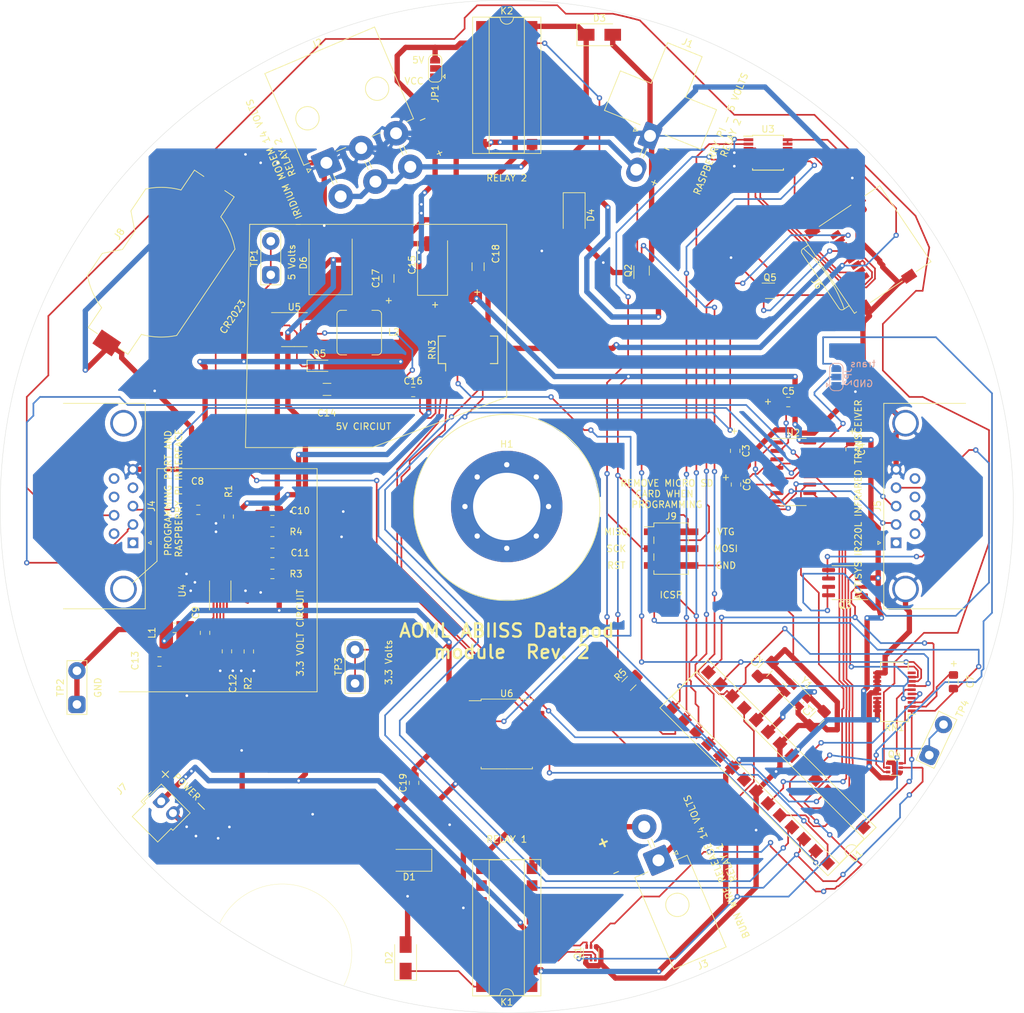
<source format=kicad_pcb>
(kicad_pcb (version 20171130) (host pcbnew 5.1.5-52549c5~84~ubuntu18.04.1)
  (title_block (title "ABIISS Datapod module") (rev 1) (company NOAA\AOML\PHOD) (comment 4 "Pedro Pena"))
  (layers (0 F.Cu signal) (31 B.Cu signal) (34 B.Paste user) (35 F.Paste user) (36 B.SilkS user) (37 F.SilkS user) (38 B.Mask user) (39 F.Mask user) (44 Edge.Cuts user))
  (net 0 "")
  (net 1 "Net-(C1-Pad2)")
  (net 2 GND)
  (net 3 "Net-(C2-Pad1)")
  (net 4 "Net-(C3-Pad1)")
  (net 5 "Net-(C3-Pad2)")
  (net 6 "Net-(C4-Pad2)")
  (net 7 "Net-(C4-Pad1)")
  (net 8 +5V)
  (net 9 "Net-(C5-Pad1)")
  (net 10 "Net-(C6-Pad2)")
  (net 11 ~RESET)
  (net 12 DRAIN_PROG)
  (net 13 "Net-(C9-Pad2)")
  (net 14 "Net-(C9-Pad1)")
  (net 15 "Net-(C10-Pad2)")
  (net 16 +3V3)
  (net 17 "Net-(C11-Pad1)")
  (net 18 "Net-(C12-Pad1)")
  (net 19 "Net-(C14-Pad1)")
  (net 20 "Net-(C14-Pad2)")
  (net 21 "Net-(C16-Pad1)")
  (net 22 VcR1)
  (net 23 "Net-(D1-Pad1)")
  (net 24 "Net-(D2-Pad1)")
  (net 25 "Net-(D3-Pad1)")
  (net 26 "Net-(J1-Pad2)")
  (net 27 "Net-(J2-Pad4)")
  (net 28 "Net-(J3-Pad1)")
  (net 29 "Net-(J3-Pad2)")
  (net 30 "Net-(J4-Pad2)")
  (net 31 "Net-(J4-Pad3)")
  (net 32 "Net-(J5-Pad2)")
  (net 33 "Net-(J5-Pad3)")
  (net 34 "/SERIAL COMMUNICATIONS SHEET/DTR_ON")
  (net 35 "/SERIAL COMMUNICATIONS SHEET/RTS_ON")
  (net 36 "Net-(J6-Pad5)")
  (net 37 "Net-(J6-Pad3)")
  (net 38 "Net-(J6-Pad2)")
  (net 39 VCC)
  (net 40 "Net-(J8-Pad1)")
  (net 41 "Net-(K2-Pad15)")
  (net 42 RELAY1_OFF)
  (net 43 RELAY1_ON)
  (net 44 RELAY2_ON)
  (net 45 RELAY2_OFF)
  (net 46 IR220L-ON-1)
  (net 47 IR220L-ON-2)
  (net 48 RTS_PROG)
  (net 49 "Net-(R2-Pad1)")
  (net 50 MICRO_SD_CS)
  (net 51 MICRO_SD_MOSI)
  (net 52 MICRO_SD_SCK)
  (net 53 MCU-SCL)
  (net 54 MCU-SDA)
  (net 55 MCU-RX)
  (net 56 MCU-TX)
  (net 57 MCU-VIRT-UART-RX)
  (net 58 MICRO_SD_MISO)
  (net 59 MCU-SOFT-UART-TX)
  (net 60 "Net-(J4-Pad1)")
  (net 61 "Net-(J4-Pad4)")
  (net 62 "Net-(J4-Pad6)")
  (net 63 "Net-(J4-Pad8)")
  (net 64 "Net-(J4-Pad9)")
  (net 65 "Net-(J5-Pad1)")
  (net 66 "Net-(J5-Pad6)")
  (net 67 "Net-(J5-Pad8)")
  (net 68 "Net-(J5-Pad9)")
  (net 69 "Net-(J6-Pad8)")
  (net 70 "Net-(J6-Pad1)")
  (net 71 "Net-(K1-Pad7)")
  (net 72 "Net-(K1-Pad14)")
  (net 73 "Net-(K1-Pad6)")
  (net 74 "Net-(K1-Pad5)")
  (net 75 "Net-(K1-Pad12)")
  (net 76 "Net-(K1-Pad11)")
  (net 77 "Net-(K1-Pad3)")
  (net 78 "Net-(K1-Pad10)")
  (net 79 "Net-(K2-Pad7)")
  (net 80 "Net-(K2-Pad14)")
  (net 81 "Net-(K2-Pad6)")
  (net 82 "Net-(K2-Pad5)")
  (net 83 "Net-(K2-Pad12)")
  (net 84 "Net-(K2-Pad11)")
  (net 85 "Net-(K2-Pad3)")
  (net 86 "Net-(K2-Pad10)")
  (net 87 "Net-(RN1-Pad10)")
  (net 88 "Net-(RN3-Pad4)")
  (net 89 "Net-(RN3-Pad5)")
  (net 90 "Net-(RN3-Pad6)")
  (net 91 "Net-(RN3-Pad7)")
  (net 92 "Net-(RN3-Pad14)")
  (net 93 "Net-(RN3-Pad15)")
  (net 94 "Net-(RN3-Pad16)")
  (net 95 "Net-(RN3-Pad17)")
  (net 96 "Net-(U1-Pad21)")
  (net 97 "Net-(U3-Pad11)")
  (net 98 "Net-(U3-Pad12)")
  (net 99 "Net-(U4-Pad5)")
  (net 100 "Net-(U4-Pad8)")
  (net 101 "Net-(U5-Pad7)")
  (net 102 "Net-(U6-Pad1)")
  (net 103 "Net-(U6-Pad4)")
  (net 104 "Net-(JP1-Pad2)")
  (net 105 "Net-(J6-Pad6)")
  (net 106 "Net-(JP2-Pad2)")
  (net 107 RS232_DRIVER_ON_OFF)
  (net 108 uSD_ON_OFF)
  (net 109 "Net-(Q5-Pad6)")
  (net 110 RTC_~INT~_SQW)
  (net 111 "Net-(TP4-Pad1)")
  (net 112 "Net-(JP2-Pad3)")
  (module Connector_Dsub:DSUB-9_Female_Horizontal_P2.77x2.84mm_EdgePinOffset7.70mm_Housed_MountingHolesOffset9.12mm (layer F.Cu) (at 44 102 270)
    (fp_text reference J4 (at -5.54 -2.8 90) (layer F.SilkS))
    (fp_text value DB9_Female)
    (pad 1 thru_hole rect (at 0 0 270) (size 1.6 1.6) (drill 1) (layers *.Cu *.Mask) (net 60 "Net-(J4-Pad1)"))
    (pad 2 thru_hole circle (at -2.77 0 270) (size 1.6 1.6) (drill 1) (layers *.Cu *.Mask) (net 30 "Net-(J4-Pad2)"))
    (pad 3 thru_hole circle (at -5.54 0 270) (size 1.6 1.6) (drill 1) (layers *.Cu *.Mask) (net 31 "Net-(J4-Pad3)"))
    (pad 4 thru_hole circle (at -8.31 0 270) (size 1.6 1.6) (drill 1) (layers *.Cu *.Mask) (net 61 "Net-(J4-Pad4)"))
    (pad 5 thru_hole circle (at -11.08 0 270) (size 1.6 1.6) (drill 1) (layers *.Cu *.Mask) (net 2 GND))
    (pad 6 thru_hole circle (at -1.385 2.84 270) (size 1.6 1.6) (drill 1) (layers *.Cu *.Mask) (net 62 "Net-(J4-Pad6)"))
    (pad 7 thru_hole circle (at -4.155 2.84 270) (size 1.6 1.6) (drill 1) (layers *.Cu *.Mask) (net 48 RTS_PROG))
    (pad 8 thru_hole circle (at -6.925 2.84 270) (size 1.6 1.6) (drill 1) (layers *.Cu *.Mask) (net 63 "Net-(J4-Pad8)"))
    (pad 9 thru_hole circle (at -9.695 2.84 270) (size 1.6 1.6) (drill 1) (layers *.Cu *.Mask) (net 64 "Net-(J4-Pad9)"))
    (pad 0 thru_hole circle (at -18.04 1.42 270) (size 4 4) (drill 3.2) (layers *.Cu *.Mask))
    (pad 0 thru_hole circle (at 6.96 1.42 270) (size 4 4) (drill 3.2) (layers *.Cu *.Mask))
  )
  (module Diode_SMD:D_SMA (layer F.Cu) (at 110.49 52.61 270)
    (fp_text reference D4 (at 0 -2.5 90) (layer F.SilkS))
    (fp_text value "B220A-13-F ")
    (pad 1 smd rect (at -2 0 270) (size 2.5 1.8) (layers F.Cu F.Paste F.Mask) (net 25 "Net-(D3-Pad1)"))
    (pad 2 smd rect (at 2 0 270) (size 2.5 1.8) (layers F.Cu F.Paste F.Mask) (net 2 GND))
  )
  (module Oscillator:Oscillator_SMD_EuroQuartz_XO32-4Pin_3.2x2.5mm_HandSoldering (layer F.Cu) (at 143.764 124.841 315)
    (fp_text reference Y1 (at 0 -2.45 135) (layer F.SilkS))
    (fp_text value 16Mhz)
    (pad 1 smd rect (at -1.45 0.775 315) (size 1.75 0.9) (layers F.Cu F.Paste F.Mask) (net 3 "Net-(C2-Pad1)"))
    (pad 2 smd rect (at 1.45 0.775 315) (size 1.75 0.9) (layers F.Cu F.Paste F.Mask) (net 2 GND))
    (pad 3 smd rect (at 1.45 -0.775 315) (size 1.75 0.9) (layers F.Cu F.Paste F.Mask) (net 1 "Net-(C1-Pad2)"))
    (pad 4 smd rect (at -1.45 -0.775 315) (size 1.75 0.9) (layers F.Cu F.Paste F.Mask) (net 2 GND))
  )
  (module Package_SO:SSOP-20_3.9x8.7mm_P0.635mm (layer F.Cu) (at 158.75 124.46 180)
    (fp_text reference RN1 (at 0 -5.4) (layer F.SilkS))
    (fp_text value "R_Pack 10k Ohms")
    (pad 20 smd rect (at 2.6 -2.8575 180) (size 1.2 0.4) (layers F.Cu F.Paste F.Mask) (net 8 +5V))
    (pad 19 smd rect (at 2.6 -2.2225 180) (size 1.2 0.4) (layers F.Cu F.Paste F.Mask) (net 8 +5V))
    (pad 18 smd rect (at 2.6 -1.5875 180) (size 1.2 0.4) (layers F.Cu F.Paste F.Mask) (net 8 +5V))
    (pad 17 smd rect (at 2.6 -0.9525 180) (size 1.2 0.4) (layers F.Cu F.Paste F.Mask) (net 8 +5V))
    (pad 16 smd rect (at 2.6 -0.3175 180) (size 1.2 0.4) (layers F.Cu F.Paste F.Mask) (net 2 GND))
    (pad 15 smd rect (at 2.6 0.3175 180) (size 1.2 0.4) (layers F.Cu F.Paste F.Mask) (net 2 GND))
    (pad 14 smd rect (at 2.6 0.9525 180) (size 1.2 0.4) (layers F.Cu F.Paste F.Mask) (net 2 GND))
    (pad 13 smd rect (at 2.6 1.5875 180) (size 1.2 0.4) (layers F.Cu F.Paste F.Mask) (net 2 GND))
    (pad 12 smd rect (at 2.6 2.2225 180) (size 1.2 0.4) (layers F.Cu F.Paste F.Mask) (net 2 GND))
    (pad 11 smd rect (at 2.6 2.8575 180) (size 1.2 0.4) (layers F.Cu F.Paste F.Mask) (net 2 GND))
    (pad 10 smd rect (at -2.6 2.8575 180) (size 1.2 0.4) (layers F.Cu F.Paste F.Mask) (net 87 "Net-(RN1-Pad10)"))
    (pad 9 smd rect (at -2.6 2.2225 180) (size 1.2 0.4) (layers F.Cu F.Paste F.Mask) (net 48 RTS_PROG))
    (pad 8 smd rect (at -2.6 1.5875 180) (size 1.2 0.4) (layers F.Cu F.Paste F.Mask) (net 45 RELAY2_OFF))
    (pad 7 smd rect (at -2.6 0.9525 180) (size 1.2 0.4) (layers F.Cu F.Paste F.Mask) (net 44 RELAY2_ON))
    (pad 6 smd rect (at -2.6 0.3175 180) (size 1.2 0.4) (layers F.Cu F.Paste F.Mask) (net 42 RELAY1_OFF))
    (pad 5 smd rect (at -2.6 -0.3175 180) (size 1.2 0.4) (layers F.Cu F.Paste F.Mask) (net 43 RELAY1_ON))
    (pad 4 smd rect (at -2.6 -0.9525 180) (size 1.2 0.4) (layers F.Cu F.Paste F.Mask) (net 47 IR220L-ON-2))
    (pad 3 smd rect (at -2.6 -1.5875 180) (size 1.2 0.4) (layers F.Cu F.Paste F.Mask) (net 46 IR220L-ON-1))
    (pad 2 smd rect (at -2.6 -2.2225 180) (size 1.2 0.4) (layers F.Cu F.Paste F.Mask) (net 12 DRAIN_PROG))
    (pad 1 smd rect (at -2.6 -2.8575 180) (size 1.2 0.4) (layers F.Cu F.Paste F.Mask) (net 11 ~RESET))
  )
  (module Package_DIP:DIP-28_W7.62mm_SMDSocket_SmallPads (layer F.Cu) (at 139.7 135.89 225)
    (fp_text reference U1 (at 0 -18.84 45) (layer F.SilkS))
    (fp_text value ATmega328P-PU)
    (pad 1 smd rect (at -3.81 -16.51 225) (size 1.6 1.6) (layers F.Cu F.Paste F.Mask) (net 11 ~RESET))
    (pad 15 smd rect (at 3.81 16.51 225) (size 1.6 1.6) (layers F.Cu F.Paste F.Mask) (net 47 IR220L-ON-2))
    (pad 2 smd rect (at -3.81 -13.97 225) (size 1.6 1.6) (layers F.Cu F.Paste F.Mask) (net 55 MCU-RX))
    (pad 16 smd rect (at 3.81 13.97 225) (size 1.6 1.6) (layers F.Cu F.Paste F.Mask) (net 50 MICRO_SD_CS))
    (pad 3 smd rect (at -3.81 -11.43 225) (size 1.6 1.6) (layers F.Cu F.Paste F.Mask) (net 56 MCU-TX))
    (pad 17 smd rect (at 3.81 11.43 225) (size 1.6 1.6) (layers F.Cu F.Paste F.Mask) (net 51 MICRO_SD_MOSI))
    (pad 4 smd rect (at -3.81 -8.89 225) (size 1.6 1.6) (layers F.Cu F.Paste F.Mask) (net 110 RTC_~INT~_SQW))
    (pad 18 smd rect (at 3.81 8.89 225) (size 1.6 1.6) (layers F.Cu F.Paste F.Mask) (net 58 MICRO_SD_MISO))
    (pad 5 smd rect (at -3.81 -6.35 225) (size 1.6 1.6) (layers F.Cu F.Paste F.Mask) (net 111 "Net-(TP4-Pad1)"))
    (pad 19 smd rect (at 3.81 6.35 225) (size 1.6 1.6) (layers F.Cu F.Paste F.Mask) (net 52 MICRO_SD_SCK))
    (pad 6 smd rect (at -3.81 -3.81 225) (size 1.6 1.6) (layers F.Cu F.Paste F.Mask) (net 43 RELAY1_ON))
    (pad 20 smd rect (at 3.81 3.81 225) (size 1.6 1.6) (layers F.Cu F.Paste F.Mask) (net 8 +5V))
    (pad 7 smd rect (at -3.81 -1.27 225) (size 1.6 1.6) (layers F.Cu F.Paste F.Mask) (net 8 +5V))
    (pad 21 smd rect (at 3.81 1.27 225) (size 1.6 1.6) (layers F.Cu F.Paste F.Mask) (net 96 "Net-(U1-Pad21)"))
    (pad 8 smd rect (at -3.81 1.27 225) (size 1.6 1.6) (layers F.Cu F.Paste F.Mask) (net 2 GND))
    (pad 22 smd rect (at 3.81 -1.27 225) (size 1.6 1.6) (layers F.Cu F.Paste F.Mask) (net 2 GND))
    (pad 9 smd rect (at -3.81 3.81 225) (size 1.6 1.6) (layers F.Cu F.Paste F.Mask) (net 1 "Net-(C1-Pad2)"))
    (pad 23 smd rect (at 3.81 -3.81 225) (size 1.6 1.6) (layers F.Cu F.Paste F.Mask) (net 57 MCU-VIRT-UART-RX))
    (pad 10 smd rect (at -3.81 6.35 225) (size 1.6 1.6) (layers F.Cu F.Paste F.Mask) (net 3 "Net-(C2-Pad1)"))
    (pad 24 smd rect (at 3.81 -6.35 225) (size 1.6 1.6) (layers F.Cu F.Paste F.Mask) (net 59 MCU-SOFT-UART-TX))
    (pad 11 smd rect (at -3.81 8.89 225) (size 1.6 1.6) (layers F.Cu F.Paste F.Mask) (net 42 RELAY1_OFF))
    (pad 25 smd rect (at 3.81 -8.89 225) (size 1.6 1.6) (layers F.Cu F.Paste F.Mask) (net 108 uSD_ON_OFF))
    (pad 12 smd rect (at -3.81 11.43 225) (size 1.6 1.6) (layers F.Cu F.Paste F.Mask) (net 44 RELAY2_ON))
    (pad 26 smd rect (at 3.81 -11.43 225) (size 1.6 1.6) (layers F.Cu F.Paste F.Mask) (net 107 RS232_DRIVER_ON_OFF))
    (pad 13 smd rect (at -3.81 13.97 225) (size 1.6 1.6) (layers F.Cu F.Paste F.Mask) (net 45 RELAY2_OFF))
    (pad 27 smd rect (at 3.81 -13.97 225) (size 1.6 1.6) (layers F.Cu F.Paste F.Mask) (net 54 MCU-SDA))
    (pad 14 smd rect (at -3.81 16.51 225) (size 1.6 1.6) (layers F.Cu F.Paste F.Mask) (net 46 IR220L-ON-1))
    (pad 28 smd rect (at 3.81 -16.51 225) (size 1.6 1.6) (layers F.Cu F.Paste F.Mask) (net 53 MCU-SCL))
  )
  (module Capacitor_SMD:C_0805_2012Metric_Pad1.15x1.40mm_HandSolder (layer F.Cu) (at 86.36 138.185 90)
    (fp_text reference C19 (at 0 -1.65 90) (layer F.SilkS))
    (fp_text value .1uF)
    (pad 2 smd roundrect (at 1.025 0 90) (size 1.15 1.4) (layers F.Cu F.Paste F.Mask) (roundrect_rratio 0.217391) (net 16 +3V3))
    (pad 1 smd roundrect (at -1.025 0 90) (size 1.15 1.4) (layers F.Cu F.Paste F.Mask) (roundrect_rratio 0.217391) (net 2 GND))
  )
  (module Package_SO:SOIC-16W_7.5x10.3mm_P1.27mm (layer F.Cu) (at 100.33 130.81)
    (fp_text reference U6 (at 0 -6.1) (layer F.SilkS))
    (fp_text value DS3231M)
    (pad 1 smd roundrect (at -4.65 -4.445) (size 2.05 0.6) (layers F.Cu F.Paste F.Mask) (net 102 "Net-(U6-Pad1)"))
    (pad 2 smd roundrect (at -4.65 -3.175) (size 2.05 0.6) (layers F.Cu F.Paste F.Mask) (net 16 +3V3))
    (pad 3 smd roundrect (at -4.65 -1.905) (size 2.05 0.6) (layers F.Cu F.Paste F.Mask) (net 110 RTC_~INT~_SQW))
    (pad 4 smd roundrect (at -4.65 -0.635) (size 2.05 0.6) (layers F.Cu F.Paste F.Mask) (net 103 "Net-(U6-Pad4)"))
    (pad 5 smd roundrect (at -4.65 0.635) (size 2.05 0.6) (layers F.Cu F.Paste F.Mask) (net 2 GND))
    (pad 6 smd roundrect (at -4.65 1.905) (size 2.05 0.6) (layers F.Cu F.Paste F.Mask) (net 2 GND))
    (pad 7 smd roundrect (at -4.65 3.175) (size 2.05 0.6) (layers F.Cu F.Paste F.Mask) (net 2 GND))
    (pad 8 smd roundrect (at -4.65 4.445) (size 2.05 0.6) (layers F.Cu F.Paste F.Mask) (net 2 GND))
    (pad 9 smd roundrect (at 4.65 4.445) (size 2.05 0.6) (layers F.Cu F.Paste F.Mask) (net 2 GND))
    (pad 10 smd roundrect (at 4.65 3.175) (size 2.05 0.6) (layers F.Cu F.Paste F.Mask) (net 2 GND))
    (pad 11 smd roundrect (at 4.65 1.905) (size 2.05 0.6) (layers F.Cu F.Paste F.Mask) (net 2 GND))
    (pad 12 smd roundrect (at 4.65 0.635) (size 2.05 0.6) (layers F.Cu F.Paste F.Mask) (net 2 GND))
    (pad 13 smd roundrect (at 4.65 -0.635) (size 2.05 0.6) (layers F.Cu F.Paste F.Mask) (net 2 GND))
    (pad 14 smd roundrect (at 4.65 -1.905) (size 2.05 0.6) (layers F.Cu F.Paste F.Mask) (net 40 "Net-(J8-Pad1)"))
    (pad 15 smd roundrect (at 4.65 -3.175) (size 2.05 0.6) (layers F.Cu F.Paste F.Mask) (net 54 MCU-SDA))
    (pad 16 smd roundrect (at 4.65 -4.445) (size 2.05 0.6) (layers F.Cu F.Paste F.Mask) (net 53 MCU-SCL))
  )
  (module Package_TO_SOT_SMD:SOT-363_SC-70-6 (layer F.Cu) (at 113.03 163.83 90)
    (fp_text reference Q1 (at 0 -2 90) (layer F.SilkS))
    (fp_text value FDG1024NZ)
    (pad 6 smd rect (at 0.95 -0.65 90) (size 0.65 0.4) (layers F.Cu F.Paste F.Mask) (net 23 "Net-(D1-Pad1)"))
    (pad 4 smd rect (at 0.95 0.65 90) (size 0.65 0.4) (layers F.Cu F.Paste F.Mask) (net 2 GND))
    (pad 2 smd rect (at -0.95 0 90) (size 0.65 0.4) (layers F.Cu F.Paste F.Mask) (net 42 RELAY1_OFF))
    (pad 5 smd rect (at 0.95 0 90) (size 0.65 0.4) (layers F.Cu F.Paste F.Mask) (net 43 RELAY1_ON))
    (pad 3 smd rect (at -0.95 0.65 90) (size 0.65 0.4) (layers F.Cu F.Paste F.Mask) (net 24 "Net-(D2-Pad1)"))
    (pad 1 smd rect (at -0.95 -0.65 90) (size 0.65 0.4) (layers F.Cu F.Paste F.Mask) (net 2 GND))
  )
  (module Package_DIP:DIP-16_W7.62mm_SMDSocket_SmallPads (layer F.Cu) (at 100.33 160.02 180)
    (fp_text reference K1 (at 0 -11.22) (layer F.SilkS))
    (fp_text value DS2E-SL2-DC5V)
    (pad 16 smd rect (at 3.81 -8.89 180) (size 1.6 1.6) (layers F.Cu F.Paste F.Mask) (net 24 "Net-(D2-Pad1)"))
    (pad 8 smd rect (at -3.81 8.89 180) (size 1.6 1.6) (layers F.Cu F.Paste F.Mask) (net 29 "Net-(J3-Pad2)"))
    (pad 15 smd rect (at 3.81 -6.35 180) (size 1.6 1.6) (layers F.Cu F.Paste F.Mask) (net 23 "Net-(D1-Pad1)"))
    (pad 7 smd rect (at -3.81 6.35 180) (size 1.6 1.6) (layers F.Cu F.Paste F.Mask) (net 71 "Net-(K1-Pad7)"))
    (pad 14 smd rect (at 3.81 -3.81 180) (size 1.6 1.6) (layers F.Cu F.Paste F.Mask) (net 72 "Net-(K1-Pad14)"))
    (pad 6 smd rect (at -3.81 3.81 180) (size 1.6 1.6) (layers F.Cu F.Paste F.Mask) (net 73 "Net-(K1-Pad6)"))
    (pad 13 smd rect (at 3.81 -1.27 180) (size 1.6 1.6) (layers F.Cu F.Paste F.Mask) (net 2 GND))
    (pad 5 smd rect (at -3.81 1.27 180) (size 1.6 1.6) (layers F.Cu F.Paste F.Mask) (net 74 "Net-(K1-Pad5)"))
    (pad 12 smd rect (at 3.81 1.27 180) (size 1.6 1.6) (layers F.Cu F.Paste F.Mask) (net 75 "Net-(K1-Pad12)"))
    (pad 4 smd rect (at -3.81 -1.27 180) (size 1.6 1.6) (layers F.Cu F.Paste F.Mask) (net 39 VCC))
    (pad 11 smd rect (at 3.81 3.81 180) (size 1.6 1.6) (layers F.Cu F.Paste F.Mask) (net 76 "Net-(K1-Pad11)"))
    (pad 3 smd rect (at -3.81 -3.81 180) (size 1.6 1.6) (layers F.Cu F.Paste F.Mask) (net 77 "Net-(K1-Pad3)"))
    (pad 10 smd rect (at 3.81 6.35 180) (size 1.6 1.6) (layers F.Cu F.Paste F.Mask) (net 78 "Net-(K1-Pad10)"))
    (pad 2 smd rect (at -3.81 -6.35 180) (size 1.6 1.6) (layers F.Cu F.Paste F.Mask) (net 8 +5V))
    (pad 9 smd rect (at 3.81 8.89 180) (size 1.6 1.6) (layers F.Cu F.Paste F.Mask) (net 28 "Net-(J3-Pad1)"))
    (pad 1 smd rect (at -3.81 -8.89 180) (size 1.6 1.6) (layers F.Cu F.Paste F.Mask) (net 8 +5V))
  )
  (module Battery:BatteryHolder_Keystone_1058_1x2032 (layer F.Cu) (at 48.26 59.69 236)
    (fp_text reference J8 (at 0 7.62 56) (layer F.SilkS))
    (fp_text value Conn_01x02_Female)
    (pad 1 smd rect (at -14.68 0 236) (size 2.54 3.51) (layers F.Cu F.Paste F.Mask) (net 40 "Net-(J8-Pad1)"))
    (pad 2 smd rect (at 14.68 0 236) (size 2.54 3.51) (layers F.Cu F.Paste F.Mask) (net 2 GND))
  )
  (module Connector_Molex:Molex_Mega-Fit_76825-0006_2x03_P5.70mm_Horizontal (layer F.Cu) (at 73.152 44.704 23)
    (fp_text reference J2 (at 5.7 -17.1 23) (layer F.SilkS))
    (fp_text value Conn_02x03_Odd_Even)
    (pad 1 thru_hole roundrect (at 0 0 23) (size 3.7 3.7) (drill 1.8) (layers *.Cu *.Mask) (roundrect_rratio 0.067568) (net 2 GND))
    (pad 2 thru_hole circle (at 5.7 0 23) (size 3.7 3.7) (drill 1.8) (layers *.Cu *.Mask) (net 2 GND))
    (pad 3 thru_hole circle (at 11.4 0 23) (size 3.7 3.7) (drill 1.8) (layers *.Cu *.Mask) (net 2 GND))
    (pad 4 thru_hole circle (at 0 5.5 23) (size 3.7 3.7) (drill 1.8) (layers *.Cu *.Mask) (net 27 "Net-(J2-Pad4)"))
    (pad 5 thru_hole circle (at 5.7 5.5 23) (size 3.7 3.7) (drill 1.8) (layers *.Cu *.Mask) (net 27 "Net-(J2-Pad4)"))
    (pad 6 thru_hole circle (at 11.4 5.5 23) (size 3.7 3.7) (drill 1.8) (layers *.Cu *.Mask) (net 27 "Net-(J2-Pad4)"))
    (pad "" np_thru_hole circle (at 0 -7.3 23) (size 3 3) (drill 3) (layers *.Cu *.Mask))
    (pad "" np_thru_hole circle (at 11.4 -7.3 23) (size 3 3) (drill 3) (layers *.Cu *.Mask))
  )
  (module Package_DIP:DIP-16_W7.62mm_SMDSocket_SmallPads (layer F.Cu) (at 100.33 33.02)
    (fp_text reference K2 (at 0 -11.22) (layer F.SilkS))
    (fp_text value DS2E-SL2-DC5V)
    (pad 16 smd rect (at 3.81 -8.89) (size 1.6 1.6) (layers F.Cu F.Paste F.Mask) (net 25 "Net-(D3-Pad1)"))
    (pad 8 smd rect (at -3.81 8.89) (size 1.6 1.6) (layers F.Cu F.Paste F.Mask) (net 26 "Net-(J1-Pad2)"))
    (pad 15 smd rect (at 3.81 -6.35) (size 1.6 1.6) (layers F.Cu F.Paste F.Mask) (net 41 "Net-(K2-Pad15)"))
    (pad 7 smd rect (at -3.81 6.35) (size 1.6 1.6) (layers F.Cu F.Paste F.Mask) (net 79 "Net-(K2-Pad7)"))
    (pad 14 smd rect (at 3.81 -3.81) (size 1.6 1.6) (layers F.Cu F.Paste F.Mask) (net 80 "Net-(K2-Pad14)"))
    (pad 6 smd rect (at -3.81 3.81) (size 1.6 1.6) (layers F.Cu F.Paste F.Mask) (net 81 "Net-(K2-Pad6)"))
    (pad 13 smd rect (at 3.81 -1.27) (size 1.6 1.6) (layers F.Cu F.Paste F.Mask) (net 39 VCC))
    (pad 5 smd rect (at -3.81 1.27) (size 1.6 1.6) (layers F.Cu F.Paste F.Mask) (net 82 "Net-(K2-Pad5)"))
    (pad 12 smd rect (at 3.81 1.27) (size 1.6 1.6) (layers F.Cu F.Paste F.Mask) (net 83 "Net-(K2-Pad12)"))
    (pad 4 smd rect (at -3.81 -1.27) (size 1.6 1.6) (layers F.Cu F.Paste F.Mask) (net 104 "Net-(JP1-Pad2)"))
    (pad 11 smd rect (at 3.81 3.81) (size 1.6 1.6) (layers F.Cu F.Paste F.Mask) (net 84 "Net-(K2-Pad11)"))
    (pad 3 smd rect (at -3.81 -3.81) (size 1.6 1.6) (layers F.Cu F.Paste F.Mask) (net 85 "Net-(K2-Pad3)"))
    (pad 10 smd rect (at 3.81 6.35) (size 1.6 1.6) (layers F.Cu F.Paste F.Mask) (net 86 "Net-(K2-Pad10)"))
    (pad 2 smd rect (at -3.81 -6.35) (size 1.6 1.6) (layers F.Cu F.Paste F.Mask) (net 8 +5V))
    (pad 9 smd rect (at 3.81 8.89) (size 1.6 1.6) (layers F.Cu F.Paste F.Mask) (net 27 "Net-(J2-Pad4)"))
    (pad 1 smd rect (at -3.81 -8.89) (size 1.6 1.6) (layers F.Cu F.Paste F.Mask) (net 8 +5V))
  )
  (module Diode_SMD:D_SMA (layer F.Cu) (at 114.3 25.4)
    (fp_text reference D3 (at 0 -2.5) (layer F.SilkS))
    (fp_text value "B220A-13-F ")
    (pad 1 smd rect (at -2 0) (size 2.5 1.8) (layers F.Cu F.Paste F.Mask) (net 25 "Net-(D3-Pad1)"))
    (pad 2 smd rect (at 2 0) (size 2.5 1.8) (layers F.Cu F.Paste F.Mask) (net 2 GND))
  )
  (module Connector_Molex:Molex_Mini-Fit_Jr_5569-02A1_2x01_P4.20mm_Horizontal (layer F.Cu) (at 121.92 40.64 338)
    (fp_text reference J1 (at 0 -15.1 158) (layer F.SilkS))
    (fp_text value Conn_01x02)
    (pad 1 thru_hole roundrect (at 0 0 338) (size 2.7 3.7) (drill 1.8) (layers *.Cu *.Mask) (roundrect_rratio 0.09259299999999999) (net 2 GND))
    (pad 2 thru_hole oval (at 0 5.5 338) (size 2.7 3.7) (drill 1.8) (layers *.Cu *.Mask) (net 26 "Net-(J1-Pad2)"))
    (pad "" np_thru_hole circle (at -4.5 -4.2 338) (size 3.2 3.2) (drill 3.2) (layers *.Cu *.Mask))
    (pad "" np_thru_hole circle (at 4.5 -4.2 338) (size 3.2 3.2) (drill 3.2) (layers *.Cu *.Mask))
  )
  (module Package_SO:TSSOP-14_4.4x5mm_P0.65mm (layer F.Cu) (at 139.7 43.18)
    (fp_text reference U3 (at 0 -3.55) (layer F.SilkS))
    (fp_text value 74LVC125)
    (pad 1 smd rect (at -2.95 -1.95) (size 1.45 0.45) (layers F.Cu F.Paste F.Mask) (net 2 GND))
    (pad 2 smd rect (at -2.95 -1.3) (size 1.45 0.45) (layers F.Cu F.Paste F.Mask) (net 51 MICRO_SD_MOSI))
    (pad 3 smd rect (at -2.95 -0.65) (size 1.45 0.45) (layers F.Cu F.Paste F.Mask) (net 37 "Net-(J6-Pad3)"))
    (pad 4 smd rect (at -2.95 0) (size 1.45 0.45) (layers F.Cu F.Paste F.Mask) (net 2 GND))
    (pad 5 smd rect (at -2.95 0.65) (size 1.45 0.45) (layers F.Cu F.Paste F.Mask) (net 52 MICRO_SD_SCK))
    (pad 6 smd rect (at -2.95 1.3) (size 1.45 0.45) (layers F.Cu F.Paste F.Mask) (net 36 "Net-(J6-Pad5)"))
    (pad 7 smd rect (at -2.95 1.95) (size 1.45 0.45) (layers F.Cu F.Paste F.Mask) (net 109 "Net-(Q5-Pad6)"))
    (pad 8 smd rect (at 2.95 1.95) (size 1.45 0.45) (layers F.Cu F.Paste F.Mask) (net 38 "Net-(J6-Pad2)"))
    (pad 9 smd rect (at 2.95 1.3) (size 1.45 0.45) (layers F.Cu F.Paste F.Mask) (net 50 MICRO_SD_CS))
    (pad 10 smd rect (at 2.95 0.65) (size 1.45 0.45) (layers F.Cu F.Paste F.Mask) (net 2 GND))
    (pad 11 smd rect (at 2.95 0) (size 1.45 0.45) (layers F.Cu F.Paste F.Mask) (net 97 "Net-(U3-Pad11)"))
    (pad 12 smd rect (at 2.95 -0.65) (size 1.45 0.45) (layers F.Cu F.Paste F.Mask) (net 98 "Net-(U3-Pad12)"))
    (pad 13 smd rect (at 2.95 -1.3) (size 1.45 0.45) (layers F.Cu F.Paste F.Mask) (net 16 +3V3))
    (pad 14 smd rect (at 2.95 -1.95) (size 1.45 0.45) (layers F.Cu F.Paste F.Mask) (net 16 +3V3))
  )
  (module Connector_Card:microSD_HC_Wuerth_693072010801 (layer F.Cu) (at 153.67 58.42 124)
    (fp_text reference J6 (at 0 -7.99 124) (layer F.SilkS))
    (fp_text value Micro_SD_Card)
    (pad 9 smd rect (at 6.875 -4.15 124) (size 1.45 2) (layers F.Cu F.Paste F.Mask) (net 2 GND))
    (pad 9 smd rect (at -6.875 -4.15 124) (size 1.45 2) (layers F.Cu F.Paste F.Mask) (net 2 GND))
    (pad 9 smd rect (at -6.875 4.15 124) (size 1.45 2) (layers F.Cu F.Paste F.Mask) (net 2 GND))
    (pad 9 smd rect (at 6.875 4.15 124) (size 1.45 2) (layers F.Cu F.Paste F.Mask) (net 2 GND))
    (pad 8 smd rect (at 4.5 -1.55 124) (size 0.8 1.5) (layers F.Cu F.Paste F.Mask) (net 69 "Net-(J6-Pad8)"))
    (pad 7 smd rect (at 3.4 -1.55 124) (size 0.8 1.5) (layers F.Cu F.Paste F.Mask) (net 58 MICRO_SD_MISO))
    (pad 6 smd rect (at 2.3 -1.55 124) (size 0.8 1.5) (layers F.Cu F.Paste F.Mask) (net 105 "Net-(J6-Pad6)"))
    (pad 5 smd rect (at 1.2 -1.55 124) (size 0.8 1.5) (layers F.Cu F.Paste F.Mask) (net 36 "Net-(J6-Pad5)"))
    (pad 4 smd rect (at 0.1 -1.55 124) (size 0.8 1.5) (layers F.Cu F.Paste F.Mask) (net 16 +3V3))
    (pad 3 smd rect (at -1 -1.55 124) (size 0.8 1.5) (layers F.Cu F.Paste F.Mask) (net 37 "Net-(J6-Pad3)"))
    (pad 2 smd rect (at -2.1 -1.55 124) (size 0.8 1.5) (layers F.Cu F.Paste F.Mask) (net 38 "Net-(J6-Pad2)"))
    (pad 1 smd rect (at -3.2 -1.55 124) (size 0.8 1.5) (layers F.Cu F.Paste F.Mask) (net 70 "Net-(J6-Pad1)"))
  )
  (module Capacitor_SMD:C_0805_2012Metric_Pad1.15x1.40mm_HandSolder (layer F.Cu) (at 134.747 88.129 270)
    (fp_text reference C3 (at 0 -1.65 90) (layer F.SilkS))
    (fp_text value 1uF)
    (pad 1 smd roundrect (at -1.025 0 270) (size 1.15 1.4) (layers F.Cu F.Paste F.Mask) (roundrect_rratio 0.217391) (net 4 "Net-(C3-Pad1)"))
    (pad 2 smd roundrect (at 1.025 0 270) (size 1.15 1.4) (layers F.Cu F.Paste F.Mask) (roundrect_rratio 0.217391) (net 5 "Net-(C3-Pad2)"))
  )
  (module Capacitor_SMD:C_0805_2012Metric_Pad1.15x1.40mm_HandSolder (layer F.Cu) (at 152.146 87.875 270)
    (fp_text reference C4 (at 0 -1.65 90) (layer F.SilkS))
    (fp_text value 1uF)
    (pad 2 smd roundrect (at 1.025 0 270) (size 1.15 1.4) (layers F.Cu F.Paste F.Mask) (roundrect_rratio 0.217391) (net 6 "Net-(C4-Pad2)"))
    (pad 1 smd roundrect (at -1.025 0 270) (size 1.15 1.4) (layers F.Cu F.Paste F.Mask) (roundrect_rratio 0.217391) (net 7 "Net-(C4-Pad1)"))
  )
  (module Capacitor_SMD:C_0805_2012Metric_Pad1.15x1.40mm_HandSolder (layer F.Cu) (at 142.748 80.772)
    (fp_text reference C5 (at 0 -1.65) (layer F.SilkS))
    (fp_text value 1uF)
    (pad 2 smd roundrect (at 1.025 0) (size 1.15 1.4) (layers F.Cu F.Paste F.Mask) (roundrect_rratio 0.217391) (net 8 +5V))
    (pad 1 smd roundrect (at -1.025 0) (size 1.15 1.4) (layers F.Cu F.Paste F.Mask) (roundrect_rratio 0.217391) (net 9 "Net-(C5-Pad1)"))
  )
  (module Capacitor_SMD:C_0805_2012Metric_Pad1.15x1.40mm_HandSolder (layer F.Cu) (at 134.874 93.209 270)
    (fp_text reference C6 (at 0 -1.65 90) (layer F.SilkS))
    (fp_text value 1uF)
    (pad 1 smd roundrect (at -1.025 0 270) (size 1.15 1.4) (layers F.Cu F.Paste F.Mask) (roundrect_rratio 0.217391) (net 2 GND))
    (pad 2 smd roundrect (at 1.025 0 270) (size 1.15 1.4) (layers F.Cu F.Paste F.Mask) (roundrect_rratio 0.217391) (net 10 "Net-(C6-Pad2)"))
  )
  (module Capacitor_SMD:C_0805_2012Metric_Pad1.15x1.40mm_HandSolder (layer F.Cu) (at 167.64 122.945 270)
    (fp_text reference C7 (at 0 -2.54 90) (layer F.SilkS))
    (fp_text value 1uF)
    (pad 1 smd roundrect (at -1.025 0 270) (size 1.15 1.4) (layers F.Cu F.Paste F.Mask) (roundrect_rratio 0.217391) (net 12 DRAIN_PROG))
    (pad 2 smd roundrect (at 1.025 0 270) (size 1.15 1.4) (layers F.Cu F.Paste F.Mask) (roundrect_rratio 0.217391) (net 11 ~RESET))
  )
  (module Capacitor_SMD:C_0805_2012Metric_Pad1.15x1.40mm_HandSolder (layer F.Cu) (at 53.848 97.028 180)
    (fp_text reference C8 (at 0.118 4.318) (layer F.SilkS))
    (fp_text value 4.7uF)
    (pad 1 smd roundrect (at -1.025 0 180) (size 1.15 1.4) (layers F.Cu F.Paste F.Mask) (roundrect_rratio 0.217391) (net 8 +5V))
    (pad 2 smd roundrect (at 1.025 0 180) (size 1.15 1.4) (layers F.Cu F.Paste F.Mask) (roundrect_rratio 0.217391) (net 2 GND))
  )
  (module Capacitor_SMD:C_0805_2012Metric_Pad1.15x1.40mm_HandSolder (layer F.Cu) (at 54.864 115.57 270)
    (fp_text reference C9 (at -3.048 1.397 90) (layer F.SilkS))
    (fp_text value .1uF)
    (pad 2 smd roundrect (at 1.025 0 270) (size 1.15 1.4) (layers F.Cu F.Paste F.Mask) (roundrect_rratio 0.217391) (net 13 "Net-(C9-Pad2)"))
    (pad 1 smd roundrect (at -1.025 0 270) (size 1.15 1.4) (layers F.Cu F.Paste F.Mask) (roundrect_rratio 0.217391) (net 14 "Net-(C9-Pad1)"))
  )
  (module Capacitor_SMD:C_0805_2012Metric_Pad1.15x1.40mm_HandSolder (layer F.Cu) (at 65.015 97.155 180)
    (fp_text reference C10 (at -4.2 0) (layer F.SilkS))
    (fp_text value 10nF)
    (pad 1 smd roundrect (at -1.025 0 180) (size 1.15 1.4) (layers F.Cu F.Paste F.Mask) (roundrect_rratio 0.217391) (net 2 GND))
    (pad 2 smd roundrect (at 1.025 0 180) (size 1.15 1.4) (layers F.Cu F.Paste F.Mask) (roundrect_rratio 0.217391) (net 15 "Net-(C10-Pad2)"))
  )
  (module Capacitor_SMD:C_0805_2012Metric_Pad1.15x1.40mm_HandSolder (layer F.Cu) (at 65.015 103.505)
    (fp_text reference C11 (at 4.2 0) (layer F.SilkS))
    (fp_text value 10pF)
    (pad 2 smd roundrect (at 1.025 0) (size 1.15 1.4) (layers F.Cu F.Paste F.Mask) (roundrect_rratio 0.217391) (net 16 +3V3))
    (pad 1 smd roundrect (at -1.025 0) (size 1.15 1.4) (layers F.Cu F.Paste F.Mask) (roundrect_rratio 0.217391) (net 17 "Net-(C11-Pad1)"))
  )
  (module Capacitor_SMD:C_0805_2012Metric_Pad1.15x1.40mm_HandSolder (layer F.Cu) (at 58.166 118.355 270)
    (fp_text reference C12 (at 4.835 -0.889 90) (layer F.SilkS))
    (fp_text value 1uF)
    (pad 2 smd roundrect (at 1.025 0 270) (size 1.15 1.4) (layers F.Cu F.Paste F.Mask) (roundrect_rratio 0.217391) (net 2 GND))
    (pad 1 smd roundrect (at -1.025 0 270) (size 1.15 1.4) (layers F.Cu F.Paste F.Mask) (roundrect_rratio 0.217391) (net 18 "Net-(C12-Pad1)"))
  )
  (module Capacitor_SMD:C_0805_2012Metric_Pad1.15x1.40mm_HandSolder (layer F.Cu) (at 47.997 119.888 180)
    (fp_text reference C13 (at 3.674 0.127 90) (layer F.SilkS))
    (fp_text value 22uF)
    (pad 1 smd roundrect (at -1.025 0 180) (size 1.15 1.4) (layers F.Cu F.Paste F.Mask) (roundrect_rratio 0.217391) (net 16 +3V3))
    (pad 2 smd roundrect (at 1.025 0 180) (size 1.15 1.4) (layers F.Cu F.Paste F.Mask) (roundrect_rratio 0.217391) (net 2 GND))
  )
  (module Capacitor_SMD:C_1206_3216Metric_Pad1.42x1.75mm_HandSolder (layer F.Cu) (at 73.2425 78.867)
    (fp_text reference C14 (at -0.0365 3.556) (layer F.SilkS))
    (fp_text value .27uF)
    (pad 1 smd roundrect (at -1.4875 0) (size 1.425 1.75) (layers F.Cu F.Paste F.Mask) (roundrect_rratio 0.175439) (net 19 "Net-(C14-Pad1)"))
    (pad 2 smd roundrect (at 1.4875 0) (size 1.425 1.75) (layers F.Cu F.Paste F.Mask) (roundrect_rratio 0.175439) (net 20 "Net-(C14-Pad2)"))
  )
  (module Capacitor_Tantalum_SMD:CP_EIA-7343-31_Kemet-D_Pad2.25x2.55mm_HandSolder (layer F.Cu) (at 89.154 60.096 90)
    (fp_text reference C15 (at 0 -3.1 90) (layer F.SilkS))
    (fp_text value 100uF)
    (pad 1 smd roundrect (at -3.2 0 90) (size 2.25 2.55) (layers F.Cu F.Paste F.Mask) (roundrect_rratio 0.111111) (net 8 +5V))
    (pad 2 smd roundrect (at 3.2 0 90) (size 2.25 2.55) (layers F.Cu F.Paste F.Mask) (roundrect_rratio 0.111111) (net 2 GND))
  )
  (module Capacitor_SMD:C_0805_2012Metric_Pad1.15x1.40mm_HandSolder (layer F.Cu) (at 86.233 79.248)
    (fp_text reference C16 (at 0 -1.65) (layer F.SilkS))
    (fp_text value 5000pF)
    (pad 1 smd roundrect (at -1.025 0) (size 1.15 1.4) (layers F.Cu F.Paste F.Mask) (roundrect_rratio 0.217391) (net 21 "Net-(C16-Pad1)"))
    (pad 2 smd roundrect (at 1.025 0) (size 1.15 1.4) (layers F.Cu F.Paste F.Mask) (roundrect_rratio 0.217391) (net 22 VcR1))
  )
  (module Capacitor_SMD:C_1206_3216Metric_Pad1.42x1.75mm_HandSolder (layer F.Cu) (at 82.423 62.1395 90)
    (fp_text reference C17 (at 0 -1.82 90) (layer F.SilkS))
    (fp_text value 10uF)
    (pad 2 smd roundrect (at 1.4875 0 90) (size 1.425 1.75) (layers F.Cu F.Paste F.Mask) (roundrect_rratio 0.175439) (net 2 GND))
    (pad 1 smd roundrect (at -1.4875 0 90) (size 1.425 1.75) (layers F.Cu F.Paste F.Mask) (roundrect_rratio 0.175439) (net 8 +5V))
  )
  (module Capacitor_SMD:C_1206_3216Metric_Pad1.42x1.75mm_HandSolder (layer F.Cu) (at 96.012 60.3615 90)
    (fp_text reference C18 (at 1.9415 2.667 90) (layer F.SilkS))
    (fp_text value 10uF)
    (pad 1 smd roundrect (at -1.4875 0 90) (size 1.425 1.75) (layers F.Cu F.Paste F.Mask) (roundrect_rratio 0.175439) (net 8 +5V))
    (pad 2 smd roundrect (at 1.4875 0 90) (size 1.425 1.75) (layers F.Cu F.Paste F.Mask) (roundrect_rratio 0.175439) (net 2 GND))
  )
  (module Diode_SMD:D_SMA (layer F.Cu) (at 85.63 149.86 180)
    (fp_text reference D1 (at 0 -2.5) (layer F.SilkS))
    (fp_text value "B220A-13-F ")
    (pad 2 smd rect (at 2 0 180) (size 2.5 1.8) (layers F.Cu F.Paste F.Mask) (net 2 GND))
    (pad 1 smd rect (at -2 0 180) (size 2.5 1.8) (layers F.Cu F.Paste F.Mask) (net 23 "Net-(D1-Pad1)"))
  )
  (module Diode_SMD:D_SMA (layer F.Cu) (at 85.09 164.56 90)
    (fp_text reference D2 (at 0 -2.5 90) (layer F.SilkS))
    (fp_text value "B220A-13-F ")
    (pad 2 smd rect (at 2 0 90) (size 2.5 1.8) (layers F.Cu F.Paste F.Mask) (net 2 GND))
    (pad 1 smd rect (at -2 0 90) (size 2.5 1.8) (layers F.Cu F.Paste F.Mask) (net 24 "Net-(D2-Pad1)"))
  )
  (module Diode_SMD:D_SMC (layer F.Cu) (at 73.787 59.788 90)
    (fp_text reference D6 (at 0 -4.1 90) (layer F.SilkS))
    (fp_text value MBRS340)
    (pad 1 smd rect (at -3.4 0 180) (size 3.3 2.5) (layers F.Cu F.Paste F.Mask) (net 20 "Net-(C14-Pad2)"))
    (pad 2 smd rect (at 3.4 0 180) (size 3.3 2.5) (layers F.Cu F.Paste F.Mask) (net 2 GND))
  )
  (module Connector_Molex:Molex_Mega-Fit_76825-0002_2x01_P5.70mm_Horizontal (layer F.Cu) (at 123.19 149.86 203)
    (fp_text reference J3 (at 0 -17.1 23) (layer F.SilkS))
    (fp_text value Conn_01x02)
    (pad 1 thru_hole roundrect (at 0 0 203) (size 3.7 3.7) (drill 1.8) (layers *.Cu *.Mask) (roundrect_rratio 0.067568) (net 28 "Net-(J3-Pad1)"))
    (pad 2 thru_hole circle (at 0 5.5 203) (size 3.7 3.7) (drill 1.8) (layers *.Cu *.Mask) (net 29 "Net-(J3-Pad2)"))
    (pad "" np_thru_hole circle (at 0 -7.3 203) (size 3 3) (drill 3) (layers *.Cu *.Mask))
  )
  (module Inductor_SMD:L_0805_2012Metric_Pad1.15x1.40mm_HandSolder (layer F.Cu) (at 50.292 114.808)
    (fp_text reference L1 (at -3.429 0.762 90) (layer F.SilkS))
    (fp_text value 2.2uH)
    (pad 1 smd roundrect (at -1.025 0) (size 1.15 1.4) (layers F.Cu F.Paste F.Mask) (roundrect_rratio 0.217391) (net 16 +3V3))
    (pad 2 smd roundrect (at 1.025 0) (size 1.15 1.4) (layers F.Cu F.Paste F.Mask) (roundrect_rratio 0.217391) (net 13 "Net-(C9-Pad2)"))
  )
  (module datapod:L_Sumida_CDMC6D28_7.25x6.5mm (layer F.Cu) (at 78.105 70.302 270)
    (fp_text reference L2 (at -0.071 -5.207 180) (layer F.SilkS))
    (fp_text value 10uH)
    (pad 2 smd rect (at 2.85 0 270) (size 2 3.4) (layers F.Cu F.Paste F.Mask) (net 8 +5V))
    (pad 1 smd rect (at -2.85 0 270) (size 2 3.4) (layers F.Cu F.Paste F.Mask) (net 20 "Net-(C14-Pad2)"))
  )
  (module Package_TO_SOT_SMD:SOT-363_SC-70-6 (layer F.Cu) (at 120.65 60.96 90)
    (fp_text reference Q2 (at 0 -2 90) (layer F.SilkS))
    (fp_text value FDG1024NZ)
    (pad 1 smd rect (at -0.95 -0.65 90) (size 0.65 0.4) (layers F.Cu F.Paste F.Mask) (net 2 GND))
    (pad 3 smd rect (at -0.95 0.65 90) (size 0.65 0.4) (layers F.Cu F.Paste F.Mask) (net 25 "Net-(D3-Pad1)"))
    (pad 5 smd rect (at 0.95 0 90) (size 0.65 0.4) (layers F.Cu F.Paste F.Mask) (net 44 RELAY2_ON))
    (pad 2 smd rect (at -0.95 0 90) (size 0.65 0.4) (layers F.Cu F.Paste F.Mask) (net 45 RELAY2_OFF))
    (pad 4 smd rect (at 0.95 0.65 90) (size 0.65 0.4) (layers F.Cu F.Paste F.Mask) (net 2 GND))
    (pad 6 smd rect (at 0.95 -0.65 90) (size 0.65 0.4) (layers F.Cu F.Paste F.Mask) (net 41 "Net-(K2-Pad15)"))
  )
  (module Package_TO_SOT_SMD:SOT-363_SC-70-6 (layer F.Cu) (at 158.75 135.89)
    (fp_text reference Q4 (at 0 -2) (layer F.SilkS))
    (fp_text value FDG1024NZ)
    (pad 1 smd rect (at -0.95 -0.65) (size 0.65 0.4) (layers F.Cu F.Paste F.Mask) (net 2 GND))
    (pad 3 smd rect (at -0.95 0.65) (size 0.65 0.4) (layers F.Cu F.Paste F.Mask) (net 112 "Net-(JP2-Pad3)"))
    (pad 5 smd rect (at 0.95 0) (size 0.65 0.4) (layers F.Cu F.Paste F.Mask) (net 107 RS232_DRIVER_ON_OFF))
    (pad 2 smd rect (at -0.95 0) (size 0.65 0.4) (layers F.Cu F.Paste F.Mask) (net 48 RTS_PROG))
    (pad 4 smd rect (at 0.95 0.65) (size 0.65 0.4) (layers F.Cu F.Paste F.Mask) (net 2 GND))
    (pad 6 smd rect (at 0.95 -0.65) (size 0.65 0.4) (layers F.Cu F.Paste F.Mask) (net 12 DRAIN_PROG))
  )
  (module Resistor_SMD:R_0805_2012Metric_Pad1.15x1.40mm_HandSolder (layer F.Cu) (at 58.42 98.035 270)
    (fp_text reference R1 (at -3.801 0 90) (layer F.SilkS))
    (fp_text value "100k, 1%")
    (pad 2 smd roundrect (at 1.025 0 270) (size 1.15 1.4) (layers F.Cu F.Paste F.Mask) (roundrect_rratio 0.217391) (net 2 GND))
    (pad 1 smd roundrect (at -1.025 0 270) (size 1.15 1.4) (layers F.Cu F.Paste F.Mask) (roundrect_rratio 0.217391) (net 16 +3V3))
  )
  (module Resistor_SMD:R_0805_2012Metric_Pad1.15x1.40mm_HandSolder (layer F.Cu) (at 61.468 118.373 270)
    (fp_text reference R2 (at 4.817 0.127 90) (layer F.SilkS))
    (fp_text value "18.2k, 1%")
    (pad 2 smd roundrect (at 1.025 0 270) (size 1.15 1.4) (layers F.Cu F.Paste F.Mask) (roundrect_rratio 0.217391) (net 2 GND))
    (pad 1 smd roundrect (at -1.025 0 270) (size 1.15 1.4) (layers F.Cu F.Paste F.Mask) (roundrect_rratio 0.217391) (net 49 "Net-(R2-Pad1)"))
  )
  (module Resistor_SMD:R_0805_2012Metric_Pad1.15x1.40mm_HandSolder (layer F.Cu) (at 65.015 106.68 180)
    (fp_text reference R3 (at -3.565 0) (layer F.SilkS))
    (fp_text value "1M, 1%")
    (pad 1 smd roundrect (at -1.025 0 180) (size 1.15 1.4) (layers F.Cu F.Paste F.Mask) (roundrect_rratio 0.217391) (net 16 +3V3))
    (pad 2 smd roundrect (at 1.025 0 180) (size 1.15 1.4) (layers F.Cu F.Paste F.Mask) (roundrect_rratio 0.217391) (net 17 "Net-(C11-Pad1)"))
  )
  (module Resistor_SMD:R_0805_2012Metric_Pad1.15x1.40mm_HandSolder (layer F.Cu) (at 65.015 100.33)
    (fp_text reference R4 (at 3.565 0) (layer F.SilkS))
    (fp_text value "309k, 1%")
    (pad 1 smd roundrect (at -1.025 0) (size 1.15 1.4) (layers F.Cu F.Paste F.Mask) (roundrect_rratio 0.217391) (net 17 "Net-(C11-Pad1)"))
    (pad 2 smd roundrect (at 1.025 0) (size 1.15 1.4) (layers F.Cu F.Paste F.Mask) (roundrect_rratio 0.217391) (net 2 GND))
  )
  (module Package_SO:SSOP-20_3.9x8.7mm_P0.635mm (layer F.Cu) (at 94.488 72.898 90)
    (fp_text reference RN3 (at 0 -5.4 90) (layer F.SilkS))
    (fp_text value "R_Pack 10k Ohms")
    (pad 1 smd rect (at -2.6 -2.8575 90) (size 1.2 0.4) (layers F.Cu F.Paste F.Mask) (net 53 MCU-SCL))
    (pad 2 smd rect (at -2.6 -2.2225 90) (size 1.2 0.4) (layers F.Cu F.Paste F.Mask) (net 54 MCU-SDA))
    (pad 3 smd rect (at -2.6 -1.5875 90) (size 1.2 0.4) (layers F.Cu F.Paste F.Mask) (net 110 RTC_~INT~_SQW))
    (pad 4 smd rect (at -2.6 -0.9525 90) (size 1.2 0.4) (layers F.Cu F.Paste F.Mask) (net 88 "Net-(RN3-Pad4)"))
    (pad 5 smd rect (at -2.6 -0.3175 90) (size 1.2 0.4) (layers F.Cu F.Paste F.Mask) (net 89 "Net-(RN3-Pad5)"))
    (pad 6 smd rect (at -2.6 0.3175 90) (size 1.2 0.4) (layers F.Cu F.Paste F.Mask) (net 90 "Net-(RN3-Pad6)"))
    (pad 7 smd rect (at -2.6 0.9525 90) (size 1.2 0.4) (layers F.Cu F.Paste F.Mask) (net 91 "Net-(RN3-Pad7)"))
    (pad 8 smd rect (at -2.6 1.5875 90) (size 1.2 0.4) (layers F.Cu F.Paste F.Mask) (net 107 RS232_DRIVER_ON_OFF))
    (pad 9 smd rect (at -2.6 2.2225 90) (size 1.2 0.4) (layers F.Cu F.Paste F.Mask) (net 108 uSD_ON_OFF))
    (pad 10 smd rect (at -2.6 2.8575 90) (size 1.2 0.4) (layers F.Cu F.Paste F.Mask) (net 22 VcR1))
    (pad 11 smd rect (at 2.6 2.8575 90) (size 1.2 0.4) (layers F.Cu F.Paste F.Mask) (net 2 GND))
    (pad 12 smd rect (at 2.6 2.2225 90) (size 1.2 0.4) (layers F.Cu F.Paste F.Mask) (net 2 GND))
    (pad 13 smd rect (at 2.6 1.5875 90) (size 1.2 0.4) (layers F.Cu F.Paste F.Mask) (net 2 GND))
    (pad 14 smd rect (at 2.6 0.9525 90) (size 1.2 0.4) (layers F.Cu F.Paste F.Mask) (net 92 "Net-(RN3-Pad14)"))
    (pad 15 smd rect (at 2.6 0.3175 90) (size 1.2 0.4) (layers F.Cu F.Paste F.Mask) (net 93 "Net-(RN3-Pad15)"))
    (pad 16 smd rect (at 2.6 -0.3175 90) (size 1.2 0.4) (layers F.Cu F.Paste F.Mask) (net 94 "Net-(RN3-Pad16)"))
    (pad 17 smd rect (at 2.6 -0.9525 90) (size 1.2 0.4) (layers F.Cu F.Paste F.Mask) (net 95 "Net-(RN3-Pad17)"))
    (pad 18 smd rect (at 2.6 -1.5875 90) (size 1.2 0.4) (layers F.Cu F.Paste F.Mask) (net 8 +5V))
    (pad 19 smd rect (at 2.6 -2.2225 90) (size 1.2 0.4) (layers F.Cu F.Paste F.Mask) (net 16 +3V3))
    (pad 20 smd rect (at 2.6 -2.8575 90) (size 1.2 0.4) (layers F.Cu F.Paste F.Mask) (net 16 +3V3))
  )
  (module Package_SO:SOIC-16_3.9x9.9mm_P1.27mm (layer F.Cu) (at 143.51 91.313)
    (fp_text reference U2 (at 0 -5.9) (layer F.SilkS))
    (fp_text value MAX232)
    (pad 1 smd roundrect (at -2.475 -4.445) (size 1.95 0.6) (layers F.Cu F.Paste F.Mask) (net 4 "Net-(C3-Pad1)"))
    (pad 2 smd roundrect (at -2.475 -3.175) (size 1.95 0.6) (layers F.Cu F.Paste F.Mask) (net 9 "Net-(C5-Pad1)"))
    (pad 3 smd roundrect (at -2.475 -1.905) (size 1.95 0.6) (layers F.Cu F.Paste F.Mask) (net 5 "Net-(C3-Pad2)"))
    (pad 4 smd roundrect (at -2.475 -0.635) (size 1.95 0.6) (layers F.Cu F.Paste F.Mask) (net 7 "Net-(C4-Pad1)"))
    (pad 5 smd roundrect (at -2.475 0.635) (size 1.95 0.6) (layers F.Cu F.Paste F.Mask) (net 6 "Net-(C4-Pad2)"))
    (pad 6 smd roundrect (at -2.475 1.905) (size 1.95 0.6) (layers F.Cu F.Paste F.Mask) (net 10 "Net-(C6-Pad2)"))
    (pad 7 smd roundrect (at -2.475 3.175) (size 1.95 0.6) (layers F.Cu F.Paste F.Mask) (net 33 "Net-(J5-Pad3)"))
    (pad 8 smd roundrect (at -2.475 4.445) (size 1.95 0.6) (layers F.Cu F.Paste F.Mask) (net 32 "Net-(J5-Pad2)"))
    (pad 9 smd roundrect (at 2.475 4.445) (size 1.95 0.6) (layers F.Cu F.Paste F.Mask) (net 57 MCU-VIRT-UART-RX))
    (pad 10 smd roundrect (at 2.475 3.175) (size 1.95 0.6) (layers F.Cu F.Paste F.Mask) (net 59 MCU-SOFT-UART-TX))
    (pad 11 smd roundrect (at 2.475 1.905) (size 1.95 0.6) (layers F.Cu F.Paste F.Mask) (net 56 MCU-TX))
    (pad 12 smd roundrect (at 2.475 0.635) (size 1.95 0.6) (layers F.Cu F.Paste F.Mask) (net 55 MCU-RX))
    (pad 13 smd roundrect (at 2.475 -0.635) (size 1.95 0.6) (layers F.Cu F.Paste F.Mask) (net 31 "Net-(J4-Pad3)"))
    (pad 14 smd roundrect (at 2.475 -1.905) (size 1.95 0.6) (layers F.Cu F.Paste F.Mask) (net 30 "Net-(J4-Pad2)"))
    (pad 15 smd roundrect (at 2.475 -3.175) (size 1.95 0.6) (layers F.Cu F.Paste F.Mask) (net 106 "Net-(JP2-Pad2)"))
    (pad 16 smd roundrect (at 2.475 -4.445) (size 1.95 0.6) (layers F.Cu F.Paste F.Mask) (net 8 +5V))
  )
  (module Package_SO:MSOP-10-1EP_3x3mm_P0.5mm_EP1.73x1.98mm (layer F.Cu) (at 57.15 109.22 90)
    (fp_text reference U4 (at 0 -5.715 90) (layer F.SilkS))
    (fp_text value LT8609EMSETRPBF)
    (pad 11 smd roundrect (at 0 0 90) (size 1.73 4.520001) (layers F.Cu F.Mask) (roundrect_rratio 0.145) (net 2 GND))
    (pad 1 smd roundrect (at -2.1625 -1 90) (size 1.475 0.3) (layers F.Cu F.Paste F.Mask) (net 14 "Net-(C9-Pad1)"))
    (pad 2 smd roundrect (at -2.1625 -0.5 90) (size 1.475 0.3) (layers F.Cu F.Paste F.Mask) (net 13 "Net-(C9-Pad2)"))
    (pad 3 smd roundrect (at -2.1625 0 90) (size 1.475 0.3) (layers F.Cu F.Paste F.Mask) (net 18 "Net-(C12-Pad1)"))
    (pad 4 smd roundrect (at -2.1625 0.5 90) (size 1.475 0.3) (layers F.Cu F.Paste F.Mask) (net 49 "Net-(R2-Pad1)"))
    (pad 5 smd roundrect (at -2.1625 1 90) (size 1.475 0.3) (layers F.Cu F.Paste F.Mask) (net 99 "Net-(U4-Pad5)"))
    (pad 6 smd roundrect (at 2.1625 1 90) (size 1.475 0.3) (layers F.Cu F.Paste F.Mask) (net 17 "Net-(C11-Pad1)"))
    (pad 7 smd roundrect (at 2.1625 0.5 90) (size 1.475 0.3) (layers F.Cu F.Paste F.Mask) (net 15 "Net-(C10-Pad2)"))
    (pad 8 smd roundrect (at 2.1625 0 90) (size 1.475 0.3) (layers F.Cu F.Paste F.Mask) (net 100 "Net-(U4-Pad8)"))
    (pad 9 smd roundrect (at 2.1625 -0.5 90) (size 1.475 0.3) (layers F.Cu F.Paste F.Mask) (net 8 +5V))
    (pad 10 smd roundrect (at 2.1625 -1 90) (size 1.475 0.3) (layers F.Cu F.Paste F.Mask) (net 8 +5V))
  )
  (module Package_SO:SO-8_3.9x4.9mm_P1.27mm (layer F.Cu) (at 68.326 69.85)
    (fp_text reference U5 (at 0 -3.4) (layer F.SilkS))
    (fp_text value LT1374CS8-5PBF)
    (pad 1 smd roundrect (at -2.575 -1.905) (size 1.75 0.6) (layers F.Cu F.Paste F.Mask) (net 39 VCC))
    (pad 2 smd roundrect (at -2.575 -0.635) (size 1.75 0.6) (layers F.Cu F.Paste F.Mask) (net 19 "Net-(C14-Pad1)"))
    (pad 3 smd roundrect (at -2.575 0.635) (size 1.75 0.6) (layers F.Cu F.Paste F.Mask) (net 8 +5V))
    (pad 4 smd roundrect (at -2.575 1.905) (size 1.75 0.6) (layers F.Cu F.Paste F.Mask) (net 2 GND))
    (pad 5 smd roundrect (at 2.575 1.905) (size 1.75 0.6) (layers F.Cu F.Paste F.Mask) (net 8 +5V))
    (pad 6 smd roundrect (at 2.575 0.635) (size 1.75 0.6) (layers F.Cu F.Paste F.Mask) (net 21 "Net-(C16-Pad1)"))
    (pad 7 smd roundrect (at 2.575 -0.635) (size 1.75 0.6) (layers F.Cu F.Paste F.Mask) (net 101 "Net-(U5-Pad7)"))
    (pad 8 smd roundrect (at 2.575 -1.905) (size 1.75 0.6) (layers F.Cu F.Paste F.Mask) (net 20 "Net-(C14-Pad2)"))
  )
  (module Capacitor_SMD:C_1206_3216Metric_Pad1.42x1.75mm_HandSolder (layer F.Cu) (at 147.101821 128.488179 45)
    (fp_text reference C1 (at 0 -1.82 45) (layer F.SilkS))
    (fp_text value 22pF)
    (pad 1 smd roundrect (at -1.4875 0 45) (size 1.425 1.75) (layers F.Cu F.Paste F.Mask) (roundrect_rratio 0.175439) (net 2 GND))
    (pad 2 smd roundrect (at 1.4875 0 45) (size 1.425 1.75) (layers F.Cu F.Paste F.Mask) (roundrect_rratio 0.175439) (net 1 "Net-(C1-Pad2)"))
  )
  (module Capacitor_SMD:C_1206_3216Metric_Pad1.42x1.75mm_HandSolder (layer F.Cu) (at 139.283179 121.066821 45)
    (fp_text reference C2 (at 0 -1.82 45) (layer F.SilkS))
    (fp_text value 22pF)
    (pad 2 smd roundrect (at 1.4875 0 45) (size 1.425 1.75) (layers F.Cu F.Paste F.Mask) (roundrect_rratio 0.175439) (net 2 GND))
    (pad 1 smd roundrect (at -1.4875 0 45) (size 1.425 1.75) (layers F.Cu F.Paste F.Mask) (roundrect_rratio 0.175439) (net 3 "Net-(C2-Pad1)"))
  )
  (module datapod:MountingHole_0.4_inches_Pad_Via (layer F.Cu) (at 100.33 96.52)
    (fp_text reference H1 (at 0 -9.4) (layer F.SilkS))
    (fp_text value MountingHole)
    (pad 1 thru_hole circle (at 4.454773 -4.454773) (size 1.1 1.1) (drill 0.8) (layers *.Cu *.Mask))
    (pad 1 thru_hole circle (at 0 -6.3) (size 1.1 1.1) (drill 0.8) (layers *.Cu *.Mask))
    (pad 1 thru_hole circle (at -4.454773 -4.454773) (size 1.1 1.1) (drill 0.8) (layers *.Cu *.Mask))
    (pad 1 thru_hole circle (at -6.3 0) (size 1.1 1.1) (drill 0.8) (layers *.Cu *.Mask))
    (pad 1 thru_hole circle (at -4.454773 4.454773) (size 1.1 1.1) (drill 0.8) (layers *.Cu *.Mask))
    (pad 1 thru_hole circle (at 0 6.3) (size 1.1 1.1) (drill 0.8) (layers *.Cu *.Mask))
    (pad 1 thru_hole circle (at 4.454773 4.454773) (size 1.1 1.1) (drill 0.8) (layers *.Cu *.Mask))
    (pad 1 thru_hole circle (at 6.3 0) (size 1.1 1.1) (drill 0.8) (layers *.Cu *.Mask))
    (pad 1 thru_hole circle (at 0 0) (size 16.799999 16.799999) (drill 10.16) (layers *.Cu *.Mask))
  )
  (module Resistor_SMD:R_1206_3216Metric_Pad1.42x1.75mm_HandSolder (layer F.Cu) (at 118.745 123.19 45)
    (fp_text reference R5 (at 0 -1.82 45) (layer F.SilkS))
    (fp_text value 10K)
    (pad 1 smd roundrect (at -1.4875 0 45) (size 1.425 1.75) (layers F.Cu F.Paste F.Mask) (roundrect_rratio 0.175439) (net 8 +5V))
    (pad 2 smd roundrect (at 1.4875 0 45) (size 1.425 1.75) (layers F.Cu F.Paste F.Mask) (roundrect_rratio 0.175439) (net 50 MICRO_SD_CS))
  )
  (module Connector_PinHeader_2.54mm:PinHeader_2x03_P2.54mm_Vertical_SMD (layer F.Cu) (at 125.095 102.87)
    (fp_text reference J9 (at 0 -4.87) (layer F.SilkS))
    (fp_text value Conn_02x03_Odd_Even)
    (pad 1 smd rect (at -2.525 -2.54) (size 3.15 1) (layers F.Cu F.Paste F.Mask) (net 58 MICRO_SD_MISO))
    (pad 2 smd rect (at 2.525 -2.54) (size 3.15 1) (layers F.Cu F.Paste F.Mask) (net 8 +5V))
    (pad 3 smd rect (at -2.525 0) (size 3.15 1) (layers F.Cu F.Paste F.Mask) (net 52 MICRO_SD_SCK))
    (pad 4 smd rect (at 2.525 0) (size 3.15 1) (layers F.Cu F.Paste F.Mask) (net 51 MICRO_SD_MOSI))
    (pad 5 smd rect (at -2.525 2.54) (size 3.15 1) (layers F.Cu F.Paste F.Mask) (net 11 ~RESET))
    (pad 6 smd rect (at 2.525 2.54) (size 3.15 1) (layers F.Cu F.Paste F.Mask) (net 2 GND))
  )
  (module TestPoint:TestPoint_2Pads_Pitch5.08mm_Drill1.3mm (layer F.Cu) (at 64.77 61.595 90)
    (fp_text reference TP1 (at 2.54 -2.5 90) (layer F.SilkS))
    (fp_text value TestPoint_2Pole)
    (pad 1 thru_hole roundrect (at 0 0 90) (size 2.6 2.6) (drill 1.3) (layers *.Cu *.Mask) (net 8 +5V))
    (pad 2 thru_hole circle (at 5.08 0 90) (size 2.6 2.6) (drill 1.3) (layers *.Cu *.Mask) (net 8 +5V))
  )
  (module TestPoint:TestPoint_2Pads_Pitch5.08mm_Drill1.3mm (layer F.Cu) (at 35.56 126.365 90)
    (fp_text reference TP2 (at 2.54 -2.5 90) (layer F.SilkS))
    (fp_text value TestPoint_2Pole)
    (pad 2 thru_hole circle (at 5.08 0 90) (size 2.6 2.6) (drill 1.3) (layers *.Cu *.Mask) (net 2 GND))
    (pad 1 thru_hole roundrect (at 0 0 90) (size 2.6 2.6) (drill 1.3) (layers *.Cu *.Mask) (net 2 GND))
  )
  (module TestPoint:TestPoint_2Pads_Pitch5.08mm_Drill1.3mm (layer F.Cu) (at 77.47 123.19 90)
    (fp_text reference TP3 (at 2.54 -2.5 90) (layer F.SilkS))
    (fp_text value TestPoint_2Pole)
    (pad 1 thru_hole roundrect (at 0 0 90) (size 2.6 2.6) (drill 1.3) (layers *.Cu *.Mask) (net 16 +3V3))
    (pad 2 thru_hole circle (at 5.08 0 90) (size 2.6 2.6) (drill 1.3) (layers *.Cu *.Mask) (net 16 +3V3))
  )
  (module Jumper:SolderJumper-3_P1.3mm_Open_RoundedPad1.0x1.5mm (layer F.Cu) (at 89.535 30.48 90)
    (fp_text reference JP1 (at -3.81 0 90) (layer F.SilkS))
    (fp_text value Jumper_3_Open)
    (pad 1 smd custom (at -1.3 0 90) (size 1 0.5) (layers F.Cu F.Mask) (net 39 VCC) (options (clearance outline) (anchor rect)) (primitives (gr_circle (center 0 0.25) (end 0.5 0.25) (width 0)) (gr_circle (center 0 -0.25) (end 0.5 -0.25) (width 0)) (gr_poly (pts (xy 0.55 -0.75) (xy 0 -0.75) (xy 0 0.75) (xy 0.55 0.75)) (width 0))))
    (pad 3 smd custom (at 1.3 0 90) (size 1 0.5) (layers F.Cu F.Mask) (net 8 +5V) (options (clearance outline) (anchor rect)) (primitives (gr_circle (center 0 0.25) (end 0.5 0.25) (width 0)) (gr_circle (center 0 -0.25) (end 0.5 -0.25) (width 0)) (gr_poly (pts (xy -0.55 -0.75) (xy 0 -0.75) (xy 0 0.75) (xy -0.55 0.75)) (width 0))))
    (pad 2 smd rect (at 0 0 90) (size 1 1.5) (layers F.Cu F.Mask) (net 104 "Net-(JP1-Pad2)"))
  )
  (module Jumper:SolderJumper-3_P1.3mm_Open_RoundedPad1.0x1.5mm (layer B.Cu) (at 150 77 90)
    (fp_text reference JP2 (at 0 1.8 90) (layer B.SilkS) (effects (justify mirror)))
    (fp_text value SolderJumper_3_Open)
    (pad 1 smd custom (at -1.3 0 90) (size 1 0.5) (layers B.Cu B.Mask) (net 2 GND) (options (clearance outline) (anchor rect)) (primitives (gr_circle (center 0 -0.25) (end 0.5 -0.25) (width 0)) (gr_circle (center 0 0.25) (end 0.5 0.25) (width 0)) (gr_poly (pts (xy 0.55 0.75) (xy 0 0.75) (xy 0 -0.75) (xy 0.55 -0.75)) (width 0))))
    (pad 3 smd custom (at 1.3 0 90) (size 1 0.5) (layers B.Cu B.Mask) (net 112 "Net-(JP2-Pad3)") (options (clearance outline) (anchor rect)) (primitives (gr_circle (center 0 -0.25) (end 0.5 -0.25) (width 0)) (gr_circle (center 0 0.25) (end 0.5 0.25) (width 0)) (gr_poly (pts (xy -0.55 0.75) (xy 0 0.75) (xy 0 -0.75) (xy -0.55 -0.75)) (width 0))))
    (pad 2 smd rect (at 0 0 90) (size 1 1.5) (layers B.Cu B.Mask) (net 106 "Net-(JP2-Pad2)"))
  )
  (module Package_SO:SOIC-8_3.9x4.9mm_P1.27mm (layer F.Cu) (at 151.3 108 180)
    (fp_text reference Q3 (at 0 -3.4) (layer F.SilkS))
    (fp_text value IRF7324)
    (pad 1 smd roundrect (at -2.475 -1.905 180) (size 1.95 0.6) (layers F.Cu F.Paste F.Mask) (net 8 +5V))
    (pad 2 smd roundrect (at -2.475 -0.635 180) (size 1.95 0.6) (layers F.Cu F.Paste F.Mask) (net 46 IR220L-ON-1))
    (pad 3 smd roundrect (at -2.475 0.635 180) (size 1.95 0.6) (layers F.Cu F.Paste F.Mask) (net 8 +5V))
    (pad 4 smd roundrect (at -2.475 1.905 180) (size 1.95 0.6) (layers F.Cu F.Paste F.Mask) (net 47 IR220L-ON-2))
    (pad 5 smd roundrect (at 2.475 1.905 180) (size 1.95 0.6) (layers F.Cu F.Paste F.Mask) (net 35 "/SERIAL COMMUNICATIONS SHEET/RTS_ON"))
    (pad 6 smd roundrect (at 2.475 0.635 180) (size 1.95 0.6) (layers F.Cu F.Paste F.Mask) (net 35 "/SERIAL COMMUNICATIONS SHEET/RTS_ON"))
    (pad 7 smd roundrect (at 2.475 -0.635 180) (size 1.95 0.6) (layers F.Cu F.Paste F.Mask) (net 34 "/SERIAL COMMUNICATIONS SHEET/DTR_ON"))
    (pad 8 smd roundrect (at 2.475 -1.905 180) (size 1.95 0.6) (layers F.Cu F.Paste F.Mask) (net 34 "/SERIAL COMMUNICATIONS SHEET/DTR_ON"))
  )
  (module Package_TO_SOT_SMD:SOT-363_SC-70-6 (layer F.Cu) (at 140 64)
    (fp_text reference Q5 (at 0 -2) (layer F.SilkS))
    (fp_text value FDG1024NZ)
    (pad 1 smd rect (at -0.95 -0.65) (size 0.65 0.4) (layers F.Cu F.Paste F.Mask) (net 2 GND))
    (pad 3 smd rect (at -0.95 0.65) (size 0.65 0.4) (layers F.Cu F.Paste F.Mask) (net 105 "Net-(J6-Pad6)"))
    (pad 5 smd rect (at 0.95 0) (size 0.65 0.4) (layers F.Cu F.Paste F.Mask) (net 108 uSD_ON_OFF))
    (pad 2 smd rect (at -0.95 0) (size 0.65 0.4) (layers F.Cu F.Paste F.Mask) (net 108 uSD_ON_OFF))
    (pad 4 smd rect (at 0.95 0.65) (size 0.65 0.4) (layers F.Cu F.Paste F.Mask) (net 2 GND))
    (pad 6 smd rect (at 0.95 -0.65) (size 0.65 0.4) (layers F.Cu F.Paste F.Mask) (net 109 "Net-(Q5-Pad6)"))
  )
  (module TestPoint:TestPoint_2Pads_Pitch5.08mm_Drill1.3mm (layer F.Cu) (at 164 134 65)
    (fp_text reference TP4 (at 8.457246 1.573211 65) (layer F.SilkS))
    (fp_text value TestPoint_2Pole)
    (pad 1 thru_hole roundrect (at 0 0 65) (size 2.6 2.6) (drill 1.3) (layers *.Cu *.Mask) (net 111 "Net-(TP4-Pad1)"))
    (pad 2 thru_hole circle (at 5.08 0 65) (size 2.6 2.6) (drill 1.3) (layers *.Cu *.Mask) (net 111 "Net-(TP4-Pad1)"))
  )
  (module Connector_Dsub:DSUB-9_Male_Horizontal_P2.77x2.84mm_EdgePinOffset7.70mm_Housed_MountingHolesOffset9.12mm (layer F.Cu) (at 159 102 90)
    (fp_text reference J5 (at 5.54 -2.8 90) (layer F.SilkS))
    (fp_text value DB9_Male_MountingHoles)
    (pad 1 thru_hole rect (at 0 0 90) (size 1.6 1.6) (drill 1) (layers *.Cu *.Mask) (net 65 "Net-(J5-Pad1)"))
    (pad 2 thru_hole circle (at 2.77 0 90) (size 1.6 1.6) (drill 1) (layers *.Cu *.Mask) (net 32 "Net-(J5-Pad2)"))
    (pad 3 thru_hole circle (at 5.54 0 90) (size 1.6 1.6) (drill 1) (layers *.Cu *.Mask) (net 33 "Net-(J5-Pad3)"))
    (pad 4 thru_hole circle (at 8.31 0 90) (size 1.6 1.6) (drill 1) (layers *.Cu *.Mask) (net 34 "/SERIAL COMMUNICATIONS SHEET/DTR_ON"))
    (pad 5 thru_hole circle (at 11.08 0 90) (size 1.6 1.6) (drill 1) (layers *.Cu *.Mask) (net 2 GND))
    (pad 6 thru_hole circle (at 1.385 2.84 90) (size 1.6 1.6) (drill 1) (layers *.Cu *.Mask) (net 66 "Net-(J5-Pad6)"))
    (pad 7 thru_hole circle (at 4.155 2.84 90) (size 1.6 1.6) (drill 1) (layers *.Cu *.Mask) (net 35 "/SERIAL COMMUNICATIONS SHEET/RTS_ON"))
    (pad 8 thru_hole circle (at 6.925 2.84 90) (size 1.6 1.6) (drill 1) (layers *.Cu *.Mask) (net 67 "Net-(J5-Pad8)"))
    (pad 9 thru_hole circle (at 9.695 2.84 90) (size 1.6 1.6) (drill 1) (layers *.Cu *.Mask) (net 68 "Net-(J5-Pad9)"))
    (pad 0 thru_hole circle (at -6.96 1.42 90) (size 4 4) (drill 3.2) (layers *.Cu *.Mask) (net 2 GND))
    (pad 0 thru_hole circle (at 18.04 1.42 90) (size 4 4) (drill 3.2) (layers *.Cu *.Mask) (net 2 GND))
  )
  (module Connector_Molex:Molex_Nano-Fit_105309-xx02_1x02_P2.50mm_Vertical (layer F.Cu) (at 48.26 140.97 45)
    (fp_text reference J7 (at -2.892067 -5.536646 45) (layer F.SilkS))
    (fp_text value Conn_02x02_Odd_Even)
    (pad 1 thru_hole custom (at 0 0 45) (size 1.417157 1.417157) (drill 1.2) (layers *.Cu *.Mask) (net 39 VCC) (options (clearance outline) (anchor circle)) (primitives (gr_poly (pts (xy -0.85 -0.6) (xy 0.85 -0.6) (xy 0.85 0.6) (xy -0.45 0.6) (xy -0.85 0.2)) (width 0.5))))
    (pad 2 thru_hole oval (at 0 2.5 45) (size 2.2 1.7) (drill 1.2) (layers *.Cu *.Mask) (net 2 GND))
    (pad "" np_thru_hole circle (at -1.34 1.25 45) (size 1.3 1.3) (drill 1.3) (layers *.Cu *.Mask))
  )
  (module Diode_SMD:D_SOD-323_HandSoldering (layer F.Cu) (at 72.136 75.311)
    (fp_text reference D5 (at 0 -1.85) (layer F.SilkS))
    (fp_text value CMDSH-3)
    (pad 1 smd rect (at -1.25 0) (size 1 1) (layers F.Cu F.Paste F.Mask) (net 19 "Net-(C14-Pad1)"))
    (pad 2 smd rect (at 1.25 0) (size 1 1) (layers F.Cu F.Paste F.Mask) (net 8 +5V))
  )
  (gr_text + (at 167.693292 120.145194) (layer F.SilkS) (effects (font (size 1 1))))
  (gr_arc (start 66.500001 163.900001) (end 75.8 168.7) (angle -181.2242118) (layer F.SilkS) (width 0.05))
  (gr_text GND (at 154 78) (layer B.SilkS) (effects (font (size 1 1)) (justify mirror)))
  (gr_text trans (at 154 75) (layer B.SilkS) (effects (font (size 1 1)) (justify mirror)))
  (gr_text 5V (at 86.995 29.21) (layer F.SilkS) (effects (font (size 1 1))))
  (gr_text VCC (at 86.36 32.385) (layer F.SilkS) (effects (font (size 1 1))))
  (gr_text - (at 116.84 151.765 203) (layer F.SilkS) (effects (font (size 1 1))))
  (gr_text + (at 114.935 147.32 203) (layer F.SilkS) (effects (font (size 1.5 1.5) (thickness 0.3))))
  (gr_text + (at 90.17 43.18 23) (layer F.SilkS) (effects (font (size 1 1))))
  (gr_text - (at 87.63 38.1 23) (layer F.SilkS) (effects (font (size 1 1))))
  (gr_text - (at 124.46 42.545 338) (layer F.SilkS) (effects (font (size 1 1))))
  (gr_text + (at 122.555 47.625 338) (layer F.SilkS) (effects (font (size 1 1))))
  (gr_text + (at 82.55 65.405) (layer F.SilkS) (effects (font (size 1 1))))
  (gr_text + (at 95.885 64.135) (layer F.SilkS) (effects (font (size 1 1))))
  (gr_text + (at 89.535 66.04) (layer F.SilkS) (effects (font (size 1 1))))
  (gr_text + (at 133.35 92.075) (layer F.SilkS) (effects (font (size 1 1))))
  (gr_text + (at 139.7 80.645) (layer F.SilkS) (effects (font (size 1 1))))
  (gr_text + (at 152.4 85.09) (layer F.SilkS) (effects (font (size 1 1))))
  (gr_text + (at 134.62 85.09) (layer F.SilkS) (effects (font (size 1 1))))
  (gr_text GND (at 38.735 123.825 90) (layer F.SilkS) (effects (font (size 1 1))))
  (gr_text "5 Volts" (at 67.945 59.69 90) (layer F.SilkS) (effects (font (size 1 1))))
  (gr_text "3.3 Volts" (at 82.55 120.015 90) (layer F.SilkS) (effects (font (size 1 1))))
  (gr_text "5V CIRCIUT" (at 78.74 84.455) (layer F.SilkS) (effects (font (size 1 1))))
  (gr_line (start 61.595 53.975) (end 69.215 53.975) (layer F.SilkS) (width 0.12))
  (gr_line (start 60.96 87.63) (end 61.595 53.975) (layer F.SilkS) (width 0.12))
  (gr_line (start 80.01 87.63) (end 60.96 87.63) (layer F.SilkS) (width 0.12))
  (gr_line (start 100.33 80.01) (end 80.01 87.63) (layer F.SilkS) (width 0.12))
  (gr_line (start 100.33 53.975) (end 100.33 80.01) (layer F.SilkS) (width 0.12))
  (gr_line (start 68.58 53.975) (end 100.33 53.975) (layer F.SilkS) (width 0.12))
  (gr_text "3.3 VOLT CIRCUIT" (at 69.215 115.57 90) (layer F.SilkS) (effects (font (size 1 1))))
  (gr_line (start 47.625 104.775) (end 47.625 90.805) (layer F.SilkS) (width 0.12))
  (gr_line (start 41.91 109.855) (end 47.625 104.775) (layer F.SilkS) (width 0.12))
  (gr_line (start 71.755 124.46) (end 41.91 124.46) (layer F.SilkS) (width 0.12))
  (gr_line (start 71.755 90.805) (end 71.755 124.46) (layer F.SilkS) (width 0.12))
  (gr_line (start 47.625 90.805) (end 71.755 90.805) (layer F.SilkS) (width 0.12))
  (gr_text "REMOVE MICRO SD\nCARD WHEN \nPROGRAMMING" (at 124.46 94.615) (layer F.SilkS) (effects (font (size 1 1))))
  (gr_text "PROGRAMMING PORT AND\nRASPBERRY PI INTERFACE" (at 50.1 94.5 90) (layer F.SilkS) (effects (font (size 1 1))))
  (gr_text "ACTISYS IR220L INFRARED TRANSCEIVER" (at 153.3 95.5 90) (layer F.SilkS) (effects (font (size 1 1))))
  (gr_text CR2023 (at 59.055 67.945 56) (layer F.SilkS) (effects (font (size 1 1))))
  (gr_text "RELAY 2" (at 100.33 46.99) (layer F.SilkS) (effects (font (size 1 1))))
  (gr_text "RELAY 1" (at 100.33 146.685) (layer F.SilkS) (effects (font (size 1 1))))
  (gr_text "RASPBERRY PI - 5 VOLTS\nRELAY 2" (at 133.35 40.64 68) (layer F.SilkS) (effects (font (size 1 1))))
  (gr_text "IRIDIUM MODEM 14 VOLTS\nRELAY 2 " (at 66.04 43.815 113) (layer F.SilkS) (effects (font (size 1 1))))
  (gr_text "BURN WIRE RELEASE 14 VOLTS\nRELAY 1" (at 132.715 150.495 113) (layer F.SilkS) (effects (font (size 1 1))))
  (gr_text POWER (at 52.1 138.8 315) (layer F.SilkS) (effects (font (size 1 1))))
  (gr_text - (at 54.2 141.8 135) (layer F.SilkS) (effects (font (size 1.762 1.762))))
  (gr_text + (at 48.8 136.8 45) (layer F.SilkS) (effects (font (size 1.762 1.762))))
  (gr_text GND (at 133.35 105.41) (layer F.SilkS) (effects (font (size 1 1))))
  (gr_text MOSI (at 133.35 102.87) (layer F.SilkS) (effects (font (size 1 1))))
  (gr_text VTG (at 133.35 100.33) (layer F.SilkS) (effects (font (size 1 1))))
  (gr_text RST (at 116.84 105.41) (layer F.SilkS) (effects (font (size 1 1))))
  (gr_text SCK (at 116.84 102.87) (layer F.SilkS) (effects (font (size 1 1))))
  (gr_text MISO (at 116.84 100.33) (layer F.SilkS) (effects (font (size 1 1))))
  (gr_text ICSP (at 125.095 109.855) (layer F.SilkS) (effects (font (size 1 1))))
  (gr_text "AOML ABIISS Datapod\n module  Rev. 2" (at 100.33 116.84) (layer F.SilkS) (effects (font (size 2 2) (thickness 0.35))))
  (gr_circle (center 100.33 96.647) (end 95.25 83.566) (layer F.SilkS) (width 0.12))
  (gr_circle (center 100.33 96.52) (end 153.67 151.13) (layer Edge.Cuts) (width 0.05))
  (segment (start 145.3373 125.3183) (end 145.337 125.318) (width 0.25) (layer F.Cu) (net 1))
  (segment (start 140.098 130.104) (end 140.0978 130.104) (width 0.25) (layer F.Cu) (net 1))
  (segment (start 146.035581 125.318297) (end 148.153642 127.436358) (width 0.8) (layer F.Cu) (net 1))
  (segment (start 145.337313 125.318297) (end 146.035581 125.318297) (width 0.8) (layer F.Cu) (net 1))
  (segment (start 139.7 130.501846) (end 141.931846 128.27) (width 0.8) (layer F.Cu) (net 1))
  (via (at 141.931846 128.27) (size 0.8) (drill 0.4) (layers F.Cu B.Cu) (net 1))
  (segment (start 141.931846 127.704315) (end 145.176161 124.46) (width 0.8) (layer B.Cu) (net 1))
  (segment (start 141.931846 128.27) (end 141.931846 127.704315) (width 0.8) (layer B.Cu) (net 1))
  (segment (start 145.176161 124.46) (end 146.685 124.46) (width 0.8) (layer B.Cu) (net 1))
  (via (at 146.685 124.46) (size 0.8) (drill 0.4) (layers F.Cu B.Cu) (net 1))
  (segment (start 146.19561 124.46) (end 145.337313 125.318297) (width 0.8) (layer F.Cu) (net 1))
  (segment (start 146.685 124.46) (end 146.19561 124.46) (width 0.8) (layer F.Cu) (net 1))
  (segment (start 55.3311 148.041) (end 56.836237 146.536237) (width 0.8) (layer F.Cu) (net 2))
  (segment (start 57.3466 146.026) (end 58.4423 144.93) (width 0.8) (layer F.Cu) (net 2))
  (segment (start 58.4423 144.93) (end 58.536156 144.836156) (width 0.8) (layer F.Cu) (net 2))
  (segment (start 59.2944 144.078) (end 60.4578 142.914) (width 0.8) (layer F.Cu) (net 2))
  (segment (start 154.074 66.4403) (end 154.766 67.466) (width 0.8) (layer F.Cu) (net 2))
  (segment (start 144.2413 126.4148) (end 144.2413 126.4143) (width 0.25) (layer F.Cu) (net 2))
  (segment (start 143.2867 123.2672) (end 143.2867 123.2677) (width 0.25) (layer F.Cu) (net 2))
  (segment (start 156.0675 124.695) (end 156.15 124.778) (width 0.3998) (layer F.Cu) (net 2))
  (segment (start 155.985 124.612) (end 156.0675 124.695) (width 0.3998) (layer F.Cu) (net 2))
  (segment (start 156.0675 124.695) (end 156.15 124.7775) (width 0.25) (layer F.Cu) (net 2))
  (segment (start 156.15 123.8247) (end 156.15 124.142) (width 0.8) (layer F.Cu) (net 2))
  (segment (start 156.15 124.142) (end 155.985 124.308) (width 0.8) (layer F.Cu) (net 2))
  (segment (start 155.985 124.308) (end 155.985 124.612) (width 0.8) (layer F.Cu) (net 2))
  (segment (start 156.15 123.5075) (end 156.15 123.8247) (width 0.8) (layer F.Cu) (net 2))
  (segment (start 156.15 123.8247) (end 156.15 124.1425) (width 0.25) (layer F.Cu) (net 2))
  (segment (start 137.904 140.6416) (end 137.9039 140.6415) (width 0.25) (layer F.Cu) (net 2))
  (segment (start 137.9039 140.6415) (end 137.9039 139.4821) (width 0.25) (layer F.Cu) (net 2))
  (segment (start 137.904 140.6416) (end 137.904 139.482) (width 0.8) (layer F.Cu) (net 2))
  (segment (start 137.904 139.482) (end 140.9155 136.4705) (width 0.8) (layer F.Cu) (net 2))
  (segment (start 141.496 135.89) (end 141.496 132.298) (width 0.8) (layer F.Cu) (net 2))
  (segment (start 114.504 165.41) (end 116.709 167.615) (width 0.8) (layer F.Cu) (net 2))
  (segment (start 116.709 167.615) (end 124.199 167.615) (width 0.8) (layer F.Cu) (net 2))
  (segment (start 124.199 167.615) (end 137.904 153.91) (width 0.8) (layer F.Cu) (net 2))
  (segment (start 137.904 153.91) (end 137.904 145.306) (width 0.8) (layer F.Cu) (net 2))
  (segment (start 153.7235 51.078) (end 153.2661 50.6206) (width 0.25) (layer F.Cu) (net 2))
  (segment (start 153.2661 50.6206) (end 153.2661 50.3997) (width 0.25) (layer F.Cu) (net 2))
  (segment (start 153.7235 51.078) (end 154.181 51.7563) (width 0.8) (layer F.Cu) (net 2))
  (segment (start 154.181 51.7563) (end 153.078 52.8591) (width 0.8) (layer F.Cu) (net 2))
  (segment (start 153.078 52.8591) (end 153.078 53.4823) (width 0.8) (layer F.Cu) (net 2))
  (segment (start 153.078 53.4823) (end 153.291 53.6952) (width 0.8) (layer F.Cu) (net 2))
  (segment (start 153.291 53.6952) (end 153.078 53.9081) (width 0.8) (layer F.Cu) (net 2))
  (segment (start 153.266 50.3997) (end 153.7235 51.078) (width 0.8) (layer F.Cu) (net 2))
  (segment (start 156.15 122.8725) (end 156.15 123.5075) (width 0.8) (layer F.Cu) (net 2))
  (segment (start 156.15 122.2375) (end 156.15 122.8725) (width 0.8) (layer F.Cu) (net 2))
  (segment (start 156.15 121.6025) (end 156.15 122.2375) (width 0.8) (layer F.Cu) (net 2))
  (segment (start 83.63 142.914) (end 71.081 142.914) (width 0.8) (layer F.Cu) (net 2))
  (segment (start 83.63 149.86) (end 83.63 142.914) (width 0.8) (layer F.Cu) (net 2))
  (segment (start 153.078 53.9081) (end 153.078 54.002) (width 0.8) (layer F.Cu) (net 2))
  (segment (start 153.078 54.002) (end 153.266 54.1897) (width 0.8) (layer F.Cu) (net 2))
  (segment (start 153.266 54.1897) (end 153.266 56.0695) (width 0.8) (layer F.Cu) (net 2))
  (segment (start 153.266 56.0695) (end 153.39 56.1936) (width 0.8) (layer F.Cu) (net 2))
  (segment (start 153.39 56.1936) (end 153.39 56.327) (width 0.8) (layer F.Cu) (net 2))
  (segment (start 153.39 56.327) (end 156.541 59.4779) (width 0.8) (layer F.Cu) (net 2))
  (segment (start 156.541 59.4779) (end 156.541 59.6923) (width 0.8) (layer F.Cu) (net 2))
  (segment (start 156.541 59.6923) (end 156.991 60.1426) (width 0.8) (layer F.Cu) (net 2))
  (segment (start 156.991 60.1426) (end 156.991 60.4147) (width 0.8) (layer F.Cu) (net 2))
  (segment (start 156.991 60.4147) (end 159.404 62.8275) (width 0.8) (layer F.Cu) (net 2))
  (segment (start 159.404 62.8275) (end 154.766 67.466) (width 0.8) (layer F.Cu) (net 2))
  (segment (start 146.613 85.4598) (end 152.8664 79.2064) (width 0.8) (layer F.Cu) (net 2))
  (segment (start 154.074 68.712) (end 154.989 67.7969) (width 0.8) (layer F.Cu) (net 2))
  (segment (start 154.989 67.7969) (end 154.766 67.466) (width 0.8) (layer F.Cu) (net 2))
  (segment (start 97.5109 60.3729) (end 103.227 60.3729) (width 0.8) (layer F.Cu) (net 2))
  (segment (start 103.227 60.3729) (end 105.612471 57.987471) (width 0.8) (layer F.Cu) (net 2))
  (segment (start 108.99 54.61) (end 109.74 54.61) (width 0.8) (layer F.Cu) (net 2))
  (segment (start 97.5109 70.298) (end 97.5109 60.3729) (width 0.8) (layer F.Cu) (net 2))
  (segment (start 146.81 43.9438) (end 153.266 50.3997) (width 0.25) (layer F.Cu) (net 2))
  (segment (start 56.5568 109.22) (end 56.9654 109.22) (width 0.8) (layer F.Cu) (net 2))
  (segment (start 56.9654 109.22) (end 57.15 109.22) (width 0.8) (layer F.Cu) (net 2))
  (segment (start 42.3049 74.1142) (end 47.27785 79.08715) (width 0.8) (layer F.Cu) (net 2))
  (segment (start 40.051 71.8603) (end 42.305 73.3807) (width 0.8) (layer F.Cu) (net 2))
  (segment (start 42.305 73.3807) (end 42.3049 73.3808) (width 0.8) (layer F.Cu) (net 2))
  (segment (start 42.3049 73.3808) (end 42.3049 74.1142) (width 0.8) (layer F.Cu) (net 2))
  (segment (start 134.62 43.18) (end 134.62 45.212) (width 0.25) (layer B.Cu) (net 2))
  (segment (start 134.62 41.148) (end 134.62 43.18) (width 0.25) (layer B.Cu) (net 2))
  (segment (start 67.818 97.282) (end 66.167 97.282) (width 0.8) (layer F.Cu) (net 2))
  (segment (start 66.167 97.282) (end 66.04 97.155) (width 0.8) (layer F.Cu) (net 2))
  (segment (start 75.692 97.282) (end 67.818 97.282) (width 0.8) (layer B.Cu) (net 2))
  (segment (start 75.438 101.092) (end 75.438 97.536) (width 0.8) (layer F.Cu) (net 2))
  (segment (start 75.438 97.536) (end 75.692 97.282) (width 0.8) (layer F.Cu) (net 2))
  (segment (start 63.246 109.474) (end 67.056 109.474) (width 0.8) (layer B.Cu) (net 2))
  (segment (start 67.056 109.474) (end 75.438 101.092) (width 0.8) (layer B.Cu) (net 2))
  (segment (start 57.15 109.22) (end 60.96 109.22) (width 0.8) (layer F.Cu) (net 2))
  (segment (start 62.992 109.22) (end 63.246 109.474) (width 0.8) (layer F.Cu) (net 2))
  (segment (start 152.4 46.99) (end 152.4 46.4243) (width 0.8) (layer B.Cu) (net 2))
  (segment (start 152.4 46.4243) (end 139.25 33.274) (width 0.8) (layer B.Cu) (net 2))
  (segment (start 139.25 33.274) (end 128.778 33.274) (width 0.8) (layer B.Cu) (net 2))
  (segment (start 128.778 33.274) (end 128.778 33.782) (width 0.8) (layer B.Cu) (net 2))
  (segment (start 128.778 33.782) (end 121.92 40.64) (width 0.8) (layer B.Cu) (net 2))
  (segment (start 153.266 50.3997) (end 153.266 47.8561) (width 0.8) (layer F.Cu) (net 2))
  (segment (start 153.266 47.8561) (end 152.4 46.99) (width 0.8) (layer F.Cu) (net 2))
  (segment (start 134.702 45.13) (end 134.62 45.212) (width 0.25) (layer F.Cu) (net 2))
  (segment (start 136.75 43.18) (end 134.62 43.18) (width 0.25) (layer F.Cu) (net 2))
  (segment (start 136.75 41.23) (end 134.702 41.23) (width 0.25) (layer F.Cu) (net 2))
  (segment (start 134.702 41.23) (end 134.62 41.148) (width 0.25) (layer F.Cu) (net 2))
  (segment (start 121.92 40.64) (end 134.112 40.64) (width 0.25) (layer B.Cu) (net 2))
  (segment (start 134.112 40.64) (end 134.62 41.148) (width 0.25) (layer B.Cu) (net 2))
  (segment (start 40.051 71.8603) (end 40.051 72.725) (width 0.8) (layer F.Cu) (net 2))
  (segment (start 40.051 72.725) (end 36.83 75.946) (width 0.8) (layer F.Cu) (net 2))
  (segment (start 60.96 43.434) (end 60.3943 43.434) (width 0.8) (layer B.Cu) (net 2))
  (segment (start 60.3943 43.434) (end 36.83 66.9983) (width 0.8) (layer B.Cu) (net 2))
  (segment (start 36.83 66.9983) (end 36.83 75.946) (width 0.8) (layer B.Cu) (net 2))
  (segment (start 73.152 44.704) (end 65.786 44.704) (width 0.8) (layer F.Cu) (net 2))
  (segment (start 62.23 44.704) (end 60.96 43.434) (width 0.8) (layer F.Cu) (net 2))
  (segment (start 46.972 119.888) (end 46.972 115.071) (width 0.8) (layer F.Cu) (net 2))
  (segment (start 46.972 115.071) (end 44.314 115.071) (width 0.8) (layer F.Cu) (net 2))
  (segment (start 142.65 43.83) (end 146.696 43.83) (width 0.25) (layer F.Cu) (net 2))
  (segment (start 146.696 43.83) (end 146.81 43.9438) (width 0.25) (layer F.Cu) (net 2))
  (segment (start 95.912 58.774) (end 95.962 58.824) (width 0.25) (layer F.Cu) (net 2))
  (segment (start 95.962 58.824) (end 96.012 58.874) (width 0.25) (layer F.Cu) (net 2))
  (segment (start 95.962 58.824) (end 91.082 58.824) (width 0.8) (layer F.Cu) (net 2))
  (segment (start 91.082 58.824) (end 89.154 56.896) (width 0.8) (layer F.Cu) (net 2))
  (segment (start 85.09 162.56) (end 85.3875 162.56) (width 0.25) (layer F.Cu) (net 2))
  (segment (start 85.3875 162.56) (end 85.685 162.56) (width 0.25) (layer F.Cu) (net 2))
  (segment (start 85.3875 162.56) (end 85.3875 155.2775) (width 0.8) (layer F.Cu) (net 2))
  (segment (start 85.3875 153.118) (end 83.63 151.36) (width 0.8) (layer F.Cu) (net 2))
  (segment (start 83.63 151.36) (end 83.63 149.86) (width 0.8) (layer F.Cu) (net 2))
  (segment (start 73.787 56.388) (end 73.787 56.7818) (width 0.25) (layer F.Cu) (net 2))
  (segment (start 73.787 56.7818) (end 73.787 57.1756) (width 0.25) (layer F.Cu) (net 2))
  (segment (start 97.5109 70.298) (end 97.3455 70.298) (width 0.3998) (layer F.Cu) (net 2))
  (segment (start 159.55 136.69) (end 159.7 136.54) (width 0.3998) (layer F.Cu) (net 2))
  (segment (start 157.95 135.09) (end 157.8 135.24) (width 0.3998) (layer F.Cu) (net 2))
  (segment (start 159.55 136.69) (end 159.065 136.69) (width 0.8) (layer F.Cu) (net 2))
  (segment (start 159.065 136.69) (end 158.775 136.4) (width 0.8) (layer F.Cu) (net 2))
  (segment (start 158.775 136.4) (end 158.775 135.399) (width 0.8) (layer F.Cu) (net 2))
  (segment (start 158.775 135.399) (end 158.466 135.09) (width 0.8) (layer F.Cu) (net 2))
  (segment (start 158.466 135.09) (end 157.95 135.09) (width 0.8) (layer F.Cu) (net 2))
  (segment (start 119.85 61.7596) (end 120 61.91) (width 0.3998) (layer F.Cu) (net 2))
  (segment (start 121.45 60.01) (end 121.3 60.01) (width 0.3998) (layer F.Cu) (net 2))
  (segment (start 82.423 60.652) (end 86.179 56.896) (width 0.8) (layer F.Cu) (net 2))
  (segment (start 86.179 56.896) (end 89.154 56.896) (width 0.8) (layer F.Cu) (net 2))
  (segment (start 97.5109 60.3729) (end 96.012 58.874) (width 0.8) (layer F.Cu) (net 2))
  (segment (start 66.04 100.33) (end 66.04 97.155) (width 0.8) (layer F.Cu) (net 2))
  (segment (start 65.751 71.755) (end 65.751 96.866) (width 0.8) (layer F.Cu) (net 2))
  (segment (start 65.751 96.866) (end 66.04 97.155) (width 0.8) (layer F.Cu) (net 2))
  (segment (start 146.385 55.041) (end 147.925 54.002) (width 0.8) (layer F.Cu) (net 2))
  (segment (start 147.925 54.002) (end 152.984 54.002) (width 0.8) (layer F.Cu) (net 2))
  (segment (start 152.984 54.002) (end 153.078 53.9081) (width 0.8) (layer F.Cu) (net 2))
  (segment (start 121.45 60.01) (end 122.161 59.2991) (width 0.8) (layer F.Cu) (net 2))
  (segment (start 122.161 59.2991) (end 122.161 40.8813) (width 0.8) (layer F.Cu) (net 2))
  (segment (start 122.161 40.8813) (end 121.92 40.64) (width 0.8) (layer F.Cu) (net 2))
  (segment (start 78.3989 42.4768) (end 75.3792 42.4768) (width 0.8) (layer B.Cu) (net 2))
  (segment (start 75.3792 42.4768) (end 73.152 44.704) (width 0.8) (layer B.Cu) (net 2))
  (segment (start 46.972 119.888) (end 52.124461 125.040539) (width 0.8) (layer F.Cu) (net 2))
  (segment (start 60.4578 133.374) (end 60.4578 142.914) (width 0.8) (layer F.Cu) (net 2))
  (segment (start 73.787 56.7818) (end 72.8254 55.8202) (width 0.8) (layer F.Cu) (net 2))
  (segment (start 72.8254 55.8202) (end 72.8254 54.1746) (width 0.8) (layer F.Cu) (net 2))
  (segment (start 72.8254 45.0306) (end 73.152 44.704) (width 0.8) (layer F.Cu) (net 2))
  (segment (start 113.83 162.88) (end 113.68 162.88) (width 0.3998) (layer F.Cu) (net 2))
  (segment (start 112.23 164.93) (end 112.38 164.78) (width 0.3998) (layer F.Cu) (net 2))
  (segment (start 65.751 71.755) (end 65.0352 71.755) (width 0.8) (layer F.Cu) (net 2))
  (segment (start 104.98 130.175) (end 104.98 131.445) (width 0.8) (layer F.Cu) (net 2))
  (segment (start 104.98 131.445) (end 104.98 132.715) (width 0.8) (layer F.Cu) (net 2))
  (segment (start 104.98 132.715) (end 104.98 133.985) (width 0.8) (layer F.Cu) (net 2))
  (segment (start 104.98 133.985) (end 104.98 135.255) (width 0.8) (layer F.Cu) (net 2))
  (segment (start 104.98 135.255) (end 95.68 135.255) (width 0.8) (layer F.Cu) (net 2))
  (segment (start 95.68 133.985) (end 95.68 132.715) (width 0.8) (layer F.Cu) (net 2))
  (segment (start 95.68 132.715) (end 95.68 131.445) (width 0.8) (layer F.Cu) (net 2))
  (segment (start 95.68 133.985) (end 95.68 135.255) (width 0.8) (layer F.Cu) (net 2))
  (segment (start 95.68 135.255) (end 92.607384 138.327384) (width 0.8) (layer F.Cu) (net 2))
  (segment (start 89.0805 141.854) (end 89.0045 141.854) (width 0.8) (layer F.Cu) (net 2))
  (segment (start 89.0045 141.854) (end 86.36 139.21) (width 0.8) (layer F.Cu) (net 2))
  (segment (start 83.63 142.914) (end 83.63 141.94) (width 0.8) (layer F.Cu) (net 2))
  (segment (start 83.63 141.94) (end 86.36 139.21) (width 0.8) (layer F.Cu) (net 2))
  (segment (start 116.3 25.4) (end 116.3 26.9003) (width 0.8) (layer F.Cu) (net 2))
  (segment (start 116.3 26.9003) (end 121.92 32.5203) (width 0.8) (layer F.Cu) (net 2))
  (segment (start 121.92 32.5203) (end 121.92 40.64) (width 0.8) (layer F.Cu) (net 2))
  (segment (start 110.49 54.61) (end 109.74 54.61) (width 0.8) (layer F.Cu) (net 2))
  (segment (start 109.74 54.61) (end 114.877346 59.747654) (width 0.8) (layer F.Cu) (net 2))
  (segment (start 116.374 61.2444) (end 119.85 61.2444) (width 0.8) (layer F.Cu) (net 2))
  (segment (start 119.85 61.7596) (end 119.85 61.2444) (width 0.8) (layer F.Cu) (net 2))
  (segment (start 119.85 61.2444) (end 120.159 60.9354) (width 0.8) (layer F.Cu) (net 2))
  (segment (start 120.159 60.9354) (end 121.106 60.9354) (width 0.8) (layer F.Cu) (net 2))
  (segment (start 121.106 60.9354) (end 121.45 60.5915) (width 0.8) (layer F.Cu) (net 2))
  (segment (start 121.45 60.5915) (end 121.45 60.01) (width 0.8) (layer F.Cu) (net 2))
  (segment (start 78.3989 42.4768) (end 81.4187 42.4768) (width 0.8) (layer B.Cu) (net 2))
  (segment (start 81.4187 42.4768) (end 83.6458 40.2497) (width 0.8) (layer B.Cu) (net 2))
  (segment (start 113.83 162.88) (end 114.504 163.554) (width 0.8) (layer F.Cu) (net 2))
  (segment (start 114.504 163.554) (end 114.504 165.41) (width 0.8) (layer F.Cu) (net 2))
  (segment (start 114.504 165.41) (end 114.165 165.749) (width 0.8) (layer F.Cu) (net 2))
  (segment (start 114.165 165.749) (end 112.614 165.749) (width 0.8) (layer F.Cu) (net 2))
  (segment (start 112.614 165.749) (end 112.23 165.365) (width 0.8) (layer F.Cu) (net 2))
  (segment (start 112.23 165.365) (end 112.23 164.93) (width 0.8) (layer F.Cu) (net 2))
  (segment (start 96.52 161.29) (end 93.7895 158.56) (width 0.8) (layer F.Cu) (net 2))
  (segment (start 93.7895 158.56) (end 93.7895 157.0355) (width 0.8) (layer F.Cu) (net 2))
  (segment (start 93.7895 146.564) (end 91.722969 144.497031) (width 0.8) (layer F.Cu) (net 2))
  (segment (start 155.985 124.612) (end 155.223 124.612) (width 0.8) (layer F.Cu) (net 2))
  (segment (start 155.223 124.612) (end 154.95 124.885) (width 0.8) (layer F.Cu) (net 2))
  (segment (start 154.95 124.885) (end 154.95 135.718) (width 0.8) (layer F.Cu) (net 2))
  (segment (start 159.065 136.69) (end 158.334 137.422) (width 0.8) (layer F.Cu) (net 2))
  (segment (start 158.334 137.422) (end 156.653 137.422) (width 0.8) (layer F.Cu) (net 2))
  (segment (start 156.653 137.422) (end 154.95 135.718) (width 0.8) (layer F.Cu) (net 2))
  (segment (start 146.613 85.4598) (end 143.662 85.4598) (width 0.8) (layer F.Cu) (net 2))
  (segment (start 143.662 85.4598) (end 143.161 84.9596) (width 0.8) (layer F.Cu) (net 2))
  (segment (start 143.161 84.9596) (end 140.874 84.9596) (width 0.8) (layer F.Cu) (net 2))
  (segment (start 140.874 84.9596) (end 136.728 89.106) (width 0.8) (layer F.Cu) (net 2))
  (segment (start 136.728 89.106) (end 136.728 90.3304) (width 0.8) (layer F.Cu) (net 2))
  (segment (start 136.728 90.3304) (end 134.874 92.184) (width 0.8) (layer F.Cu) (net 2))
  (segment (start 83.6458 40.2497) (end 121.53 40.2497) (width 0.8) (layer B.Cu) (net 2))
  (segment (start 121.53 40.2497) (end 121.92 40.64) (width 0.8) (layer B.Cu) (net 2))
  (via (at 154.95 135.718) (size 0.8) (layers F.Cu B.Cu) (net 2))
  (via (at 60.96 43.434) (size 0.8) (layers F.Cu B.Cu) (net 2))
  (via (at 36.83 75.946) (size 0.8) (layers F.Cu B.Cu) (net 2))
  (via (at 134.62 45.212) (size 0.8) (layers F.Cu B.Cu) (net 2))
  (via (at 134.62 41.148) (size 0.8) (layers F.Cu B.Cu) (net 2))
  (via (at 134.62 43.18) (size 0.8) (layers F.Cu B.Cu) (net 2))
  (via (at 152.4 46.99) (size 0.8) (layers F.Cu B.Cu) (net 2))
  (via (at 63.246 109.474) (size 0.8) (layers F.Cu B.Cu) (net 2))
  (via (at 67.818 97.282) (size 0.8) (layers F.Cu B.Cu) (net 2))
  (via (at 75.438 101.092) (size 0.8) (layers F.Cu B.Cu) (net 2))
  (via (at 75.692 97.282) (size 0.8) (layers F.Cu B.Cu) (net 2))
  (via (at 52.07 106.68) (size 0.8) (drill 0.4) (layers F.Cu B.Cu) (net 2))
  (segment (start 52.705 109.22) (end 56.5568 109.22) (width 0.8) (layer F.Cu) (net 2))
  (via (at 52.705 109.22) (size 0.8) (drill 0.4) (layers F.Cu B.Cu) (net 2))
  (segment (start 60.96 109.22) (end 62.992 109.22) (width 0.8) (layer F.Cu) (net 2))
  (via (at 60.96 109.22) (size 0.8) (drill 0.4) (layers F.Cu B.Cu) (net 2))
  (segment (start 44.314 115.071) (end 44.301 115.071) (width 0.8) (layer F.Cu) (net 2))
  (segment (start 71.081 142.914) (end 60.4578 142.914) (width 0.8) (layer F.Cu) (net 2))
  (via (at 71.081 142.914) (size 0.8) (drill 0.4) (layers F.Cu B.Cu) (net 2))
  (segment (start 60.3794 133.2956) (end 60.4578 133.374) (width 0.8) (layer F.Cu) (net 2))
  (via (at 60.3794 133.2956) (size 0.8) (drill 0.4) (layers F.Cu B.Cu) (net 2))
  (segment (start 137.904 145.306) (end 137.904 140.6416) (width 0.8) (layer F.Cu) (net 2))
  (via (at 137.904 145.306) (size 0.8) (drill 0.4) (layers F.Cu B.Cu) (net 2))
  (segment (start 140.9155 136.4705) (end 141.496 135.89) (width 0.8) (layer F.Cu) (net 2))
  (via (at 140.9155 136.4705) (size 0.8) (drill 0.4) (layers F.Cu B.Cu) (net 2))
  (segment (start 72.8254 54.1746) (end 72.8254 45.0306) (width 0.8) (layer F.Cu) (net 2))
  (via (at 72.8254 54.1746) (size 0.8) (drill 0.4) (layers F.Cu B.Cu) (net 2))
  (segment (start 47.27785 79.08715) (end 52.823 84.6323) (width 0.8) (layer F.Cu) (net 2))
  (via (at 47.27785 79.08715) (size 0.8) (drill 0.4) (layers F.Cu B.Cu) (net 2))
  (segment (start 152.8664 79.2064) (end 154.074 77.9988) (width 0.8) (layer F.Cu) (net 2))
  (via (at 152.8664 79.2064) (size 0.8) (drill 0.4) (layers F.Cu B.Cu) (net 2))
  (segment (start 105.612471 57.987471) (end 108.99 54.61) (width 0.8) (layer F.Cu) (net 2))
  (via (at 105.612471 57.987471) (size 0.8) (drill 0.4) (layers F.Cu B.Cu) (net 2))
  (segment (start 114.877346 59.747654) (end 116.374 61.2444) (width 0.8) (layer F.Cu) (net 2))
  (via (at 114.877346 59.747654) (size 0.8) (drill 0.4) (layers F.Cu B.Cu) (net 2))
  (segment (start 52.124461 125.040539) (end 60.3794 133.2956) (width 0.8) (layer F.Cu) (net 2))
  (via (at 52.124461 125.040539) (size 0.8) (drill 0.4) (layers F.Cu B.Cu) (net 2))
  (segment (start 91.722969 144.497031) (end 89.0805 141.854) (width 0.8) (layer F.Cu) (net 2))
  (via (at 91.722969 144.497031) (size 0.8) (drill 0.4) (layers F.Cu B.Cu) (net 2))
  (segment (start 92.607384 138.327384) (end 89.0805 141.854) (width 0.8) (layer F.Cu) (net 2))
  (via (at 92.607384 138.327384) (size 0.8) (drill 0.4) (layers F.Cu B.Cu) (net 2))
  (segment (start 93.7895 157.0355) (end 93.7895 146.564) (width 0.8) (layer F.Cu) (net 2))
  (via (at 93.7895 157.0355) (size 0.8) (drill 0.4) (layers F.Cu B.Cu) (net 2))
  (segment (start 85.3875 155.2775) (end 85.3875 153.118) (width 0.8) (layer F.Cu) (net 2))
  (via (at 85.3875 155.2775) (size 0.8) (drill 0.4) (layers F.Cu B.Cu) (net 2))
  (via (at 53.34 107.95) (size 0.8) (drill 0.4) (layers F.Cu B.Cu) (net 2))
  (via (at 56.515 99.06) (size 0.8) (drill 0.4) (layers F.Cu B.Cu) (net 2))
  (via (at 56.515 100.33) (size 0.8) (drill 0.4) (layers F.Cu B.Cu) (net 2))
  (segment (start 58.42 99.06) (end 56.515 99.06) (width 0.25) (layer F.Cu) (net 2))
  (segment (start 57.15 100.33) (end 58.42 99.06) (width 0.25) (layer F.Cu) (net 2))
  (segment (start 56.515 100.33) (end 57.15 100.33) (width 0.25) (layer F.Cu) (net 2))
  (segment (start 154.1975 136.4705) (end 140.9155 136.4705) (width 0.8) (layer B.Cu) (net 2))
  (segment (start 154.95 135.718) (end 154.1975 136.4705) (width 0.8) (layer B.Cu) (net 2))
  (segment (start 144.241297 127.731297) (end 146.05 129.54) (width 0.8) (layer F.Cu) (net 2))
  (segment (start 144.241297 126.414313) (end 144.241297 127.731297) (width 0.8) (layer F.Cu) (net 2))
  (segment (start 140.335 120.315984) (end 143.286703 123.267687) (width 0.8) (layer F.Cu) (net 2))
  (segment (start 140.335 120.015) (end 140.335 120.315984) (width 0.8) (layer F.Cu) (net 2))
  (segment (start 144.253949 129.54) (end 141.496051 132.297898) (width 0.8) (layer F.Cu) (net 2))
  (segment (start 146.05 129.54) (end 144.253949 129.54) (width 0.8) (layer F.Cu) (net 2))
  (segment (start 147.955 129.54) (end 146.05 129.54) (width 0.8) (layer F.Cu) (net 2))
  (segment (start 150.13899 130.175) (end 148.59 130.175) (width 0.8) (layer F.Cu) (net 2))
  (segment (start 148.59 130.175) (end 147.955 129.54) (width 0.8) (layer F.Cu) (net 2))
  (segment (start 150.13899 126.00899) (end 150.13899 130.175) (width 0.8) (layer F.Cu) (net 2))
  (segment (start 140.335 120.015) (end 142.24 118.11) (width 0.8) (layer F.Cu) (net 2))
  (via (at 57.15 121.285) (size 0.8) (drill 0.4) (layers F.Cu B.Cu) (net 2))
  (via (at 59.055 121.285) (size 0.8) (drill 0.4) (layers F.Cu B.Cu) (net 2))
  (via (at 60.325 121.285) (size 0.8) (drill 0.4) (layers F.Cu B.Cu) (net 2))
  (via (at 62.23 121.285) (size 0.8) (drill 0.4) (layers F.Cu B.Cu) (net 2))
  (segment (start 58.166 120.269) (end 57.15 121.285) (width 0.8) (layer F.Cu) (net 2))
  (segment (start 58.166 119.38) (end 58.166 120.269) (width 0.8) (layer F.Cu) (net 2))
  (segment (start 58.166 120.396) (end 59.055 121.285) (width 0.8) (layer F.Cu) (net 2))
  (segment (start 58.166 119.38) (end 58.166 120.396) (width 0.8) (layer F.Cu) (net 2))
  (segment (start 61.468 120.142) (end 60.325 121.285) (width 0.8) (layer F.Cu) (net 2))
  (segment (start 61.468 119.398) (end 61.468 120.142) (width 0.8) (layer F.Cu) (net 2))
  (segment (start 61.468 120.523) (end 62.23 121.285) (width 0.8) (layer F.Cu) (net 2))
  (segment (start 61.468 119.398) (end 61.468 120.523) (width 0.8) (layer F.Cu) (net 2))
  (segment (start 127.62 105.41) (end 135.89 105.41) (width 0.25) (layer F.Cu) (net 2))
  (segment (start 143.51 113.03) (end 143.51 119.38) (width 0.25) (layer F.Cu) (net 2))
  (segment (start 135.89 105.41) (end 143.51 113.03) (width 0.25) (layer F.Cu) (net 2))
  (segment (start 142.24 118.11) (end 143.51 119.38) (width 0.8) (layer F.Cu) (net 2))
  (segment (start 143.51 119.38) (end 150.13899 126.00899) (width 0.8) (layer F.Cu) (net 2))
  (segment (start 63.246 44.704) (end 62.23 44.704) (width 0.8) (layer F.Cu) (net 2))
  (via (at 63.246 44.704) (size 0.8) (drill 0.4) (layers F.Cu B.Cu) (net 2))
  (segment (start 65.786 44.704) (end 63.246 44.704) (width 0.8) (layer F.Cu) (net 2))
  (via (at 65.786 44.704) (size 0.8) (drill 0.4) (layers F.Cu B.Cu) (net 2))
  (segment (start 156.15 121.6025) (end 156.15 121.602) (width 0.8) (layer F.Cu) (net 2))
  (segment (start 157.35 121.602) (end 157.35 119.03) (width 0.8) (layer F.Cu) (net 2))
  (segment (start 156.15 121.602) (end 157.35 121.602) (width 0.8) (layer F.Cu) (net 2))
  (segment (start 159.404 62.8275) (end 159.415 62.838) (width 0.8) (layer F.Cu) (net 2))
  (segment (start 159.415 62.838) (end 160.955 61.799) (width 0.8) (layer F.Cu) (net 2))
  (segment (start 41.774 115.071) (end 35.56 121.285) (width 0.8) (layer F.Cu) (net 2))
  (segment (start 44.314 115.071) (end 41.774 115.071) (width 0.8) (layer F.Cu) (net 2))
  (segment (start 35.56 121.285) (end 35.56 126.365) (width 0.8) (layer F.Cu) (net 2))
  (segment (start 46.972 114.953) (end 46.972 115.071) (width 0.8) (layer F.Cu) (net 2))
  (segment (start 52.705 109.22) (end 46.972 114.953) (width 0.8) (layer F.Cu) (net 2))
  (segment (start 53.34 108.585) (end 52.705 109.22) (width 0.8) (layer F.Cu) (net 2))
  (segment (start 53.34 107.95) (end 53.34 108.585) (width 0.8) (layer F.Cu) (net 2))
  (segment (start 53.34 107.95) (end 52.07 106.68) (width 0.8) (layer F.Cu) (net 2))
  (segment (start 52.823 105.927) (end 52.07 106.68) (width 0.8) (layer F.Cu) (net 2))
  (segment (start 52.823 97.028) (end 52.823 105.927) (width 0.8) (layer F.Cu) (net 2))
  (segment (start 52.92 90.92) (end 53 91) (width 0.8) (layer F.Cu) (net 2))
  (segment (start 44 90.92) (end 52.92 90.92) (width 0.8) (layer F.Cu) (net 2))
  (segment (start 52.823 84.6323) (end 53 91) (width 0.8) (layer F.Cu) (net 2))
  (segment (start 53 91) (end 52.823 97.028) (width 0.8) (layer F.Cu) (net 2))
  (segment (start 159 85.38) (end 160.42 83.96) (width 0.8) (layer F.Cu) (net 2))
  (segment (start 159 90.92) (end 159 85.38) (width 0.8) (layer F.Cu) (net 2))
  (segment (start 160.42 111.788427) (end 161 112.368427) (width 0.8) (layer F.Cu) (net 2))
  (segment (start 160.42 108.96) (end 160.42 111.788427) (width 0.8) (layer F.Cu) (net 2))
  (segment (start 161 115.38) (end 157.35 119.03) (width 0.8) (layer F.Cu) (net 2))
  (segment (start 161 112.368427) (end 161 115.38) (width 0.8) (layer F.Cu) (net 2))
  (segment (start 158.035201 81.960001) (end 154.074 77.9988) (width 0.8) (layer F.Cu) (net 2))
  (segment (start 158.420001 81.960001) (end 158.035201 81.960001) (width 0.8) (layer F.Cu) (net 2))
  (segment (start 160.42 83.96) (end 158.420001 81.960001) (width 0.8) (layer F.Cu) (net 2))
  (segment (start 152.8664 78.5664) (end 152.8664 79.2064) (width 0.25) (layer B.Cu) (net 2))
  (segment (start 152.6 78.3) (end 150 78.3) (width 0.25) (layer B.Cu) (net 2))
  (segment (start 152.8664 78.5664) (end 152.6 78.3) (width 0.25) (layer B.Cu) (net 2))
  (segment (start 148.65 64.65) (end 154 70) (width 0.25) (layer F.Cu) (net 2))
  (segment (start 140.95 64.65) (end 148.65 64.65) (width 0.25) (layer F.Cu) (net 2))
  (segment (start 154.074 77.9988) (end 154 70) (width 0.8) (layer F.Cu) (net 2))
  (segment (start 154 70) (end 154.074 68.712) (width 0.8) (layer F.Cu) (net 2))
  (segment (start 138.475 63.35) (end 134.125 59) (width 0.25) (layer F.Cu) (net 2))
  (segment (start 139.05 63.35) (end 138.475 63.35) (width 0.25) (layer F.Cu) (net 2))
  (via (at 134.125 59) (size 0.8) (drill 0.4) (layers F.Cu B.Cu) (net 2))
  (segment (start 96.0755 70.298) (end 96.7105 70.298) (width 0.25) (layer F.Cu) (net 2))
  (segment (start 96.7105 70.298) (end 97.3455 70.298) (width 0.25) (layer F.Cu) (net 2))
  (segment (start 50.628907 143.338807) (end 52.09505 144.80495) (width 0.8) (layer F.Cu) (net 2))
  (segment (start 50.628807 143.338807) (end 50.628907 143.338807) (width 0.8) (layer F.Cu) (net 2))
  (segment (start 50.027767 142.737767) (end 50.628807 143.338807) (width 0.8) (layer F.Cu) (net 2))
  (segment (start 52.09505 144.80495) (end 53.49505 146.20495) (width 0.8) (layer F.Cu) (net 2))
  (via (at 52.09505 144.80495) (size 0.8) (drill 0.4) (layers F.Cu B.Cu) (net 2))
  (segment (start 53.49505 146.20495) (end 55.3311 148.041) (width 0.8) (layer F.Cu) (net 2))
  (via (at 53.49505 146.20495) (size 0.8) (drill 0.4) (layers F.Cu B.Cu) (net 2))
  (segment (start 56.836237 146.536237) (end 57.3466 146.026) (width 0.8) (layer F.Cu) (net 2))
  (via (at 56.836237 146.536237) (size 0.8) (drill 0.4) (layers F.Cu B.Cu) (net 2))
  (segment (start 58.536156 144.836156) (end 59.2944 144.078) (width 0.8) (layer F.Cu) (net 2))
  (via (at 58.536156 144.836156) (size 0.8) (drill 0.4) (layers F.Cu B.Cu) (net 2))
  (segment (start 142.191 124.364) (end 142.1907 124.3637) (width 0.25) (layer F.Cu) (net 3))
  (segment (start 142.190687 124.419057) (end 137.903949 128.705795) (width 0.8) (layer F.Cu) (net 3))
  (segment (start 142.190687 124.363703) (end 142.190687 124.419057) (width 0.8) (layer F.Cu) (net 3))
  (segment (start 139.945626 122.118642) (end 142.190687 124.363703) (width 0.8) (layer F.Cu) (net 3))
  (segment (start 138.231358 122.118642) (end 139.945626 122.118642) (width 0.8) (layer F.Cu) (net 3))
  (segment (start 134.983 86.868) (end 134.747 87.104) (width 0.25) (layer F.Cu) (net 4))
  (segment (start 137.808 90.881) (end 137.808 89.6271) (width 0.25) (layer F.Cu) (net 4))
  (segment (start 137.808 89.6271) (end 140.567 86.868) (width 0.25) (layer F.Cu) (net 4))
  (segment (start 140.567 86.868) (end 141.035 86.868) (width 0.25) (layer F.Cu) (net 4))
  (segment (start 137.808 90.881) (end 137.808 91.8284) (width 0.25) (layer B.Cu) (net 4))
  (segment (start 137.808 91.8284) (end 142.751 96.7716) (width 0.25) (layer B.Cu) (net 4))
  (segment (start 134.747 87.104) (end 133.343 88.508) (width 0.25) (layer F.Cu) (net 4))
  (segment (start 133.343 88.508) (end 133.343 94.2929) (width 0.25) (layer F.Cu) (net 4))
  (segment (start 133.343 94.2929) (end 135.99 96.94) (width 0.25) (layer F.Cu) (net 4))
  (segment (start 135.99 96.94) (end 142.583 96.94) (width 0.25) (layer F.Cu) (net 4))
  (segment (start 142.583 96.94) (end 142.751 96.7716) (width 0.25) (layer F.Cu) (net 4))
  (via (at 142.751 96.7716) (size 0.8) (layers F.Cu B.Cu) (net 4))
  (via (at 137.808 90.881) (size 0.8) (layers F.Cu B.Cu) (net 4))
  (segment (start 135.001 89.408) (end 134.747 89.154) (width 0.25) (layer F.Cu) (net 5))
  (segment (start 134.747 89.154) (end 133.797 90.1039) (width 0.25) (layer F.Cu) (net 5))
  (segment (start 133.797 90.1039) (end 133.797 92.742) (width 0.25) (layer F.Cu) (net 5))
  (segment (start 133.797 92.742) (end 134.168 93.1133) (width 0.25) (layer F.Cu) (net 5))
  (segment (start 134.168 93.1133) (end 135.914 93.1133) (width 0.25) (layer F.Cu) (net 5))
  (segment (start 135.914 93.1133) (end 137.421 91.6063) (width 0.25) (layer F.Cu) (net 5))
  (segment (start 137.421 91.6063) (end 138.108 91.6063) (width 0.25) (layer F.Cu) (net 5))
  (segment (start 138.108 91.6063) (end 140.307 89.408) (width 0.25) (layer F.Cu) (net 5))
  (segment (start 140.307 89.408) (end 141.035 89.408) (width 0.25) (layer F.Cu) (net 5))
  (segment (start 152.146 88.9) (end 149.733 91.313) (width 0.25) (layer F.Cu) (net 6))
  (segment (start 149.733 91.313) (end 144.42 91.313) (width 0.25) (layer F.Cu) (net 6))
  (segment (start 144.42 91.313) (end 143.463 92.27) (width 0.25) (layer F.Cu) (net 6))
  (segment (start 143.463 92.27) (end 141.357 92.27) (width 0.25) (layer F.Cu) (net 6))
  (segment (start 141.357 92.27) (end 141.035 91.948) (width 0.25) (layer F.Cu) (net 6))
  (segment (start 141.035 90.678) (end 141.67 90.043) (width 0.25) (layer F.Cu) (net 7))
  (segment (start 141.67 90.043) (end 148.953 90.043) (width 0.25) (layer F.Cu) (net 7))
  (segment (start 148.953 90.043) (end 152.146 86.85) (width 0.25) (layer F.Cu) (net 7))
  (segment (start 134.344 135.858) (end 134.3438 135.858) (width 0.25) (layer F.Cu) (net 8))
  (segment (start 134.3438 135.858) (end 134.3118 135.89) (width 0.25) (layer F.Cu) (net 8))
  (segment (start 134.344 135.858) (end 135.366 134.836) (width 0.8) (layer F.Cu) (net 8))
  (segment (start 135.366 134.836) (end 135.366 134.683) (width 0.8) (layer F.Cu) (net 8))
  (segment (start 123.215 166.614) (end 133.322 156.507) (width 0.8) (layer F.Cu) (net 8))
  (segment (start 133.322 156.507) (end 133.322 136.88) (width 0.8) (layer F.Cu) (net 8))
  (segment (start 133.322 136.88) (end 134.344 135.858) (width 0.8) (layer F.Cu) (net 8))
  (segment (start 56.4 107.058) (end 56.6495 107.058) (width 0.25) (layer F.Cu) (net 8))
  (segment (start 56.6495 107.058) (end 56.65 107.0575) (width 0.25) (layer F.Cu) (net 8))
  (segment (start 56.4 107.058) (end 56.1505 107.058) (width 0.8) (layer F.Cu) (net 8))
  (segment (start 56.1505 107.058) (end 56.15 107.0575) (width 0.25) (layer F.Cu) (net 8))
  (segment (start 56.1505 107.058) (end 56.15 107.058) (width 0.8) (layer F.Cu) (net 8))
  (segment (start 56.15 107.058) (end 54.873 105.78) (width 0.8) (layer F.Cu) (net 8))
  (segment (start 54.873 105.78) (end 54.873 97.028) (width 0.8) (layer F.Cu) (net 8))
  (segment (start 156.15 126.0475) (end 156.15 126.048) (width 0.3998) (layer F.Cu) (net 8))
  (segment (start 156.15 125.4125) (end 156.15 126.0475) (width 0.3998) (layer F.Cu) (net 8))
  (segment (start 156.15 127.3175) (end 156.15 126.6825) (width 0.8) (layer F.Cu) (net 8))
  (segment (start 156.187 128.678) (end 156.187 127.355) (width 0.8) (layer F.Cu) (net 8))
  (segment (start 156.187 127.355) (end 156.15 127.318) (width 0.8) (layer F.Cu) (net 8))
  (segment (start 156.15 127.318) (end 156.15 127.3175) (width 0.8) (layer F.Cu) (net 8))
  (segment (start 156.15 126.6825) (end 156.15 126.048) (width 0.8) (layer F.Cu) (net 8))
  (segment (start 156.15 125.412) (end 156.15 125.4125) (width 0.3998) (layer F.Cu) (net 8))
  (segment (start 143.2921 134.0939) (end 144.282 133.104) (width 0.8) (layer F.Cu) (net 8))
  (segment (start 143.292 134.094) (end 143.2921 134.0939) (width 0.8) (layer F.Cu) (net 8))
  (segment (start 65.751 70.485) (end 61.849 70.485) (width 0.8) (layer F.Cu) (net 8))
  (segment (start 61.849 70.485) (end 60.706 71.628) (width 0.8) (layer F.Cu) (net 8))
  (segment (start 60.706 71.628) (end 60.706 74.676) (width 0.8) (layer F.Cu) (net 8))
  (segment (start 60.706 74.676) (end 54.102 74.676) (width 0.8) (layer B.Cu) (net 8))
  (segment (start 54.873 97.028) (end 54.873 75.447) (width 0.8) (layer F.Cu) (net 8))
  (segment (start 54.873 75.447) (end 54.102 74.676) (width 0.8) (layer F.Cu) (net 8))
  (segment (start 84.328 74.676) (end 60.706 74.676) (width 0.8) (layer B.Cu) (net 8))
  (segment (start 145.767 86.6503) (end 145.985 86.868) (width 0.25) (layer F.Cu) (net 8))
  (segment (start 65.8896 70.3464) (end 65.751 70.485) (width 0.25) (layer F.Cu) (net 8))
  (segment (start 145.767 86.6503) (end 144.599 86.6503) (width 0.8) (layer F.Cu) (net 8))
  (segment (start 144.599 86.6503) (end 144.408 86.4601) (width 0.8) (layer F.Cu) (net 8))
  (segment (start 144.408 86.4601) (end 144.408 84.7873) (width 0.8) (layer B.Cu) (net 8))
  (segment (start 144.408 84.7873) (end 143.773 84.1519) (width 0.8) (layer B.Cu) (net 8))
  (segment (start 143.773 80.772) (end 143.773 84.1519) (width 0.8) (layer F.Cu) (net 8))
  (segment (start 96.52 26.67) (end 96.52 24.13) (width 0.8) (layer F.Cu) (net 8))
  (segment (start 87.4614 52.2903) (end 87.4614 57.8704) (width 0.8) (layer B.Cu) (net 8))
  (segment (start 87.4614 57.8704) (end 87.0855 58.2463) (width 0.8) (layer B.Cu) (net 8))
  (segment (start 87.0855 61.6931) (end 87.0855 59.5995) (width 0.8) (layer F.Cu) (net 8))
  (segment (start 104.14 166.37) (end 104.14 168.91) (width 0.8) (layer F.Cu) (net 8))
  (segment (start 104.14 166.37) (end 105.54 166.37) (width 0.8) (layer F.Cu) (net 8))
  (segment (start 105.54 166.37) (end 105.54 166.614) (width 0.8) (layer F.Cu) (net 8))
  (segment (start 105.54 166.614) (end 123.215 166.614) (width 0.8) (layer B.Cu) (net 8))
  (segment (start 144.282 133.104) (end 142.703 134.683) (width 0.8) (layer B.Cu) (net 8))
  (segment (start 142.703 134.683) (end 135.366 134.683) (width 0.8) (layer B.Cu) (net 8))
  (segment (start 144.408 86.4601) (end 155.204 86.4601) (width 0.8) (layer B.Cu) (net 8))
  (segment (start 154.111 124.309) (end 154.111 128.678) (width 0.8) (layer B.Cu) (net 8))
  (segment (start 156.187 128.678) (end 154.111 128.678) (width 0.8) (layer B.Cu) (net 8))
  (segment (start 156.789 113.318) (end 154.63 113.318) (width 0.8) (layer B.Cu) (net 8))
  (segment (start 154.111 124.309) (end 154.63 123.79) (width 0.8) (layer F.Cu) (net 8))
  (segment (start 154.63 123.79) (end 154.63 113.318) (width 0.8) (layer F.Cu) (net 8))
  (segment (start 95.7807 65.1597) (end 107.54 76.9194) (width 0.8) (layer B.Cu) (net 8))
  (segment (start 107.54 76.9194) (end 118.6606 76.9194) (width 0.8) (layer B.Cu) (net 8))
  (segment (start 143.773 80.772) (end 143.773 76.9194) (width 0.8) (layer F.Cu) (net 8))
  (segment (start 154.111 128.678) (end 148.578 128.678) (width 0.8) (layer B.Cu) (net 8))
  (segment (start 148.578 128.678) (end 144.282 132.973) (width 0.8) (layer B.Cu) (net 8))
  (segment (start 144.282 132.973) (end 144.282 133.104) (width 0.8) (layer B.Cu) (net 8))
  (via (at 60.706 74.676) (size 0.8) (layers F.Cu B.Cu) (net 8))
  (via (at 143.773 84.1519) (size 0.8) (layers F.Cu B.Cu) (net 8))
  (via (at 144.408 86.4601) (size 0.8) (layers F.Cu B.Cu) (net 8))
  (via (at 87.0855 58.2463) (size 0.8) (layers F.Cu B.Cu) (net 8))
  (via (at 87.4614 52.2903) (size 0.8) (layers F.Cu B.Cu) (net 8))
  (via (at 123.215 166.614) (size 0.8) (layers F.Cu B.Cu) (net 8))
  (via (at 105.54 166.614) (size 0.8) (layers F.Cu B.Cu) (net 8))
  (via (at 155.204 86.4601) (size 0.8) (layers F.Cu B.Cu) (net 8))
  (via (at 135.366 134.683) (size 0.8) (layers F.Cu B.Cu) (net 8))
  (via (at 144.282 133.104) (size 0.8) (layers F.Cu B.Cu) (net 8))
  (via (at 156.187 128.678) (size 0.8) (layers F.Cu B.Cu) (net 8))
  (via (at 156.789 113.318) (size 0.8) (layers F.Cu B.Cu) (net 8))
  (via (at 154.63 113.318) (size 0.8) (layers F.Cu B.Cu) (net 8))
  (via (at 154.111 124.309) (size 0.8) (layers F.Cu B.Cu) (net 8))
  (via (at 95.7807 65.1597) (size 0.8) (layers F.Cu B.Cu) (net 8))
  (via (at 143.773 76.9194) (size 0.8) (layers F.Cu B.Cu) (net 8))
  (via (at 84.328 74.676) (size 0.8) (layers F.Cu B.Cu) (net 8))
  (via (at 54.102 74.676) (size 0.8) (layers F.Cu B.Cu) (net 8))
  (segment (start 118.6606 76.9194) (end 143.773 76.9194) (width 0.8) (layer B.Cu) (net 8))
  (via (at 118.6606 76.9194) (size 0.8) (drill 0.4) (layers F.Cu B.Cu) (net 8))
  (segment (start 117.07446 78.50554) (end 118.6606 76.9194) (width 0.25) (layer F.Cu) (net 8))
  (segment (start 117.07446 123.623102) (end 117.07446 112.79554) (width 0.25) (layer F.Cu) (net 8))
  (segment (start 117.693179 124.241821) (end 117.07446 123.623102) (width 0.25) (layer F.Cu) (net 8))
  (segment (start 117.07446 91.84054) (end 117.07446 78.50554) (width 0.25) (layer F.Cu) (net 8))
  (via (at 117.07446 91.84054) (size 0.8) (drill 0.4) (layers F.Cu B.Cu) (net 8))
  (via (at 117.07446 112.79554) (size 0.8) (drill 0.4) (layers F.Cu B.Cu) (net 8))
  (segment (start 117.07446 91.84054) (end 117.07446 112.79554) (width 0.25) (layer B.Cu) (net 8))
  (segment (start 127.62 100.33) (end 127.62 98.41) (width 0.25) (layer F.Cu) (net 8))
  (segment (start 127.62 98.41) (end 127 97.79) (width 0.25) (layer F.Cu) (net 8))
  (segment (start 123.02392 97.79) (end 117.07446 91.84054) (width 0.25) (layer F.Cu) (net 8))
  (segment (start 127 97.79) (end 123.02392 97.79) (width 0.25) (layer F.Cu) (net 8))
  (segment (start 64.77 56.515) (end 64.77 61.595) (width 0.25) (layer F.Cu) (net 8))
  (segment (start 61.849 65.816) (end 61.849 70.485) (width 0.25) (layer F.Cu) (net 8))
  (segment (start 64.77 62.895) (end 61.849 65.816) (width 0.25) (layer F.Cu) (net 8))
  (segment (start 64.77 61.595) (end 64.77 62.895) (width 0.25) (layer F.Cu) (net 8))
  (segment (start 96.52 26.67) (end 93.345 26.67) (width 0.8) (layer F.Cu) (net 8))
  (segment (start 93.345 26.67) (end 92.71 27.305) (width 0.8) (layer F.Cu) (net 8))
  (segment (start 92.71 27.305) (end 89.535 27.305) (width 0.8) (layer F.Cu) (net 8))
  (segment (start 89.535 27.305) (end 89.535 29.18) (width 0.8) (layer F.Cu) (net 8))
  (segment (start 85.09 27.305) (end 89.535 27.305) (width 0.8) (layer F.Cu) (net 8))
  (segment (start 89.535 47.625) (end 89.535 38.1) (width 0.8) (layer F.Cu) (net 8))
  (segment (start 89.535 38.1) (end 83.82 32.385) (width 0.8) (layer F.Cu) (net 8))
  (segment (start 83.82 28.575) (end 85.09 27.305) (width 0.8) (layer F.Cu) (net 8))
  (segment (start 83.82 32.385) (end 83.82 28.575) (width 0.8) (layer F.Cu) (net 8))
  (via (at 87.4614 50.9686) (size 0.8) (drill 0.4) (layers F.Cu B.Cu) (net 8))
  (segment (start 87.9475 49.2125) (end 89.535 47.625) (width 0.8) (layer F.Cu) (net 8))
  (via (at 87.9475 49.2125) (size 0.8) (drill 0.4) (layers F.Cu B.Cu) (net 8))
  (segment (start 87.4614 52.2903) (end 87.4614 50.9686) (width 0.8) (layer B.Cu) (net 8))
  (segment (start 87.4614 49.6986) (end 87.9475 49.2125) (width 0.8) (layer B.Cu) (net 8))
  (segment (start 87.4614 50.9686) (end 87.4614 49.6986) (width 0.8) (layer B.Cu) (net 8))
  (via (at 87.0855 59.5995) (size 0.8) (drill 0.4) (layers F.Cu B.Cu) (net 8))
  (segment (start 87.0855 58.2463) (end 87.0855 59.5995) (width 0.8) (layer B.Cu) (net 8))
  (segment (start 92.9005 68.0399) (end 92.9005 70.298) (width 0.25) (layer F.Cu) (net 8))
  (segment (start 95.7807 65.1597) (end 92.9005 68.0399) (width 0.25) (layer F.Cu) (net 8))
  (segment (start 155.67 111.8) (end 156.4 111.8) (width 0.8) (layer F.Cu) (net 8))
  (segment (start 153.775 109.905) (end 155.67 111.8) (width 0.8) (layer F.Cu) (net 8))
  (segment (start 156.4 111.8) (end 156.789 113.318) (width 0.8) (layer F.Cu) (net 8))
  (segment (start 154.75 107.365) (end 154.815 107.3) (width 0.8) (layer F.Cu) (net 8))
  (segment (start 153.775 107.365) (end 154.75 107.365) (width 0.8) (layer F.Cu) (net 8))
  (segment (start 154.815 107.3) (end 156.3 107.3) (width 0.8) (layer F.Cu) (net 8))
  (segment (start 156.3 111.7) (end 156.4 111.8) (width 0.8) (layer F.Cu) (net 8))
  (segment (start 156.3 107.3) (end 156.3 111.7) (width 0.8) (layer F.Cu) (net 8))
  (via (at 156.3 107.3) (size 0.8) (drill 0.4) (layers F.Cu B.Cu) (net 8))
  (segment (start 156.3 99.780002) (end 156.3 107.3) (width 0.8) (layer F.Cu) (net 8))
  (segment (start 155.204 98.684002) (end 156.3 99.780002) (width 0.8) (layer F.Cu) (net 8))
  (segment (start 155.204 86.4601) (end 155.204 98.684002) (width 0.8) (layer F.Cu) (net 8))
  (segment (start 141.035 88.138) (end 141.474 88.138) (width 0.25) (layer F.Cu) (net 9))
  (segment (start 141.474 88.138) (end 142.747 86.865) (width 0.25) (layer F.Cu) (net 9))
  (segment (start 142.747 86.865) (end 142.747 85.9599) (width 0.25) (layer F.Cu) (net 9))
  (segment (start 142.429 83.9475) (end 142.429 85.6422) (width 0.25) (layer B.Cu) (net 9))
  (segment (start 142.429 85.6422) (end 142.747 85.9599) (width 0.25) (layer B.Cu) (net 9))
  (segment (start 141.723 80.772) (end 142.429 81.4783) (width 0.25) (layer F.Cu) (net 9))
  (segment (start 142.429 81.4783) (end 142.429 83.9475) (width 0.25) (layer F.Cu) (net 9))
  (via (at 142.429 83.9475) (size 0.8) (layers F.Cu B.Cu) (net 9))
  (via (at 142.747 85.9599) (size 0.8) (layers F.Cu B.Cu) (net 9))
  (segment (start 134.874 94.234) (end 135.511 94.234) (width 0.25) (layer F.Cu) (net 10))
  (segment (start 135.511 94.234) (end 136.527 93.2181) (width 0.25) (layer F.Cu) (net 10))
  (segment (start 136.527 93.2181) (end 141.035 93.2181) (width 0.25) (layer F.Cu) (net 10))
  (segment (start 141.035 93.2181) (end 141.035 93.218) (width 0.25) (layer F.Cu) (net 10))
  (segment (start 154.0681 144.8699) (end 154.068 144.87) (width 0.25) (layer F.Cu) (net 11))
  (segment (start 161.3505 127.318) (end 161.35 127.318) (width 0.25) (layer F.Cu) (net 11))
  (segment (start 161.35 127.318) (end 161.35 134.65) (width 0.25) (layer F.Cu) (net 11))
  (segment (start 154.0684 144.8703) (end 154.0681 144.87) (width 0.25) (layer F.Cu) (net 11))
  (segment (start 154.0681 144.87) (end 154.0681 144.8699) (width 0.25) (layer F.Cu) (net 11))
  (segment (start 161.3505 127.318) (end 161.35 127.3175) (width 0.25) (layer F.Cu) (net 11))
  (segment (start 164.8675 127.3175) (end 161.35 127.3175) (width 0.25) (layer F.Cu) (net 11))
  (segment (start 167.64 124.545) (end 164.8675 127.3175) (width 0.25) (layer F.Cu) (net 11))
  (segment (start 167.64 123.97) (end 167.64 124.545) (width 0.25) (layer F.Cu) (net 11))
  (segment (start 122.57 106.16) (end 122.555 106.175) (width 0.25) (layer F.Cu) (net 11))
  (segment (start 122.57 105.41) (end 122.57 106.16) (width 0.25) (layer F.Cu) (net 11))
  (segment (start 122.555 106.175) (end 122.555 113.665) (width 0.25) (layer F.Cu) (net 11))
  (via (at 122.555 113.665) (size 0.8) (drill 0.4) (layers F.Cu B.Cu) (net 11))
  (segment (start 122.954999 114.064999) (end 152.164999 114.064999) (width 0.25) (layer B.Cu) (net 11))
  (segment (start 122.555 113.665) (end 122.954999 114.064999) (width 0.25) (layer B.Cu) (net 11))
  (segment (start 152.164999 114.064999) (end 156.21 118.11) (width 0.25) (layer B.Cu) (net 11))
  (segment (start 156.21 118.11) (end 171.45 118.11) (width 0.25) (layer B.Cu) (net 11))
  (segment (start 171.45 118.11) (end 171.45 120.65) (width 0.25) (layer B.Cu) (net 11))
  (via (at 171.45 120.65) (size 0.8) (drill 0.4) (layers F.Cu B.Cu) (net 11))
  (segment (start 168.13 123.97) (end 167.64 123.97) (width 0.25) (layer F.Cu) (net 11))
  (segment (start 171.45 120.65) (end 168.13 123.97) (width 0.25) (layer F.Cu) (net 11))
  (segment (start 160.969474 137.969474) (end 154.0681 144.8699) (width 0.25) (layer F.Cu) (net 11))
  (via (at 160.969474 137.969474) (size 0.8) (drill 0.4) (layers F.Cu B.Cu) (net 11))
  (segment (start 161.35 134.65) (end 161.35 137.589) (width 0.25) (layer B.Cu) (net 11))
  (via (at 161.35 134.65) (size 0.8) (drill 0.4) (layers F.Cu B.Cu) (net 11))
  (segment (start 160.969526 137.969474) (end 161.35 137.589) (width 0.25) (layer B.Cu) (net 11))
  (segment (start 160.969474 137.969474) (end 160.969526 137.969474) (width 0.25) (layer B.Cu) (net 11))
  (segment (start 161.3495 126.682) (end 161.35 126.6825) (width 0.25) (layer F.Cu) (net 12))
  (segment (start 161.3495 126.682) (end 160.381 126.682) (width 0.25) (layer F.Cu) (net 12))
  (segment (start 160.381 126.682) (end 160.35 126.714) (width 0.25) (layer F.Cu) (net 12))
  (segment (start 161.35 126.682) (end 161.3495 126.682) (width 0.25) (layer F.Cu) (net 12))
  (segment (start 160.35 126.714) (end 160.35 135.24) (width 0.25) (layer F.Cu) (net 12))
  (segment (start 160.35 135.24) (end 159.7 135.24) (width 0.25) (layer F.Cu) (net 12))
  (segment (start 161.35 126.682) (end 161.376 126.708) (width 0.25) (layer F.Cu) (net 12))
  (segment (start 161.376 126.708) (end 161.402 126.734) (width 0.25) (layer F.Cu) (net 12))
  (segment (start 161.35 126.6825) (end 163.5125 126.6825) (width 0.25) (layer F.Cu) (net 12))
  (segment (start 163.5125 126.6825) (end 165.1 125.095) (width 0.25) (layer F.Cu) (net 12))
  (segment (start 166.94 121.92) (end 167.64 121.92) (width 0.25) (layer F.Cu) (net 12))
  (segment (start 165.1 123.76) (end 166.94 121.92) (width 0.25) (layer F.Cu) (net 12))
  (segment (start 165.1 125.095) (end 165.1 123.76) (width 0.25) (layer F.Cu) (net 12))
  (segment (start 56.65 111.3825) (end 56.65 114.038) (width 0.25) (layer F.Cu) (net 13))
  (segment (start 56.65 114.038) (end 56.388 114.3) (width 0.25) (layer F.Cu) (net 13))
  (segment (start 56.65 111.382) (end 56.65 111.3825) (width 0.25) (layer F.Cu) (net 13))
  (segment (start 56.15 111.3825) (end 56.15 113.259) (width 0.25) (layer F.Cu) (net 14))
  (segment (start 56.15 113.259) (end 54.864 114.545) (width 0.25) (layer F.Cu) (net 14))
  (segment (start 56.15 111.382) (end 56.15 111.3825) (width 0.25) (layer F.Cu) (net 14))
  (segment (start 57.65 107.0575) (end 57.65 106.22) (width 0.25) (layer F.Cu) (net 15))
  (segment (start 57.65 106.22) (end 57.658 106.212) (width 0.25) (layer F.Cu) (net 15))
  (segment (start 57.658 106.212) (end 57.658 105.283) (width 0.25) (layer F.Cu) (net 15))
  (segment (start 57.658 105.283) (end 57.912 105.029) (width 0.25) (layer F.Cu) (net 15))
  (segment (start 57.912 105.029) (end 61.468 105.029) (width 0.25) (layer F.Cu) (net 15))
  (segment (start 61.468 105.029) (end 61.976 104.521) (width 0.25) (layer F.Cu) (net 15))
  (segment (start 61.976 104.521) (end 61.976 97.79) (width 0.25) (layer F.Cu) (net 15))
  (segment (start 61.976 97.79) (end 62.611 97.155) (width 0.25) (layer F.Cu) (net 15))
  (segment (start 62.611 97.155) (end 63.99 97.155) (width 0.25) (layer F.Cu) (net 15))
  (segment (start 57.65 107.058) (end 57.65 107.0575) (width 0.25) (layer F.Cu) (net 15))
  (segment (start 152.329 59.2038) (end 152.3291 59.2038) (width 0.25) (layer F.Cu) (net 16))
  (segment (start 152.329 59.2038) (end 151.87 59.2038) (width 0.25) (layer F.Cu) (net 16))
  (segment (start 151.87 59.2038) (end 150.876 60.198) (width 0.25) (layer F.Cu) (net 16))
  (segment (start 116.84 72.136) (end 117.24 72.536) (width 0.8) (layer B.Cu) (net 16))
  (segment (start 117.24 72.536) (end 138.538 72.536) (width 0.8) (layer B.Cu) (net 16))
  (segment (start 138.538 72.536) (end 150.876 60.198) (width 0.8) (layer B.Cu) (net 16))
  (segment (start 91.6305 70.298) (end 91.6305 71.4983) (width 0.8) (layer F.Cu) (net 16))
  (segment (start 91.6305 71.4983) (end 90.4544 72.6744) (width 0.8) (layer F.Cu) (net 16))
  (segment (start 90.4544 72.6744) (end 88.571 74.5578) (width 0.8) (layer F.Cu) (net 16))
  (segment (start 88.571 74.5578) (end 88.571 82.3911) (width 0.8) (layer F.Cu) (net 16))
  (segment (start 90.4544 72.6744) (end 116.302 72.6744) (width 0.8) (layer F.Cu) (net 16))
  (segment (start 116.302 72.6744) (end 116.84 72.136) (width 0.8) (layer F.Cu) (net 16))
  (segment (start 68.973 94.881) (end 68.973 100.572) (width 0.8) (layer F.Cu) (net 16))
  (segment (start 68.973 100.572) (end 66.04 103.505) (width 0.8) (layer F.Cu) (net 16))
  (segment (start 67.31 94.742) (end 68.834 94.742) (width 0.8) (layer F.Cu) (net 16))
  (segment (start 68.834 94.742) (end 68.973 94.881) (width 0.8) (layer F.Cu) (net 16))
  (segment (start 68.973 88.6791) (end 68.973 94.881) (width 0.8) (layer F.Cu) (net 16))
  (segment (start 61.214 96.012) (end 66.04 96.012) (width 0.8) (layer B.Cu) (net 16))
  (segment (start 66.04 96.012) (end 67.31 94.742) (width 0.8) (layer B.Cu) (net 16))
  (segment (start 58.42 97.01) (end 60.216 97.01) (width 0.8) (layer F.Cu) (net 16))
  (segment (start 60.216 97.01) (end 61.214 96.012) (width 0.8) (layer F.Cu) (net 16))
  (segment (start 159.004 55.626) (end 159.004 51.562) (width 0.25) (layer F.Cu) (net 16))
  (segment (start 159.004 51.562) (end 148.672 41.23) (width 0.25) (layer F.Cu) (net 16))
  (segment (start 148.672 41.23) (end 142.65 41.23) (width 0.25) (layer F.Cu) (net 16))
  (segment (start 150.876 60.198) (end 154.432 60.198) (width 0.25) (layer B.Cu) (net 16))
  (segment (start 154.432 60.198) (end 159.004 55.626) (width 0.25) (layer B.Cu) (net 16))
  (segment (start 92.1001 70.298) (end 92.2655 70.298) (width 0.3998) (layer F.Cu) (net 16))
  (segment (start 68.973 88.6791) (end 82.283 88.6791) (width 0.8) (layer B.Cu) (net 16))
  (segment (start 82.283 88.6791) (end 88.571 82.3911) (width 0.8) (layer B.Cu) (net 16))
  (segment (start 66.04 103.505) (end 66.04 106.68) (width 0.8) (layer F.Cu) (net 16))
  (segment (start 66.04 106.68) (end 66.04 112.198) (width 0.8) (layer F.Cu) (net 16))
  (segment (start 48.7266 116.794) (end 53.3218 112.198) (width 0.8) (layer B.Cu) (net 16))
  (segment (start 53.3218 112.198) (end 66.04 112.198) (width 0.8) (layer B.Cu) (net 16))
  (segment (start 66.04 112.198) (end 86.8515 112.198) (width 0.8) (layer B.Cu) (net 16))
  (segment (start 86.8515 112.198) (end 91.6311 116.978) (width 0.8) (layer B.Cu) (net 16))
  (segment (start 91.6311 116.978) (end 91.6311 124.429) (width 0.8) (layer F.Cu) (net 16))
  (segment (start 91.6311 124.429) (end 94.837 127.635) (width 0.8) (layer F.Cu) (net 16))
  (segment (start 86.36 137.16) (end 86.36 136.112) (width 0.8) (layer F.Cu) (net 16))
  (segment (start 86.36 136.112) (end 94.837 127.635) (width 0.8) (layer F.Cu) (net 16))
  (segment (start 94.837 127.635) (end 95.68 127.635) (width 0.8) (layer F.Cu) (net 16))
  (segment (start 92.1001 70.298) (end 91.6305 70.298) (width 0.8) (layer F.Cu) (net 16))
  (via (at 159.004 55.626) (size 0.8) (layers F.Cu B.Cu) (net 16))
  (via (at 68.973 88.6791) (size 0.8) (layers F.Cu B.Cu) (net 16))
  (via (at 88.571 82.3911) (size 0.8) (layers F.Cu B.Cu) (net 16))
  (via (at 48.7266 116.794) (size 0.8) (layers F.Cu B.Cu) (net 16))
  (via (at 66.04 112.198) (size 0.8) (layers F.Cu B.Cu) (net 16))
  (via (at 91.6311 116.978) (size 0.8) (layers F.Cu B.Cu) (net 16))
  (via (at 150.876 60.198) (size 0.8) (layers F.Cu B.Cu) (net 16))
  (via (at 67.31 94.742) (size 0.8) (layers F.Cu B.Cu) (net 16))
  (via (at 61.214 96.012) (size 0.8) (layers F.Cu B.Cu) (net 16))
  (via (at 116.84 72.136) (size 0.8) (layers F.Cu B.Cu) (net 16))
  (segment (start 142.65 41.23) (end 142.65 41.88) (width 0.25) (layer F.Cu) (net 16))
  (segment (start 77.47 123.19) (end 77.47 118.11) (width 0.25) (layer F.Cu) (net 16))
  (segment (start 90.4991 118.11) (end 91.6311 116.978) (width 0.25) (layer F.Cu) (net 16))
  (segment (start 77.47 118.11) (end 90.4991 118.11) (width 0.25) (layer F.Cu) (net 16))
  (segment (start 58.1505 107.058) (end 58.15 107.0575) (width 0.25) (layer F.Cu) (net 17))
  (segment (start 63.99 106.68) (end 63.6125 107.058) (width 0.25) (layer F.Cu) (net 17))
  (segment (start 63.6125 107.058) (end 58.1505 107.058) (width 0.25) (layer F.Cu) (net 17))
  (segment (start 58.1505 107.058) (end 58.15 107.058) (width 0.25) (layer F.Cu) (net 17))
  (segment (start 63.99 100.33) (end 63.99 103.505) (width 0.25) (layer F.Cu) (net 17))
  (segment (start 63.99 103.505) (end 63.99 106.68) (width 0.25) (layer F.Cu) (net 17))
  (segment (start 57.15 111.3825) (end 57.15 116.314) (width 0.25) (layer F.Cu) (net 18))
  (segment (start 57.15 116.314) (end 58.166 117.33) (width 0.25) (layer F.Cu) (net 18))
  (segment (start 57.15 111.382) (end 57.15 111.3825) (width 0.25) (layer F.Cu) (net 18))
  (segment (start 65.751 69.215) (end 67.564 69.215) (width 0.25) (layer F.Cu) (net 19))
  (segment (start 67.564 69.215) (end 68.707 70.358) (width 0.25) (layer F.Cu) (net 19))
  (segment (start 68.707 70.358) (end 68.707 74.676) (width 0.25) (layer F.Cu) (net 19))
  (segment (start 71.436 78.548) (end 71.755 78.867) (width 0.25) (layer F.Cu) (net 19))
  (segment (start 70.136 75.311) (end 70.047 75.4) (width 0.25) (layer F.Cu) (net 19))
  (segment (start 70.886 75.311) (end 70.136 75.311) (width 0.25) (layer F.Cu) (net 19))
  (segment (start 70.047 75.4) (end 69.5 75.4) (width 0.25) (layer F.Cu) (net 19))
  (segment (start 71.0425 78.867) (end 71.755 78.867) (width 0.25) (layer F.Cu) (net 19))
  (segment (start 70.886 78.7105) (end 71.0425 78.867) (width 0.25) (layer F.Cu) (net 19))
  (segment (start 70.886 75.311) (end 70.886 78.7105) (width 0.25) (layer F.Cu) (net 19))
  (segment (start 68.776 74.676) (end 69.5 75.4) (width 0.25) (layer F.Cu) (net 19))
  (segment (start 68.707 74.676) (end 68.776 74.676) (width 0.25) (layer F.Cu) (net 19))
  (segment (start 69.1271 66.8391) (end 69.2758 66.9878) (width 0.25) (layer F.Cu) (net 20))
  (segment (start 69.2758 66.9878) (end 69.2758 72.0407) (width 0.25) (layer F.Cu) (net 20))
  (segment (start 69.2758 72.0407) (end 72.0614 74.8263) (width 0.25) (layer F.Cu) (net 20))
  (segment (start 72.0614 74.8263) (end 72.0614 76.1984) (width 0.25) (layer F.Cu) (net 20))
  (segment (start 72.0614 76.1984) (end 74.73 78.867) (width 0.25) (layer F.Cu) (net 20))
  (segment (start 85.208 79.248) (end 85.208 76.844) (width 0.25) (layer F.Cu) (net 21))
  (segment (start 85.208 76.844) (end 86.106 75.946) (width 0.25) (layer F.Cu) (net 21))
  (segment (start 72.898 70.358) (end 83.566 70.358) (width 0.25) (layer B.Cu) (net 21))
  (segment (start 83.566 70.358) (end 86.106 72.898) (width 0.25) (layer B.Cu) (net 21))
  (segment (start 86.106 72.898) (end 86.106 75.946) (width 0.25) (layer B.Cu) (net 21))
  (segment (start 70.901 70.485) (end 72.771 70.485) (width 0.25) (layer F.Cu) (net 21))
  (segment (start 72.771 70.485) (end 72.898 70.358) (width 0.25) (layer F.Cu) (net 21))
  (via (at 86.106 75.946) (size 0.8) (layers F.Cu B.Cu) (net 21))
  (via (at 72.898 70.358) (size 0.8) (layers F.Cu B.Cu) (net 21))
  (segment (start 97.3455 75.498) (end 97.3455 74.5727) (width 0.25) (layer F.Cu) (net 22))
  (segment (start 97.3455 74.5727) (end 96.8951 74.1223) (width 0.25) (layer F.Cu) (net 22))
  (segment (start 96.8951 74.1223) (end 91.0766 74.1223) (width 0.25) (layer F.Cu) (net 22))
  (segment (start 91.0766 74.1223) (end 89.6036 75.5953) (width 0.25) (layer F.Cu) (net 22))
  (segment (start 89.6036 75.5953) (end 89.6036 82.4429) (width 0.25) (layer F.Cu) (net 22))
  (segment (start 89.6036 82.4429) (end 88.8744 83.1721) (width 0.25) (layer F.Cu) (net 22))
  (segment (start 88.8744 83.1721) (end 88.2498 83.1721) (width 0.25) (layer F.Cu) (net 22))
  (segment (start 88.2498 83.1721) (end 87.258 82.1803) (width 0.25) (layer F.Cu) (net 22))
  (segment (start 87.258 82.1803) (end 87.258 79.248) (width 0.25) (layer F.Cu) (net 22))
  (segment (start 87.63 149.86) (end 87.63 157.058) (width 0.25) (layer F.Cu) (net 23))
  (segment (start 87.63 157.058) (end 95.8167 165.245) (width 0.25) (layer F.Cu) (net 23))
  (segment (start 95.8167 165.245) (end 96.52 165.245) (width 0.25) (layer F.Cu) (net 23))
  (segment (start 96.52 165.245) (end 96.52 165.807) (width 0.25) (layer F.Cu) (net 23))
  (segment (start 96.52 166.37) (end 96.52 165.807) (width 0.25) (layer F.Cu) (net 23))
  (segment (start 96.52 165.807) (end 98.1222 165.807) (width 0.25) (layer F.Cu) (net 23))
  (segment (start 98.1222 165.807) (end 101.225 162.705) (width 0.25) (layer F.Cu) (net 23))
  (segment (start 101.225 162.705) (end 111.38 162.705) (width 0.25) (layer F.Cu) (net 23))
  (segment (start 111.38 162.705) (end 111.855 162.23) (width 0.25) (layer F.Cu) (net 23))
  (segment (start 111.855 162.23) (end 112.38 162.23) (width 0.25) (layer F.Cu) (net 23))
  (segment (start 112.38 162.23) (end 112.38 162.88) (width 0.25) (layer F.Cu) (net 23))
  (segment (start 85.09 166.56) (end 93.0447 166.56) (width 0.25) (layer F.Cu) (net 24))
  (segment (start 93.0447 166.56) (end 95.3947 168.91) (width 0.25) (layer F.Cu) (net 24))
  (segment (start 95.3947 168.91) (end 96.52 168.91) (width 0.25) (layer F.Cu) (net 24))
  (segment (start 96.52 168.91) (end 97.6453 168.91) (width 0.25) (layer F.Cu) (net 24))
  (segment (start 97.6453 168.91) (end 101.595 164.961) (width 0.25) (layer F.Cu) (net 24))
  (segment (start 101.595 164.961) (end 108.11 164.961) (width 0.25) (layer F.Cu) (net 24))
  (segment (start 108.11 164.961) (end 109.4 163.671) (width 0.25) (layer F.Cu) (net 24))
  (segment (start 109.4 163.671) (end 113.235 163.671) (width 0.25) (layer F.Cu) (net 24))
  (segment (start 113.235 163.671) (end 113.68 164.117) (width 0.25) (layer F.Cu) (net 24))
  (segment (start 113.68 164.117) (end 113.68 164.78) (width 0.25) (layer F.Cu) (net 24))
  (segment (start 111.03 24.13) (end 112.3 25.4) (width 0.8) (layer F.Cu) (net 25))
  (segment (start 104.14 24.13) (end 111.03 24.13) (width 0.8) (layer F.Cu) (net 25))
  (segment (start 110.49 50.61) (end 114.745 50.61) (width 0.8) (layer F.Cu) (net 25))
  (segment (start 114.745 50.61) (end 115.57 51.435) (width 0.8) (layer F.Cu) (net 25))
  (via (at 115.57 51.435) (size 0.8) (drill 0.4) (layers F.Cu B.Cu) (net 25))
  (segment (start 115.57 51.435) (end 115.57 55.88) (width 0.8) (layer B.Cu) (net 25))
  (segment (start 115.57 55.88) (end 112.395 59.055) (width 0.8) (layer B.Cu) (net 25))
  (segment (start 112.395 59.055) (end 112.395 64.135) (width 0.8) (layer B.Cu) (net 25))
  (segment (start 112.395 64.135) (end 116.205 67.945) (width 0.8) (layer B.Cu) (net 25))
  (segment (start 116.205 67.945) (end 123.19 67.945) (width 0.8) (layer B.Cu) (net 25))
  (via (at 123.19 67.945) (size 0.8) (drill 0.4) (layers F.Cu B.Cu) (net 25))
  (segment (start 123.19 67.945) (end 123.19 62.23) (width 0.8) (layer F.Cu) (net 25))
  (segment (start 123.19 62.23) (end 121.450001 62.23) (width 0.8) (layer F.Cu) (net 25))
  (segment (start 112.3 25.4) (end 112.3 41.37) (width 0.8) (layer F.Cu) (net 25))
  (segment (start 110.49 43.18) (end 110.49 50.61) (width 0.8) (layer F.Cu) (net 25))
  (segment (start 112.3 41.37) (end 110.49 43.18) (width 0.8) (layer F.Cu) (net 25))
  (segment (start 119.86 45.7395) (end 119.8597 45.7394) (width 0.25) (layer B.Cu) (net 26))
  (segment (start 119.8597 45.7395) (end 119.8597 45.7394) (width 0.25) (layer B.Cu) (net 26))
  (via (at 97.946 41.6093) (size 0.8) (layers F.Cu B.Cu) (net 26))
  (segment (start 97.6453 41.91) (end 97.946 41.6093) (width 0.8) (layer F.Cu) (net 26))
  (segment (start 96.52 41.91) (end 97.6453 41.91) (width 0.8) (layer F.Cu) (net 26))
  (segment (start 115.729453 41.6093) (end 119.859664 45.739511) (width 0.8) (layer B.Cu) (net 26))
  (segment (start 99.3607 41.6093) (end 115.729453 41.6093) (width 0.8) (layer B.Cu) (net 26))
  (via (at 99.3607 41.6093) (size 0.8) (drill 0.4) (layers F.Cu B.Cu) (net 26))
  (segment (start 97.946 41.6093) (end 99.3607 41.6093) (width 0.8) (layer F.Cu) (net 26))
  (via (at 102.47 45.3124) (size 0.8) (layers F.Cu B.Cu) (net 27))
  (segment (start 78.320731 49.766777) (end 80.547899 47.539609) (width 0.8) (layer B.Cu) (net 27))
  (segment (start 75.301021 49.766777) (end 78.320731 49.766777) (width 0.8) (layer B.Cu) (net 27))
  (segment (start 83.56761 47.539609) (end 85.794777 45.312442) (width 0.8) (layer B.Cu) (net 27))
  (segment (start 80.547899 47.539609) (end 83.56761 47.539609) (width 0.8) (layer B.Cu) (net 27))
  (segment (start 102.469958 45.312442) (end 102.47 45.3124) (width 0.8) (layer B.Cu) (net 27))
  (segment (start 85.794777 45.312442) (end 102.469958 45.312442) (width 0.8) (layer B.Cu) (net 27))
  (segment (start 104.14 43.6424) (end 102.47 45.3124) (width 0.8) (layer F.Cu) (net 27))
  (segment (start 104.14 41.91) (end 104.14 43.6424) (width 0.8) (layer F.Cu) (net 27))
  (segment (start 123.19 149.86) (end 128.27 144.78) (width 0.8) (layer F.Cu) (net 28))
  (segment (start 128.27 144.78) (end 128.27 141.605) (width 0.8) (layer F.Cu) (net 28))
  (segment (start 128.27 141.605) (end 126.365 139.7) (width 0.8) (layer F.Cu) (net 28))
  (segment (start 96.52 149.53) (end 96.52 151.13) (width 0.8) (layer F.Cu) (net 28))
  (segment (start 106.35 139.7) (end 96.52 149.53) (width 0.8) (layer F.Cu) (net 28))
  (segment (start 126.365 139.7) (end 106.35 139.7) (width 0.8) (layer F.Cu) (net 28))
  (segment (start 121.0408 144.797) (end 121.041 144.7972) (width 0.25) (layer F.Cu) (net 29))
  (segment (start 121.041 144.797) (end 121.0408 144.797) (width 0.25) (layer F.Cu) (net 29))
  (segment (start 108.872777 144.797223) (end 104.14 149.53) (width 0.8) (layer F.Cu) (net 29))
  (segment (start 104.14 149.53) (end 104.14 151.13) (width 0.8) (layer F.Cu) (net 29))
  (segment (start 121.040979 144.797223) (end 108.872777 144.797223) (width 0.8) (layer F.Cu) (net 29))
  (segment (start 145.985 89.408) (end 146.41 89.408) (width 0.25) (layer F.Cu) (net 30))
  (segment (start 145.985 89.408) (end 144.599 89.408) (width 0.25) (layer F.Cu) (net 30))
  (segment (start 144.599 89.408) (end 143.51 88.3186) (width 0.25) (layer F.Cu) (net 30))
  (segment (start 143.51 88.3186) (end 136.407 81.2155) (width 0.25) (layer B.Cu) (net 30))
  (segment (start 136.407 81.2155) (end 43.2155 81.2155) (width 0.25) (layer B.Cu) (net 30))
  (via (at 143.51 88.3186) (size 0.8) (layers F.Cu B.Cu) (net 30))
  (segment (start 43.2155 81.2155) (end 42 80) (width 0.25) (layer B.Cu) (net 30))
  (segment (start 42 80) (end 30 80) (width 0.25) (layer B.Cu) (net 30))
  (segment (start 30 80) (end 29 81) (width 0.25) (layer B.Cu) (net 30))
  (segment (start 29 82.821002) (end 28 83.821002) (width 0.25) (layer B.Cu) (net 30))
  (segment (start 29 81) (end 29 82.821002) (width 0.25) (layer B.Cu) (net 30))
  (segment (start 28 83.821002) (end 28 105) (width 0.25) (layer B.Cu) (net 30))
  (via (at 28 105) (size 0.8) (drill 0.4) (layers F.Cu B.Cu) (net 30))
  (segment (start 43.200001 100.029999) (end 44 99.23) (width 0.25) (layer F.Cu) (net 30))
  (segment (start 43.200001 100.240001) (end 43.200001 100.029999) (width 0.25) (layer F.Cu) (net 30))
  (segment (start 38.440002 105) (end 43.200001 100.240001) (width 0.25) (layer F.Cu) (net 30))
  (segment (start 28 105) (end 38.440002 105) (width 0.25) (layer F.Cu) (net 30))
  (segment (start 143.223 91.475) (end 144.02 90.678) (width 0.25) (layer F.Cu) (net 31))
  (segment (start 144.02 90.678) (end 145.985 90.678) (width 0.25) (layer F.Cu) (net 31))
  (segment (start 143.223 91.475) (end 133.413 81.6658) (width 0.25) (layer B.Cu) (net 31))
  (via (at 143.223 91.475) (size 0.8) (layers F.Cu B.Cu) (net 31))
  (segment (start 88.87131 81.666092) (end 55.333908 81.666092) (width 0.25) (layer B.Cu) (net 31))
  (segment (start 133.413 81.6658) (end 88.871018 81.6658) (width 0.25) (layer B.Cu) (net 31))
  (segment (start 88.871018 81.6658) (end 88.87131 81.666092) (width 0.25) (layer B.Cu) (net 31))
  (segment (start 55.333908 81.666092) (end 50 87) (width 0.25) (layer B.Cu) (net 31))
  (segment (start 50 87) (end 50 97) (width 0.25) (layer B.Cu) (net 31))
  (via (at 50 97) (size 0.8) (drill 0.4) (layers F.Cu B.Cu) (net 31))
  (segment (start 44.54 97) (end 44 96.46) (width 0.25) (layer F.Cu) (net 31))
  (segment (start 50 97) (end 44.54 97) (width 0.25) (layer F.Cu) (net 31))
  (segment (start 141.035 95.758) (end 141.651 95.758) (width 0.25) (layer F.Cu) (net 32))
  (segment (start 141.651 95.758) (end 143.199 94.21) (width 0.25) (layer F.Cu) (net 32))
  (via (at 143.199 94.21) (size 0.8) (layers F.Cu B.Cu) (net 32))
  (segment (start 143.199 94.21) (end 152.21 94.21) (width 0.25) (layer B.Cu) (net 32))
  (via (at 157 99) (size 0.8) (drill 0.4) (layers F.Cu B.Cu) (net 32))
  (segment (start 152.21 94.21) (end 157 99) (width 0.25) (layer B.Cu) (net 32))
  (segment (start 158.77 99) (end 159 99.23) (width 0.25) (layer F.Cu) (net 32))
  (segment (start 157 99) (end 158.77 99) (width 0.25) (layer F.Cu) (net 32))
  (segment (start 141.035 94.488) (end 140.816 94.488) (width 0.25) (layer F.Cu) (net 33))
  (segment (start 140.816 94.488) (end 140.597 94.488) (width 0.25) (layer F.Cu) (net 33))
  (via (at 143.925 93.1202) (size 0.8) (layers F.Cu B.Cu) (net 33))
  (segment (start 143.925 94.5458) (end 143.925 93.1202) (width 0.25) (layer F.Cu) (net 33))
  (segment (start 142.058 96.4124) (end 143.925 94.5458) (width 0.25) (layer F.Cu) (net 33))
  (segment (start 140 96.4124) (end 142.058 96.4124) (width 0.25) (layer F.Cu) (net 33))
  (segment (start 139.732 96.1446) (end 140 96.4124) (width 0.25) (layer F.Cu) (net 33))
  (segment (start 139.732 95.3594) (end 139.732 96.1446) (width 0.25) (layer F.Cu) (net 33))
  (segment (start 140.603 94.488) (end 139.732 95.3594) (width 0.25) (layer F.Cu) (net 33))
  (segment (start 140.816 94.488) (end 140.603 94.488) (width 0.25) (layer F.Cu) (net 33))
  (segment (start 143.925 93.1202) (end 155.1202 93.1202) (width 0.25) (layer B.Cu) (net 33))
  (via (at 157 95) (size 0.8) (drill 0.4) (layers F.Cu B.Cu) (net 33))
  (segment (start 155.1202 93.1202) (end 157 95) (width 0.25) (layer B.Cu) (net 33))
  (segment (start 158.46 96.46) (end 159 96.46) (width 0.25) (layer F.Cu) (net 33))
  (segment (start 157 95) (end 158.46 96.46) (width 0.25) (layer F.Cu) (net 33))
  (segment (start 148.655 112.198) (end 148.655 109.855) (width 0.25) (layer F.Cu) (net 34))
  (segment (start 148.655 109.855) (end 148.655 108.585) (width 0.25) (layer F.Cu) (net 34))
  (via (at 148.655 112.198) (size 0.8) (layers F.Cu B.Cu) (net 34))
  (segment (start 148.655 112.198) (end 146.198 112.198) (width 0.25) (layer B.Cu) (net 34))
  (segment (start 146.198 112.198) (end 145 111) (width 0.25) (layer B.Cu) (net 34))
  (segment (start 145 111) (end 145 106.653998) (width 0.25) (layer B.Cu) (net 34))
  (segment (start 151.150316 106.653998) (end 157.496318 113) (width 0.25) (layer B.Cu) (net 34))
  (segment (start 145 106.653998) (end 151.150316 106.653998) (width 0.25) (layer B.Cu) (net 34))
  (segment (start 157.496318 113) (end 168 113) (width 0.25) (layer B.Cu) (net 34))
  (segment (start 168 113) (end 173 108) (width 0.25) (layer B.Cu) (net 34))
  (segment (start 173 108) (end 173 90) (width 0.25) (layer B.Cu) (net 34))
  (segment (start 173 90) (end 171 88) (width 0.25) (layer B.Cu) (net 34))
  (via (at 171 88) (size 0.8) (drill 0.4) (layers F.Cu B.Cu) (net 34))
  (segment (start 171 88) (end 170 88) (width 0.25) (layer F.Cu) (net 34))
  (segment (start 164.31 93.69) (end 159 93.69) (width 0.25) (layer F.Cu) (net 34))
  (segment (start 170 88) (end 164.31 93.69) (width 0.25) (layer F.Cu) (net 34))
  (segment (start 148.655 106.045) (end 148.655 104.072) (width 0.25) (layer F.Cu) (net 35))
  (segment (start 148.655 107.315) (end 148.655 106.045) (width 0.25) (layer F.Cu) (net 35))
  (segment (start 162.072 104.072) (end 148.655 104.072) (width 0.25) (layer B.Cu) (net 35))
  (via (at 148.655 104.072) (size 0.8) (layers F.Cu B.Cu) (net 35))
  (via (at 162.072 104.072) (size 0.8) (drill 0.4) (layers F.Cu B.Cu) (net 35))
  (segment (start 162.072 104.072) (end 162.928 104.072) (width 0.25) (layer F.Cu) (net 35))
  (segment (start 162.928 104.072) (end 165 102) (width 0.25) (layer F.Cu) (net 35))
  (segment (start 165 101.005) (end 161.84 97.845) (width 0.25) (layer F.Cu) (net 35))
  (segment (start 165 102) (end 165 101.005) (width 0.25) (layer F.Cu) (net 35))
  (segment (start 151.714 58.2919) (end 152.722 57.6117) (width 0.25) (layer F.Cu) (net 36))
  (segment (start 152.722 57.6117) (end 153.204 58.0934) (width 0.25) (layer F.Cu) (net 36))
  (segment (start 153.204 58.0934) (end 153.28 58.0934) (width 0.25) (layer F.Cu) (net 36))
  (segment (start 153.28 58.0934) (end 155.816 60.6297) (width 0.25) (layer F.Cu) (net 36))
  (segment (start 155.816 60.6297) (end 155.816 62.1909) (width 0.25) (layer F.Cu) (net 36))
  (segment (start 155.816 62.1909) (end 154.527 63.4801) (width 0.25) (layer F.Cu) (net 36))
  (segment (start 154.527 63.4801) (end 152.581 63.4801) (width 0.25) (layer F.Cu) (net 36))
  (segment (start 152.581 63.4801) (end 151.906 62.8047) (width 0.25) (layer F.Cu) (net 36))
  (segment (start 151.906 62.8047) (end 150.742 62.8047) (width 0.25) (layer F.Cu) (net 36))
  (segment (start 150.742 62.8047) (end 137.8 49.863) (width 0.25) (layer F.Cu) (net 36))
  (segment (start 137.8 49.863) (end 137.8 44.48) (width 0.25) (layer F.Cu) (net 36))
  (segment (start 137.8 44.48) (end 136.75 44.48) (width 0.25) (layer F.Cu) (net 36))
  (segment (start 153.4485 59.7757) (end 153.2843 59.7757) (width 0.25) (layer F.Cu) (net 37))
  (segment (start 153.2843 59.7757) (end 152.9442 60.1158) (width 0.25) (layer F.Cu) (net 37))
  (segment (start 153.4485 59.7757) (end 153.953 59.4356) (width 0.25) (layer F.Cu) (net 37))
  (segment (start 153.953 59.4356) (end 154.241 59.7242) (width 0.25) (layer F.Cu) (net 37))
  (segment (start 154.241 59.7242) (end 154.241 60.0374) (width 0.25) (layer F.Cu) (net 37))
  (segment (start 154.241 60.0374) (end 155.366 61.1617) (width 0.25) (layer F.Cu) (net 37))
  (segment (start 155.366 61.1617) (end 155.366 62.0043) (width 0.25) (layer F.Cu) (net 37))
  (segment (start 155.366 62.0043) (end 154.34 63.0298) (width 0.25) (layer F.Cu) (net 37))
  (segment (start 154.34 63.0298) (end 152.993 63.0298) (width 0.25) (layer F.Cu) (net 37))
  (segment (start 152.993 63.0298) (end 152.252 62.2882) (width 0.25) (layer F.Cu) (net 37))
  (segment (start 152.252 62.2882) (end 150.872 62.2882) (width 0.25) (layer F.Cu) (net 37))
  (segment (start 150.872 62.2882) (end 138.532 49.9482) (width 0.25) (layer F.Cu) (net 37))
  (segment (start 138.532 49.9482) (end 138.532 43.4705) (width 0.25) (layer F.Cu) (net 37))
  (segment (start 138.532 43.4705) (end 137.8 42.7393) (width 0.25) (layer F.Cu) (net 37))
  (segment (start 137.8 42.7393) (end 137.8 42.53) (width 0.25) (layer F.Cu) (net 37))
  (segment (start 137.8 42.53) (end 136.75 42.53) (width 0.25) (layer F.Cu) (net 37))
  (segment (start 152.944 60.1158) (end 153.4485 59.7757) (width 0.25) (layer F.Cu) (net 37))
  (segment (start 153.055 61.3678) (end 153.2192 61.3678) (width 0.25) (layer F.Cu) (net 38))
  (segment (start 153.2192 61.3678) (end 153.5593 61.0277) (width 0.25) (layer F.Cu) (net 38))
  (segment (start 153.055 61.3678) (end 152.551 61.7079) (width 0.25) (layer F.Cu) (net 38))
  (segment (start 152.551 61.7079) (end 152.071 61.2281) (width 0.25) (layer F.Cu) (net 38))
  (segment (start 152.071 61.2281) (end 150.498 61.2281) (width 0.25) (layer F.Cu) (net 38))
  (segment (start 150.498 61.2281) (end 143.7 54.4305) (width 0.25) (layer F.Cu) (net 38))
  (segment (start 143.7 54.4305) (end 143.7 45.13) (width 0.25) (layer F.Cu) (net 38))
  (segment (start 143.7 45.13) (end 142.65 45.13) (width 0.25) (layer F.Cu) (net 38))
  (segment (start 153.559 61.0277) (end 153.055 61.3678) (width 0.25) (layer F.Cu) (net 38))
  (segment (start 51.3713 137.8587) (end 51.3713 137.859) (width 0.25) (layer F.Cu) (net 39))
  (segment (start 51.3714 137.8588) (end 51.965042 137.265042) (width 0.8) (layer B.Cu) (net 39))
  (segment (start 53.3868 135.843) (end 55.4022 137.859) (width 0.8) (layer B.Cu) (net 39))
  (segment (start 55.4022 137.859) (end 68.973 137.859) (width 0.8) (layer B.Cu) (net 39))
  (segment (start 51.3713 137.859) (end 51.3714 137.8588) (width 0.8) (layer B.Cu) (net 39))
  (segment (start 51.3713 137.8587) (end 51.3714 137.8588) (width 0.25) (layer B.Cu) (net 39))
  (segment (start 51.3713 137.859) (end 51.36515 137.86515) (width 0.8) (layer F.Cu) (net 39))
  (segment (start 65.4193 67.945) (end 65.751 67.945) (width 0.25) (layer F.Cu) (net 39))
  (segment (start 65.751 67.945) (end 65.751 67.8428) (width 0.25) (layer F.Cu) (net 39))
  (segment (start 104.14 161.29) (end 102.382 159.532) (width 0.8) (layer F.Cu) (net 39))
  (segment (start 102.382 159.532) (end 102.382 159.237) (width 0.8) (layer F.Cu) (net 39))
  (segment (start 81.8284 59.3381) (end 74.1986 59.3381) (width 0.8) (layer F.Cu) (net 39))
  (segment (start 74.1986 59.3381) (end 73.8604 59.3381) (width 0.8) (layer F.Cu) (net 39))
  (segment (start 73.8604 59.3381) (end 65.751 67.4475) (width 0.8) (layer F.Cu) (net 39))
  (segment (start 65.751 67.4475) (end 65.751 67.8428) (width 0.8) (layer F.Cu) (net 39))
  (segment (start 68.973 137.859) (end 81.0039 137.859) (width 0.8) (layer B.Cu) (net 39))
  (segment (start 81.0039 137.859) (end 102.382 159.237) (width 0.8) (layer B.Cu) (net 39))
  (segment (start 67.3511 70.2782) (end 67.3511 81.3886) (width 0.8) (layer F.Cu) (net 39))
  (segment (start 67.3511 81.3886) (end 69.9858 84.0233) (width 0.8) (layer F.Cu) (net 39))
  (segment (start 69.9858 84.0233) (end 69.9858 136.846) (width 0.8) (layer F.Cu) (net 39))
  (segment (start 69.9858 136.846) (end 68.973 137.859) (width 0.8) (layer F.Cu) (net 39))
  (segment (start 67.3511 70.2782) (end 74.1985 63.4308) (width 0.8) (layer B.Cu) (net 39))
  (segment (start 74.1985 63.4308) (end 74.1985 59.3381) (width 0.8) (layer B.Cu) (net 39))
  (segment (start 74.1985 59.3381) (end 74.1986 59.3381) (width 0.8) (layer B.Cu) (net 39))
  (via (at 102.382 159.237) (size 0.8) (layers F.Cu B.Cu) (net 39))
  (via (at 74.1986 59.3381) (size 0.8) (layers F.Cu B.Cu) (net 39))
  (via (at 67.3511 70.2782) (size 0.8) (layers F.Cu B.Cu) (net 39))
  (via (at 68.973 137.859) (size 0.8) (layers F.Cu B.Cu) (net 39))
  (segment (start 102.54 31.75) (end 101.6 32.69) (width 0.8) (layer F.Cu) (net 39))
  (segment (start 104.14 31.75) (end 102.54 31.75) (width 0.8) (layer F.Cu) (net 39))
  (segment (start 101.6 32.69) (end 101.6 43.815) (width 0.8) (layer F.Cu) (net 39))
  (segment (start 87.876192 53.290308) (end 81.8284 59.3381) (width 0.8) (layer F.Cu) (net 39))
  (segment (start 92.124692 53.290308) (end 87.876192 53.290308) (width 0.8) (layer F.Cu) (net 39))
  (segment (start 92.71 34.955) (end 92.71 52.705) (width 0.8) (layer F.Cu) (net 39))
  (segment (start 89.535 31.78) (end 92.71 34.955) (width 0.8) (layer F.Cu) (net 39))
  (segment (start 101.6 43.815) (end 92.71 52.705) (width 0.8) (layer F.Cu) (net 39))
  (segment (start 92.71 52.705) (end 92.124692 53.290308) (width 0.8) (layer F.Cu) (net 39))
  (segment (start 51.36515 137.86515) (end 48.26 140.97) (width 0.8) (layer F.Cu) (net 39))
  (via (at 51.36515 137.86515) (size 0.8) (drill 0.4) (layers F.Cu B.Cu) (net 39))
  (segment (start 51.965042 137.265042) (end 52.814958 136.414958) (width 0.8) (layer B.Cu) (net 39))
  (via (at 51.965042 137.265042) (size 0.8) (drill 0.4) (layers F.Cu B.Cu) (net 39))
  (segment (start 52.814958 136.414958) (end 53.3868 135.843) (width 0.8) (layer B.Cu) (net 39))
  (via (at 52.814958 136.414958) (size 0.8) (drill 0.4) (layers F.Cu B.Cu) (net 39))
  (segment (start 51.36515 137.864766) (end 52.814958 136.414958) (width 0.8) (layer F.Cu) (net 39))
  (segment (start 51.36515 137.86515) (end 51.36515 137.864766) (width 0.8) (layer F.Cu) (net 39))
  (segment (start 80.7318 92.599) (end 80.7318 104.493) (width 0.25) (layer F.Cu) (net 40))
  (segment (start 80.7318 104.493) (end 100.186 123.948) (width 0.25) (layer F.Cu) (net 40))
  (segment (start 100.186 123.948) (end 100.186 124.63) (width 0.25) (layer F.Cu) (net 40))
  (segment (start 100.186 124.63) (end 104.461 128.905) (width 0.25) (layer F.Cu) (net 40))
  (segment (start 104.461 128.905) (end 104.98 128.905) (width 0.25) (layer F.Cu) (net 40))
  (segment (start 80.7318 92.599) (end 62.6438 92.599) (width 0.25) (layer B.Cu) (net 40))
  (segment (start 56.469 47.5197) (end 55.3507 49.1775) (width 0.25) (layer F.Cu) (net 40))
  (segment (start 55.3507 49.1775) (end 56.469 50.2958) (width 0.25) (layer F.Cu) (net 40))
  (segment (start 56.469 50.2958) (end 56.469 86.4242) (width 0.25) (layer F.Cu) (net 40))
  (segment (start 56.469 86.4242) (end 62.6438 92.599) (width 0.25) (layer F.Cu) (net 40))
  (via (at 62.6438 92.599) (size 0.8) (layers F.Cu B.Cu) (net 40))
  (via (at 80.7318 92.599) (size 0.8) (layers F.Cu B.Cu) (net 40))
  (segment (start 104.14 26.67) (end 106.045 26.67) (width 0.25) (layer F.Cu) (net 41))
  (via (at 106.045 26.67) (size 0.8) (drill 0.4) (layers F.Cu B.Cu) (net 41))
  (segment (start 120 51.0021) (end 120 60.01) (width 0.25) (layer F.Cu) (net 41))
  (segment (start 114.3 45.3021) (end 120 51.0021) (width 0.25) (layer F.Cu) (net 41))
  (segment (start 106.045 26.67) (end 114.3 34.925) (width 0.25) (layer B.Cu) (net 41))
  (segment (start 114.3 34.925) (end 114.3 45.3021) (width 0.25) (layer F.Cu) (net 41))
  (via (at 114.3 34.925) (size 0.8) (drill 0.4) (layers F.Cu B.Cu) (net 41))
  (segment (start 161.3495 124.142) (end 161.35 124.1425) (width 0.25) (layer F.Cu) (net 42))
  (segment (start 161.3495 124.142) (end 160.425 124.142) (width 0.25) (layer F.Cu) (net 42))
  (segment (start 160.425 124.142) (end 159.098 125.47) (width 0.25) (layer F.Cu) (net 42))
  (segment (start 159.098 125.47) (end 159.098 134.296) (width 0.25) (layer F.Cu) (net 42))
  (segment (start 159.098 134.296) (end 159.142 134.34) (width 0.25) (layer F.Cu) (net 42))
  (segment (start 161.35 124.142) (end 161.3495 124.142) (width 0.25) (layer F.Cu) (net 42))
  (segment (start 136.108 127.91) (end 136.1079 127.9099) (width 0.25) (layer F.Cu) (net 42))
  (segment (start 136.1079 127.9099) (end 136.1079 126.9097) (width 0.25) (layer F.Cu) (net 42))
  (segment (start 136.108 127.91) (end 136.108 126.91) (width 0.25) (layer F.Cu) (net 42))
  (segment (start 135.07 155.329) (end 135.07 140.52) (width 0.25) (layer F.Cu) (net 42))
  (segment (start 135.07 140.52) (end 137.571 138.019) (width 0.25) (layer F.Cu) (net 42))
  (segment (start 137.571 138.019) (end 137.571 130.373) (width 0.25) (layer F.Cu) (net 42))
  (segment (start 137.571 130.373) (end 136.108 128.91) (width 0.25) (layer F.Cu) (net 42))
  (segment (start 136.108 128.91) (end 136.108 127.91) (width 0.25) (layer F.Cu) (net 42))
  (segment (start 113.03 164.78) (end 113.03 164.13) (width 0.25) (layer F.Cu) (net 42))
  (segment (start 113.03 164.13) (end 111.773 164.13) (width 0.25) (layer F.Cu) (net 42))
  (segment (start 111.773 164.13) (end 111.217 164.686) (width 0.25) (layer F.Cu) (net 42))
  (segment (start 111.217 164.686) (end 125.714 164.686) (width 0.25) (layer B.Cu) (net 42))
  (segment (start 125.714 164.686) (end 135.07 155.329) (width 0.25) (layer B.Cu) (net 42))
  (segment (start 135.07 155.329) (end 142.799 155.329) (width 0.25) (layer B.Cu) (net 42))
  (segment (start 142.799 155.329) (end 159.142 138.986) (width 0.25) (layer B.Cu) (net 42))
  (segment (start 159.142 138.986) (end 159.142 134.34) (width 0.25) (layer B.Cu) (net 42))
  (via (at 111.217 164.686) (size 0.8) (layers F.Cu B.Cu) (net 42))
  (via (at 135.07 155.329) (size 0.8) (layers F.Cu B.Cu) (net 42))
  (via (at 159.142 134.34) (size 0.8) (layers F.Cu B.Cu) (net 42))
  (via (at 148.082 154.559) (size 0.8) (drill 0.4) (layers F.Cu B.Cu) (net 43))
  (via (at 140.081 147.193) (size 0.8) (drill 0.4) (layers F.Cu B.Cu) (net 43))
  (via (at 130.81 148.59) (size 0.8) (drill 0.4) (layers F.Cu B.Cu) (net 43))
  (segment (start 161.3505 124.778) (end 161.35 124.7775) (width 0.25) (layer F.Cu) (net 43))
  (segment (start 161.3505 124.778) (end 162.275 124.778) (width 0.25) (layer F.Cu) (net 43))
  (segment (start 162.275 124.778) (end 162.285 124.768) (width 0.25) (layer F.Cu) (net 43))
  (segment (start 162.285 124.768) (end 162.555 124.768) (width 0.25) (layer F.Cu) (net 43))
  (segment (start 161.35 124.778) (end 161.3505 124.778) (width 0.25) (layer F.Cu) (net 43))
  (segment (start 145.0882 135.8898) (end 145.0882 135.89) (width 0.25) (layer F.Cu) (net 43))
  (segment (start 147.704 132.137) (end 145.884 133.956) (width 0.25) (layer F.Cu) (net 43))
  (segment (start 145.884 133.956) (end 145.884 135.094) (width 0.25) (layer F.Cu) (net 43))
  (segment (start 145.884 135.094) (end 145.0882 135.8898) (width 0.25) (layer F.Cu) (net 43))
  (segment (start 145.0882 135.8898) (end 145.088 135.89) (width 0.25) (layer F.Cu) (net 43))
  (segment (start 113.03 162.88) (end 113.03 162.23) (width 0.25) (layer F.Cu) (net 43))
  (segment (start 147.704 132.137) (end 155.426 132.137) (width 0.25) (layer B.Cu) (net 43))
  (segment (start 155.426 132.137) (end 162.555 125.007) (width 0.25) (layer B.Cu) (net 43))
  (segment (start 162.555 125.007) (end 162.555 124.768) (width 0.25) (layer B.Cu) (net 43))
  (via (at 162.555 124.768) (size 0.8) (layers F.Cu B.Cu) (net 43))
  (via (at 147.704 132.137) (size 0.8) (layers F.Cu B.Cu) (net 43))
  (segment (start 113.03 162.305) (end 115.95 159.385) (width 0.25) (layer F.Cu) (net 43))
  (segment (start 113.03 162.88) (end 113.03 162.305) (width 0.25) (layer F.Cu) (net 43))
  (segment (start 115.95 159.385) (end 116.586 159.385) (width 0.25) (layer F.Cu) (net 43))
  (segment (start 116.586 159.385) (end 120.65 155.321) (width 0.25) (layer F.Cu) (net 43))
  (segment (start 120.65 155.321) (end 123.317 155.321) (width 0.25) (layer F.Cu) (net 43))
  (segment (start 130.048 148.59) (end 130.81 148.59) (width 0.25) (layer F.Cu) (net 43))
  (segment (start 123.317 155.321) (end 130.048 148.59) (width 0.25) (layer F.Cu) (net 43))
  (segment (start 138.684 148.59) (end 140.081 147.193) (width 0.25) (layer B.Cu) (net 43))
  (segment (start 130.81 148.59) (end 138.684 148.59) (width 0.25) (layer B.Cu) (net 43))
  (segment (start 146.881315 154.559) (end 148.082 154.559) (width 0.25) (layer F.Cu) (net 43))
  (segment (start 140.081 147.758685) (end 146.881315 154.559) (width 0.25) (layer F.Cu) (net 43))
  (segment (start 140.081 147.193) (end 140.081 147.758685) (width 0.25) (layer F.Cu) (net 43))
  (segment (start 148.481999 154.159001) (end 149.751999 154.159001) (width 0.25) (layer F.Cu) (net 43))
  (segment (start 148.082 154.559) (end 148.481999 154.159001) (width 0.25) (layer F.Cu) (net 43))
  (segment (start 152.63297 151.642512) (end 153.030472 151.2626) (width 0.25) (layer F.Cu) (net 43))
  (segment (start 152.232525 152.01973) (end 152.63297 151.642512) (width 0.25) (layer F.Cu) (net 43))
  (segment (start 151.829406 152.393994) (end 152.232525 152.01973) (width 0.25) (layer F.Cu) (net 43))
  (segment (start 150.136637 153.774363) (end 150.289731 153.774363) (width 0.25) (layer F.Cu) (net 43))
  (segment (start 149.751999 154.159001) (end 150.136637 153.774363) (width 0.25) (layer F.Cu) (net 43))
  (segment (start 150.289731 153.774363) (end 150.603994 153.499098) (width 0.25) (layer F.Cu) (net 43))
  (segment (start 150.603994 153.499098) (end 151.015192 153.133633) (width 0.25) (layer F.Cu) (net 43))
  (segment (start 151.015192 153.133633) (end 151.423524 152.765389) (width 0.25) (layer F.Cu) (net 43))
  (segment (start 151.423524 152.765389) (end 151.829406 152.393994) (width 0.25) (layer F.Cu) (net 43))
  (segment (start 153.229044 151.070044) (end 153.425433 150.879608) (width 0.25) (layer F.Cu) (net 43))
  (segment (start 153.030472 151.2626) (end 153.229044 151.070044) (width 0.25) (layer F.Cu) (net 43))
  (segment (start 153.795314 150.503774) (end 153.229044 151.070044) (width 0.25) (layer F.Cu) (net 43))
  (segment (start 152 149) (end 153.795314 150.503774) (width 0.25) (layer F.Cu) (net 43))
  (segment (start 143 140) (end 147 144) (width 0.25) (layer F.Cu) (net 43))
  (segment (start 145.088154 135.89) (end 143 137.978154) (width 0.25) (layer F.Cu) (net 43))
  (segment (start 143 137.978154) (end 143 140) (width 0.25) (layer F.Cu) (net 43))
  (segment (start 147 144) (end 149 146) (width 0.25) (layer B.Cu) (net 43))
  (via (at 147 144) (size 0.8) (drill 0.4) (layers F.Cu B.Cu) (net 43))
  (segment (start 149 146) (end 152 149) (width 0.25) (layer F.Cu) (net 43))
  (via (at 149 146) (size 0.8) (drill 0.4) (layers F.Cu B.Cu) (net 43))
  (segment (start 133.914 124.716) (end 133.9141 124.716) (width 0.25) (layer F.Cu) (net 44))
  (segment (start 133.9141 124.716) (end 134.3118 125.1137) (width 0.25) (layer F.Cu) (net 44))
  (segment (start 133.914 124.716) (end 134.312 125.114) (width 0.25) (layer F.Cu) (net 44))
  (segment (start 131.635 66.4924) (end 131.635 91.25) (width 0.25) (layer F.Cu) (net 44))
  (segment (start 131.635 118.77) (end 129.222 121.183) (width 0.25) (layer F.Cu) (net 44))
  (segment (start 129.222 121.183) (end 129.222 121.693) (width 0.25) (layer F.Cu) (net 44))
  (segment (start 129.222 121.693) (end 132.345 124.815) (width 0.25) (layer F.Cu) (net 44))
  (segment (start 132.345 124.815) (end 133.019 124.815) (width 0.25) (layer F.Cu) (net 44))
  (segment (start 133.019 124.815) (end 133.516 124.318) (width 0.25) (layer F.Cu) (net 44))
  (segment (start 133.516 124.318) (end 133.914 124.716) (width 0.25) (layer F.Cu) (net 44))
  (segment (start 120.65 60.01) (end 120.65 57.4767) (width 0.25) (layer F.Cu) (net 44))
  (segment (start 120.65 57.4767) (end 120.943 57.1835) (width 0.25) (layer F.Cu) (net 44))
  (segment (start 120.943 57.1835) (end 130.252 66.4924) (width 0.25) (layer B.Cu) (net 44))
  (segment (start 130.252 66.4924) (end 131.635 66.4924) (width 0.25) (layer B.Cu) (net 44))
  (via (at 120.943 57.1835) (size 0.8) (layers F.Cu B.Cu) (net 44))
  (via (at 131.635 66.4924) (size 0.8) (layers F.Cu B.Cu) (net 44))
  (segment (start 136.331001 123.094538) (end 136.331001 120.843999) (width 0.25) (layer F.Cu) (net 44))
  (segment (start 134.311846 125.113693) (end 136.331001 123.094538) (width 0.25) (layer F.Cu) (net 44))
  (segment (start 136.331001 120.843999) (end 142.24 114.935) (width 0.25) (layer F.Cu) (net 44))
  (via (at 142.24 114.935) (size 0.8) (drill 0.4) (layers F.Cu B.Cu) (net 44))
  (segment (start 142.24 114.935) (end 146.05 118.745) (width 0.25) (layer B.Cu) (net 44))
  (segment (start 146.05 118.745) (end 163.195 118.745) (width 0.25) (layer B.Cu) (net 44))
  (segment (start 163.195 118.745) (end 163.83 119.38) (width 0.25) (layer B.Cu) (net 44))
  (segment (start 163.83 119.38) (end 163.83 123.19) (width 0.25) (layer B.Cu) (net 44))
  (via (at 163.83 123.19) (size 0.8) (drill 0.4) (layers F.Cu B.Cu) (net 44))
  (segment (start 161.689999 123.589999) (end 163.430001 123.589999) (width 0.25) (layer F.Cu) (net 44))
  (segment (start 161.6075 123.5075) (end 161.689999 123.589999) (width 0.25) (layer F.Cu) (net 44))
  (segment (start 163.430001 123.589999) (end 163.83 123.19) (width 0.25) (layer F.Cu) (net 44))
  (segment (start 161.35 123.5075) (end 161.6075 123.5075) (width 0.25) (layer F.Cu) (net 44))
  (via (at 131.635 91.25) (size 0.8) (drill 0.4) (layers F.Cu B.Cu) (net 44))
  (segment (start 131.635 109.665) (end 131.635 118.77) (width 0.25) (layer F.Cu) (net 44))
  (via (at 131.635 109.665) (size 0.8) (drill 0.4) (layers F.Cu B.Cu) (net 44))
  (segment (start 131.635 91.25) (end 131.635 109.665) (width 0.25) (layer B.Cu) (net 44))
  (segment (start 132.5161 123.3179) (end 133.312 122.522) (width 0.25) (layer F.Cu) (net 45))
  (segment (start 133.312 122.522) (end 133.312 122.333) (width 0.25) (layer F.Cu) (net 45))
  (segment (start 133.312 122.333) (end 135.606 120.038) (width 0.25) (layer F.Cu) (net 45))
  (segment (start 135.606 120.038) (end 135.606 119.958) (width 0.25) (layer F.Cu) (net 45))
  (segment (start 132.516 123.318) (end 132.5161 123.3179) (width 0.25) (layer F.Cu) (net 45))
  (segment (start 132.5158 123.3176) (end 132.5161 123.3179) (width 0.25) (layer F.Cu) (net 45))
  (segment (start 161.3505 122.872) (end 161.35 122.8725) (width 0.25) (layer F.Cu) (net 45))
  (segment (start 161.3505 122.872) (end 162.281 122.872) (width 0.25) (layer F.Cu) (net 45))
  (segment (start 162.281 122.872) (end 162.78 122.374) (width 0.25) (layer F.Cu) (net 45))
  (segment (start 162.78 122.374) (end 162.78 121.097) (width 0.25) (layer F.Cu) (net 45))
  (segment (start 162.78 121.097) (end 161.64 119.958) (width 0.25) (layer F.Cu) (net 45))
  (segment (start 161.64 119.958) (end 160.504 119.958) (width 0.25) (layer F.Cu) (net 45))
  (segment (start 161.35 122.872) (end 161.3505 122.872) (width 0.25) (layer F.Cu) (net 45))
  (segment (start 120.65 61.91) (end 120.65 91.44) (width 0.25) (layer F.Cu) (net 45))
  (segment (start 120.65 119.958) (end 135.606 119.958) (width 0.25) (layer B.Cu) (net 45))
  (segment (start 135.606 119.958) (end 160.504 119.958) (width 0.25) (layer B.Cu) (net 45))
  (via (at 135.606 119.958) (size 0.8) (layers F.Cu B.Cu) (net 45))
  (via (at 120.65 119.958) (size 0.8) (layers F.Cu B.Cu) (net 45))
  (via (at 160.504 119.958) (size 0.8) (layers F.Cu B.Cu) (net 45))
  (via (at 120.65 91.44) (size 0.8) (drill 0.4) (layers F.Cu B.Cu) (net 45))
  (segment (start 120.65 113.03) (end 120.65 119.958) (width 0.25) (layer F.Cu) (net 45))
  (via (at 120.65 113.03) (size 0.8) (drill 0.4) (layers F.Cu B.Cu) (net 45))
  (segment (start 120.65 91.44) (end 120.65 113.03) (width 0.25) (layer B.Cu) (net 45))
  (segment (start 130.7201 121.5219) (end 132.703 119.538) (width 0.25) (layer F.Cu) (net 46))
  (segment (start 132.703 119.538) (end 132.703 113.241) (width 0.25) (layer F.Cu) (net 46))
  (segment (start 130.72 121.522) (end 130.7201 121.5219) (width 0.25) (layer F.Cu) (net 46))
  (segment (start 130.7197 121.5216) (end 130.7198 121.5216) (width 0.25) (layer F.Cu) (net 46))
  (segment (start 130.7198 121.5216) (end 130.7201 121.5219) (width 0.25) (layer F.Cu) (net 46))
  (segment (start 161.3505 126.048) (end 161.35 126.0475) (width 0.25) (layer F.Cu) (net 46))
  (segment (start 161.35 126.048) (end 161.3505 126.048) (width 0.25) (layer F.Cu) (net 46))
  (segment (start 152.812 113.241) (end 152.812 111.636) (width 0.25) (layer F.Cu) (net 46))
  (segment (start 152.812 111.636) (end 152.254 111.078) (width 0.25) (layer F.Cu) (net 46))
  (segment (start 152.254 111.078) (end 152.254 109.467) (width 0.25) (layer F.Cu) (net 46))
  (segment (start 152.254 109.467) (end 153.136 108.585) (width 0.25) (layer F.Cu) (net 46))
  (segment (start 153.136 108.585) (end 153.605 108.585) (width 0.25) (layer F.Cu) (net 46))
  (segment (start 152.812 113.241) (end 132.703 113.241) (width 0.25) (layer B.Cu) (net 46))
  (segment (start 152.812 113.241) (end 156.681 117.11) (width 0.25) (layer B.Cu) (net 46))
  (segment (start 156.681 117.11) (end 163.284 117.11) (width 0.25) (layer B.Cu) (net 46))
  (via (at 132.703 113.241) (size 0.8) (layers F.Cu B.Cu) (net 46))
  (via (at 152.812 113.241) (size 0.8) (layers F.Cu B.Cu) (net 46))
  (via (at 163.284 117.11) (size 0.8) (layers F.Cu B.Cu) (net 46))
  (segment (start 164.64999 124.27501) (end 164.64999 117.29001) (width 0.25) (layer F.Cu) (net 46))
  (segment (start 164.46998 117.11) (end 163.284 117.11) (width 0.25) (layer F.Cu) (net 46))
  (segment (start 164.64999 117.29001) (end 164.46998 117.11) (width 0.25) (layer F.Cu) (net 46))
  (segment (start 161.3505 126.048) (end 162.877 126.048) (width 0.25) (layer F.Cu) (net 46))
  (segment (start 162.877 126.048) (end 164.64999 124.27501) (width 0.25) (layer F.Cu) (net 46))
  (segment (start 125.3316 126.9097) (end 125.3317 126.9097) (width 0.25) (layer F.Cu) (net 47))
  (segment (start 125.3317 126.9097) (end 125.332 126.91) (width 0.25) (layer F.Cu) (net 47))
  (segment (start 161.3495 125.412) (end 161.35 125.4125) (width 0.25) (layer F.Cu) (net 47))
  (segment (start 161.3495 125.412) (end 160.182 125.412) (width 0.25) (layer F.Cu) (net 47))
  (segment (start 160.182 125.412) (end 160.125 125.469) (width 0.25) (layer F.Cu) (net 47))
  (segment (start 161.35 125.412) (end 161.3495 125.412) (width 0.25) (layer F.Cu) (net 47))
  (segment (start 160.125 123.584) (end 160.125 125.469) (width 0.25) (layer B.Cu) (net 47))
  (segment (start 126.405 123.584) (end 160.125 123.584) (width 0.25) (layer B.Cu) (net 47))
  (segment (start 125.332 126.91) (end 126.405 125.836) (width 0.25) (layer F.Cu) (net 47))
  (segment (start 126.405 125.836) (end 126.405 123.584) (width 0.25) (layer F.Cu) (net 47))
  (segment (start 153.605 106.045) (end 153.178 106.045) (width 0.25) (layer F.Cu) (net 47))
  (segment (start 153.178 106.045) (end 151.803 107.42) (width 0.25) (layer F.Cu) (net 47))
  (segment (start 151.803 107.42) (end 151.803 111.489) (width 0.25) (layer F.Cu) (net 47))
  (segment (start 151.803 111.489) (end 152.086 111.772) (width 0.25) (layer F.Cu) (net 47))
  (segment (start 152.086 111.772) (end 152.086 120.516) (width 0.25) (layer F.Cu) (net 47))
  (segment (start 152.086 120.516) (end 152.254 120.683) (width 0.25) (layer F.Cu) (net 47))
  (segment (start 160.125 123.584) (end 160.264 123.584) (width 0.25) (layer B.Cu) (net 47))
  (segment (start 160.264 123.584) (end 160.779 123.068) (width 0.25) (layer B.Cu) (net 47))
  (segment (start 160.779 123.068) (end 160.779 122.396) (width 0.25) (layer B.Cu) (net 47))
  (segment (start 160.779 122.396) (end 159.066 120.683) (width 0.25) (layer B.Cu) (net 47))
  (segment (start 159.066 120.683) (end 152.254 120.683) (width 0.25) (layer B.Cu) (net 47))
  (via (at 126.405 123.584) (size 0.8) (layers F.Cu B.Cu) (net 47))
  (via (at 152.254 120.683) (size 0.8) (layers F.Cu B.Cu) (net 47))
  (via (at 160.125 125.469) (size 0.8) (layers F.Cu B.Cu) (net 47))
  (segment (start 161.3505 122.238) (end 161.35 122.2375) (width 0.25) (layer F.Cu) (net 48))
  (segment (start 157.8 135.89) (end 157.15 135.89) (width 0.25) (layer F.Cu) (net 48))
  (segment (start 157.15 135.89) (end 157.15 124.534) (width 0.25) (layer F.Cu) (net 48))
  (segment (start 162.085 121.077) (end 162.275 121.268) (width 0.25) (layer F.Cu) (net 48))
  (segment (start 162.275 121.268) (end 162.275 122.238) (width 0.25) (layer F.Cu) (net 48))
  (segment (start 162.275 122.238) (end 161.3505 122.238) (width 0.25) (layer F.Cu) (net 48))
  (segment (start 161.3505 122.238) (end 161.35 122.238) (width 0.25) (layer F.Cu) (net 48))
  (segment (start 157.15 124.534) (end 158.75 123.19) (width 0.25) (layer F.Cu) (net 48))
  (segment (start 162.085 121.077) (end 162.085 121.03874) (width 0.25) (layer F.Cu) (net 48))
  (segment (start 162.085 121.03874) (end 161.695919 120.65) (width 0.25) (layer F.Cu) (net 48))
  (segment (start 158.783001 120.683001) (end 158.75 120.65) (width 0.25) (layer F.Cu) (net 48))
  (segment (start 160.852001 120.683001) (end 158.783001 120.683001) (width 0.25) (layer F.Cu) (net 48))
  (segment (start 161.695919 120.65) (end 160.885002 120.65) (width 0.25) (layer F.Cu) (net 48))
  (segment (start 160.885002 120.65) (end 160.852001 120.683001) (width 0.25) (layer F.Cu) (net 48))
  (segment (start 158.75 120.65) (end 158.75 123.19) (width 0.25) (layer F.Cu) (net 48))
  (segment (start 120.381145 23.226144) (end 121.285 24.13) (width 0.25) (layer F.Cu) (net 48))
  (segment (start 119.443004 22.975556) (end 119.97483 23.115826) (width 0.25) (layer F.Cu) (net 48))
  (segment (start 119.97483 23.115826) (end 120.381145 23.226144) (width 0.25) (layer F.Cu) (net 48))
  (segment (start 120.87969 23.72469) (end 121.285 24.13) (width 0.25) (layer F.Cu) (net 48))
  (segment (start 118.991658 22.86) (end 119.443004 22.975556) (width 0.25) (layer F.Cu) (net 48))
  (segment (start 28 80) (end 28 93.685) (width 0.25) (layer F.Cu) (net 48))
  (segment (start 117.30589 22.453063) (end 116.769256 22.33211) (width 0.25) (layer F.Cu) (net 48))
  (segment (start 118.910297 22.83917) (end 118.376251 22.706554) (width 0.25) (layer F.Cu) (net 48))
  (segment (start 117.841573 22.57788) (end 117.30589 22.453063) (width 0.25) (layer F.Cu) (net 48))
  (segment (start 31.254999 76.745001) (end 28 80) (width 0.25) (layer F.Cu) (net 48))
  (segment (start 118.376251 22.706554) (end 117.841573 22.57788) (width 0.25) (layer F.Cu) (net 48))
  (segment (start 119.300842 22.939159) (end 118.910297 22.83917) (width 0.25) (layer F.Cu) (net 48))
  (segment (start 116.769256 22.33211) (end 116.277467 22.225) (width 0.25) (layer F.Cu) (net 48))
  (segment (start 116.277467 22.225) (end 109.22 22.225) (width 0.25) (layer F.Cu) (net 48))
  (segment (start 109.22 22.225) (end 107.95 20.955) (width 0.25) (layer F.Cu) (net 48))
  (segment (start 107.95 20.955) (end 95.885 20.955) (width 0.25) (layer F.Cu) (net 48))
  (segment (start 28 93.685) (end 32.16 97.845) (width 0.25) (layer F.Cu) (net 48))
  (segment (start 93.98 22.86) (end 93.98 24.484998) (width 0.25) (layer F.Cu) (net 48))
  (segment (start 31.254999 67.805001) (end 31.254999 76.745001) (width 0.25) (layer F.Cu) (net 48))
  (segment (start 95.885 20.955) (end 93.98 22.86) (width 0.25) (layer F.Cu) (net 48))
  (segment (start 92.429998 26.035) (end 73.025 26.035) (width 0.25) (layer F.Cu) (net 48))
  (segment (start 93.98 24.484998) (end 92.429998 26.035) (width 0.25) (layer F.Cu) (net 48))
  (segment (start 73.025 26.035) (end 31.254999 67.805001) (width 0.25) (layer F.Cu) (net 48))
  (segment (start 32.16 97.845) (end 41.16 97.845) (width 0.25) (layer F.Cu) (net 48))
  (segment (start 158.75 120.015) (end 158.75 120.65) (width 0.25) (layer F.Cu) (net 48))
  (segment (start 163 80) (end 173 85) (width 0.25) (layer F.Cu) (net 48))
  (segment (start 134.62 37.465) (end 146.685 37.465) (width 0.25) (layer F.Cu) (net 48))
  (segment (start 163.195 115.57) (end 158.75 120.015) (width 0.25) (layer F.Cu) (net 48))
  (segment (start 168.275 115.57) (end 163.195 115.57) (width 0.25) (layer F.Cu) (net 48))
  (segment (start 146.685 37.465) (end 161.925 52.705) (width 0.25) (layer F.Cu) (net 48))
  (segment (start 161.925 52.705) (end 164 57.480519) (width 0.25) (layer F.Cu) (net 48))
  (segment (start 173 102) (end 168.275 115.57) (width 0.25) (layer F.Cu) (net 48))
  (segment (start 173 85) (end 173 102) (width 0.25) (layer F.Cu) (net 48))
  (segment (start 121.285 24.13) (end 134.62 37.465) (width 0.25) (layer F.Cu) (net 48))
  (segment (start 164 57.480519) (end 163 64) (width 0.25) (layer F.Cu) (net 48))
  (segment (start 163 64) (end 162 64) (width 0.25) (layer F.Cu) (net 48))
  (segment (start 162 64) (end 157 69) (width 0.25) (layer F.Cu) (net 48))
  (segment (start 157 69) (end 157 76) (width 0.25) (layer F.Cu) (net 48))
  (segment (start 161 80) (end 163 80) (width 0.25) (layer F.Cu) (net 48))
  (segment (start 157 76) (end 161 80) (width 0.25) (layer F.Cu) (net 48))
  (segment (start 57.65 111.3825) (end 57.65 113.657) (width 0.25) (layer F.Cu) (net 49))
  (segment (start 57.65 113.657) (end 58.674 114.681) (width 0.25) (layer F.Cu) (net 49))
  (segment (start 58.674 114.681) (end 60.325 114.681) (width 0.25) (layer F.Cu) (net 49))
  (segment (start 60.325 114.681) (end 61.468 115.824) (width 0.25) (layer F.Cu) (net 49))
  (segment (start 61.468 115.824) (end 61.468 117.348) (width 0.25) (layer F.Cu) (net 49))
  (segment (start 57.65 111.382) (end 57.65 111.3825) (width 0.25) (layer F.Cu) (net 49))
  (segment (start 127.5255 128.308) (end 127.5254 128.308) (width 0.25) (layer F.Cu) (net 50))
  (segment (start 127.5254 128.308) (end 127.1276 128.7058) (width 0.25) (layer F.Cu) (net 50))
  (segment (start 127.5255 128.308) (end 127.128 128.706) (width 0.25) (layer F.Cu) (net 50))
  (segment (start 127.411 127.398) (end 127.923 127.91) (width 0.25) (layer F.Cu) (net 50))
  (segment (start 127.923 127.91) (end 127.5255 128.308) (width 0.25) (layer F.Cu) (net 50))
  (segment (start 127.411 61.3537) (end 127.411 91.664) (width 0.25) (layer F.Cu) (net 50))
  (via (at 127.411 61.3537) (size 0.8) (drill 0.4) (layers F.Cu B.Cu) (net 50))
  (segment (start 127.411 61.3537) (end 127.411 57.374) (width 0.25) (layer B.Cu) (net 50))
  (segment (start 127.411 57.374) (end 134.62 50.165) (width 0.25) (layer B.Cu) (net 50))
  (segment (start 134.62 50.165) (end 141.605 50.165) (width 0.25) (layer B.Cu) (net 50))
  (segment (start 141.605 50.165) (end 146.685 45.085) (width 0.25) (layer B.Cu) (net 50))
  (via (at 146.685 45.085) (size 0.8) (drill 0.4) (layers F.Cu B.Cu) (net 50))
  (segment (start 146.08 44.48) (end 142.65 44.48) (width 0.25) (layer F.Cu) (net 50))
  (segment (start 146.685 45.085) (end 146.08 44.48) (width 0.25) (layer F.Cu) (net 50))
  (segment (start 120.41554 122.756898) (end 120.41554 122.95554) (width 0.25) (layer F.Cu) (net 50))
  (segment (start 119.796821 122.138179) (end 120.41554 122.756898) (width 0.25) (layer F.Cu) (net 50))
  (segment (start 120.41554 122.95554) (end 121.92 124.46) (width 0.25) (layer F.Cu) (net 50))
  (segment (start 121.92 124.46) (end 121.92 128.905) (width 0.25) (layer F.Cu) (net 50))
  (segment (start 121.92 128.905) (end 123.825 130.81) (width 0.25) (layer F.Cu) (net 50))
  (segment (start 123.825 130.81) (end 125.73 130.81) (width 0.25) (layer F.Cu) (net 50))
  (segment (start 125.73 130.103436) (end 127.127641 128.705795) (width 0.25) (layer F.Cu) (net 50))
  (segment (start 125.73 130.81) (end 125.73 130.103436) (width 0.25) (layer F.Cu) (net 50))
  (via (at 127.411 91.664) (size 0.8) (drill 0.4) (layers F.Cu B.Cu) (net 50))
  (segment (start 127.411 113.254) (end 127.411 127.398) (width 0.25) (layer F.Cu) (net 50))
  (via (at 127.411 113.254) (size 0.8) (drill 0.4) (layers F.Cu B.Cu) (net 50))
  (segment (start 127.411 91.664) (end 127.411 113.254) (width 0.25) (layer B.Cu) (net 50))
  (segment (start 129.322 130.104) (end 129.3215 130.104) (width 0.25) (layer F.Cu) (net 51))
  (segment (start 129.3215 130.104) (end 128.9237 130.5018) (width 0.25) (layer F.Cu) (net 51))
  (segment (start 129.322 130.104) (end 128.924 130.502) (width 0.25) (layer F.Cu) (net 51))
  (segment (start 130.84 41.88) (end 136.75 41.88) (width 0.25) (layer F.Cu) (net 51))
  (segment (start 128.905 44.646998) (end 128.905 43.815) (width 0.25) (layer F.Cu) (net 51))
  (segment (start 128.904 44.647998) (end 128.905 44.646998) (width 0.25) (layer F.Cu) (net 51))
  (segment (start 127.861 122.638) (end 127.861 119.996) (width 0.25) (layer F.Cu) (net 51))
  (segment (start 128.905 43.815) (end 130.84 41.88) (width 0.25) (layer F.Cu) (net 51))
  (segment (start 128.904 118.954) (end 128.904 113.031) (width 0.25) (layer F.Cu) (net 51))
  (segment (start 129.72 129.706) (end 129.222 129.209) (width 0.25) (layer F.Cu) (net 51))
  (segment (start 129.322 130.104) (end 129.72 129.706) (width 0.25) (layer F.Cu) (net 51))
  (segment (start 127.861 119.996) (end 128.904 118.954) (width 0.25) (layer F.Cu) (net 51))
  (segment (start 128.087 122.863) (end 127.861 122.638) (width 0.25) (layer F.Cu) (net 51))
  (segment (start 129.222 129.209) (end 129.222 126.72) (width 0.25) (layer F.Cu) (net 51))
  (segment (start 128.087 123.772) (end 128.087 122.863) (width 0.25) (layer F.Cu) (net 51))
  (segment (start 129.222 126.72) (end 128.772 126.269) (width 0.25) (layer F.Cu) (net 51))
  (segment (start 128.772 124.457) (end 128.087 123.772) (width 0.25) (layer F.Cu) (net 51))
  (segment (start 128.772 126.269) (end 128.772 124.457) (width 0.25) (layer F.Cu) (net 51))
  (segment (start 128.904 91.441) (end 128.904 44.647998) (width 0.25) (layer F.Cu) (net 51))
  (via (at 128.904 91.441) (size 0.8) (drill 0.4) (layers F.Cu B.Cu) (net 51))
  (via (at 128.904 113.031) (size 0.8) (drill 0.4) (layers F.Cu B.Cu) (net 51))
  (segment (start 128.904 113.031) (end 128.904 91.441) (width 0.25) (layer B.Cu) (net 51))
  (segment (start 125.095 109.222) (end 128.904 113.031) (width 0.25) (layer F.Cu) (net 51))
  (segment (start 125.095 103.57) (end 125.095 109.222) (width 0.25) (layer F.Cu) (net 51))
  (segment (start 127.62 102.87) (end 125.795 102.87) (width 0.25) (layer F.Cu) (net 51))
  (segment (start 125.795 102.87) (end 125.095 103.57) (width 0.25) (layer F.Cu) (net 51))
  (via (at 118.618 64.897) (size 0.8) (drill 0.4) (layers F.Cu B.Cu) (net 52))
  (segment (start 132.5157 134.094) (end 132.5158 134.0939) (width 0.25) (layer F.Cu) (net 52))
  (segment (start 132.5157 134.094) (end 132.516 134.094) (width 0.25) (layer F.Cu) (net 52))
  (segment (start 131.8794 134.730344) (end 120.633344 134.730344) (width 0.25) (layer F.Cu) (net 52))
  (segment (start 132.515795 134.093949) (end 131.8794 134.730344) (width 0.25) (layer F.Cu) (net 52))
  (segment (start 120.633344 134.730344) (end 115.443 129.54) (width 0.25) (layer F.Cu) (net 52))
  (segment (start 115.443 129.54) (end 115.443 113.157) (width 0.25) (layer F.Cu) (net 52))
  (segment (start 118.618 74.676) (end 118.618 64.897) (width 0.25) (layer F.Cu) (net 52))
  (segment (start 115.443 77.851) (end 118.618 74.676) (width 0.25) (layer F.Cu) (net 52))
  (segment (start 118.618 64.897) (end 116.84 63.119) (width 0.25) (layer B.Cu) (net 52))
  (segment (start 116.84 63.119) (end 116.84 55.245) (width 0.25) (layer B.Cu) (net 52))
  (segment (start 116.84 55.245) (end 128.27 43.815) (width 0.25) (layer B.Cu) (net 52))
  (segment (start 128.27 43.815) (end 130.81 43.815) (width 0.25) (layer B.Cu) (net 52))
  (via (at 130.81 43.815) (size 0.8) (drill 0.4) (layers F.Cu B.Cu) (net 52))
  (segment (start 135.775 43.83) (end 136.75 43.83) (width 0.25) (layer F.Cu) (net 52))
  (segment (start 131.209999 44.214999) (end 135.390001 44.214999) (width 0.25) (layer F.Cu) (net 52))
  (segment (start 135.390001 44.214999) (end 135.775 43.83) (width 0.25) (layer F.Cu) (net 52))
  (segment (start 130.81 43.815) (end 131.209999 44.214999) (width 0.25) (layer F.Cu) (net 52))
  (segment (start 115.443 91.567) (end 115.443 77.851) (width 0.25) (layer F.Cu) (net 52))
  (via (at 115.443 91.567) (size 0.8) (drill 0.4) (layers F.Cu B.Cu) (net 52))
  (via (at 115.443 113.157) (size 0.8) (drill 0.4) (layers F.Cu B.Cu) (net 52))
  (segment (start 115.443 91.567) (end 115.443 113.157) (width 0.25) (layer B.Cu) (net 52))
  (segment (start 115.443 97.568) (end 115.443 91.567) (width 0.25) (layer F.Cu) (net 52))
  (segment (start 120.745 102.87) (end 115.443 97.568) (width 0.25) (layer F.Cu) (net 52))
  (segment (start 122.57 102.87) (end 120.745 102.87) (width 0.25) (layer F.Cu) (net 52))
  (segment (start 148.68 149.0988) (end 148.6803 149.0991) (width 0.25) (layer F.Cu) (net 53))
  (segment (start 148.6803 149.0991) (end 148.6803 150.2584) (width 0.25) (layer F.Cu) (net 53))
  (segment (start 148.68 149.0988) (end 148.68 147.478) (width 0.25) (layer F.Cu) (net 53))
  (segment (start 148.68 150.258) (end 148.68 149.0988) (width 0.25) (layer F.Cu) (net 53))
  (segment (start 104.98 126.365) (end 105.68 126.365) (width 0.25) (layer F.Cu) (net 53))
  (segment (start 105.68 126.365) (end 106.629 127.314) (width 0.25) (layer F.Cu) (net 53))
  (via (at 106.629 127.314) (size 0.8) (layers F.Cu B.Cu) (net 53))
  (segment (start 138.176 136.974) (end 135.323 136.974) (width 0.25) (layer B.Cu) (net 53))
  (segment (start 135.323 136.974) (end 129.667 131.318) (width 0.25) (layer B.Cu) (net 53))
  (segment (start 110.633 131.318) (end 106.629 127.314) (width 0.25) (layer B.Cu) (net 53))
  (segment (start 129.667 131.318) (end 110.633 131.318) (width 0.25) (layer B.Cu) (net 53))
  (segment (start 86.0093 107.394) (end 104.98 126.365) (width 0.25) (layer F.Cu) (net 53))
  (segment (start 91 85) (end 85.696891 89.669709) (width 0.25) (layer F.Cu) (net 53))
  (segment (start 91.6305 75.498) (end 91 85) (width 0.25) (layer F.Cu) (net 53))
  (segment (start 85.696891 89.669709) (end 85.696891 90.833109) (width 0.25) (layer F.Cu) (net 53))
  (segment (start 85.696891 90.833109) (end 84.455 92.075) (width 0.25) (layer F.Cu) (net 53))
  (segment (start 84.455 92.075) (end 84.455 105.8397) (width 0.25) (layer F.Cu) (net 53))
  (segment (start 84.455 105.8397) (end 86.0093 107.394) (width 0.25) (layer F.Cu) (net 53))
  (segment (start 145.101 143.899) (end 138.176 136.974) (width 0.25) (layer B.Cu) (net 53))
  (via (at 145.101 143.899) (size 0.8) (drill 0.4) (layers F.Cu B.Cu) (net 53))
  (segment (start 145.101 143.899) (end 148.68 147.478) (width 0.25) (layer F.Cu) (net 53))
  (segment (start 146.486 148.86) (end 146.4866 148.86) (width 0.25) (layer F.Cu) (net 54))
  (segment (start 146.4866 148.86) (end 146.8842 148.4624) (width 0.25) (layer F.Cu) (net 54))
  (segment (start 146.486 148.86) (end 146.088 149.258) (width 0.25) (layer F.Cu) (net 54))
  (segment (start 146.088 149.258) (end 146.884 150.054) (width 0.25) (layer F.Cu) (net 54))
  (segment (start 146.884 150.054) (end 146.884 150.205) (width 0.25) (layer F.Cu) (net 54))
  (segment (start 146.884 148.462) (end 146.486 148.86) (width 0.25) (layer F.Cu) (net 54))
  (segment (start 104.511 127.635) (end 104.98 127.635) (width 0.25) (layer F.Cu) (net 54))
  (segment (start 104.98 127.635) (end 105.468 127.635) (width 0.25) (layer F.Cu) (net 54))
  (segment (start 105.468 127.635) (end 106.766 128.933) (width 0.25) (layer F.Cu) (net 54))
  (segment (start 106.766 128.933) (end 106.766 136.666) (width 0.25) (layer F.Cu) (net 54))
  (segment (start 106.766 136.666) (end 133.346 136.666) (width 0.25) (layer B.Cu) (net 54))
  (segment (start 133.346 136.666) (end 146.884 150.205) (width 0.25) (layer B.Cu) (net 54))
  (via (at 106.766 136.666) (size 0.8) (layers F.Cu B.Cu) (net 54))
  (via (at 146.884 150.205) (size 0.8) (layers F.Cu B.Cu) (net 54))
  (segment (start 85.9105 109.0345) (end 104.511 127.635) (width 0.25) (layer F.Cu) (net 54))
  (segment (start 85.51 108.634) (end 85.9105 109.0345) (width 0.25) (layer F.Cu) (net 54))
  (segment (start 83.82 106.944) (end 85.9105 109.0345) (width 0.25) (layer F.Cu) (net 54))
  (segment (start 92.2655 74.5727) (end 91.2631 74.5727) (width 0.25) (layer F.Cu) (net 54))
  (segment (start 92.2655 75.498) (end 92.2655 74.5727) (width 0.25) (layer F.Cu) (net 54))
  (segment (start 91.2631 74.5727) (end 90.9704 74.8654) (width 0.25) (layer F.Cu) (net 54))
  (segment (start 90.9704 74.8654) (end 90 83.86485) (width 0.25) (layer F.Cu) (net 54))
  (segment (start 90 83.86485) (end 83.82 90.9097) (width 0.25) (layer F.Cu) (net 54))
  (segment (start 83.82 90.9097) (end 83.82 106.944) (width 0.25) (layer F.Cu) (net 54))
  (segment (start 152.2724 143.0736) (end 152.2724 143.0742) (width 0.25) (layer F.Cu) (net 55))
  (segment (start 152.2724 143.0736) (end 153.068 142.278) (width 0.25) (layer F.Cu) (net 55))
  (segment (start 153.068 142.278) (end 152.459 141.669) (width 0.25) (layer F.Cu) (net 55))
  (segment (start 152.459 141.669) (end 152.459 134.764) (width 0.25) (layer F.Cu) (net 55))
  (segment (start 152.459 134.764) (end 152.429 134.734) (width 0.25) (layer F.Cu) (net 55))
  (segment (start 152.429 134.734) (end 152.429 123.449) (width 0.25) (layer F.Cu) (net 55))
  (segment (start 152.429 123.449) (end 151.528 122.548) (width 0.25) (layer F.Cu) (net 55))
  (segment (start 151.528 122.548) (end 151.528 111.851) (width 0.25) (layer F.Cu) (net 55))
  (segment (start 151.528 111.851) (end 151.353 111.676) (width 0.25) (layer F.Cu) (net 55))
  (segment (start 151.353 111.676) (end 151.353 96.527) (width 0.25) (layer F.Cu) (net 55))
  (segment (start 151.353 96.527) (end 146.774 91.948) (width 0.25) (layer F.Cu) (net 55))
  (segment (start 146.774 91.948) (end 145.985 91.948) (width 0.25) (layer F.Cu) (net 55))
  (segment (start 152.272 143.074) (end 152.2724 143.0736) (width 0.25) (layer F.Cu) (net 55))
  (segment (start 144.662 106.837) (end 144.662 94.1637) (width 0.25) (layer F.Cu) (net 56))
  (segment (start 151.078 126.913) (end 151.078 124.009) (width 0.25) (layer F.Cu) (net 56))
  (segment (start 150.864 127.127) (end 151.078 126.913) (width 0.25) (layer F.Cu) (net 56))
  (segment (start 150.864 135.339) (end 150.864 127.127) (width 0.25) (layer F.Cu) (net 56))
  (segment (start 147.354 109.529) (end 144.662 106.837) (width 0.25) (layer F.Cu) (net 56))
  (segment (start 151.078 124.009) (end 147.354 120.285) (width 0.25) (layer F.Cu) (net 56))
  (segment (start 145.203 141) (end 150.864 135.339) (width 0.25) (layer F.Cu) (net 56))
  (segment (start 144.662 94.1637) (end 145.608 93.218) (width 0.25) (layer F.Cu) (net 56))
  (segment (start 150.476307 141.278154) (end 149.910622 141.843839) (width 0.25) (layer F.Cu) (net 56))
  (segment (start 145.608 93.218) (end 145.985 93.218) (width 0.25) (layer F.Cu) (net 56))
  (segment (start 149.910622 141.843839) (end 149.156161 141.843839) (width 0.25) (layer F.Cu) (net 56))
  (segment (start 149 142) (end 146 142) (width 0.25) (layer F.Cu) (net 56))
  (segment (start 149.156161 141.843839) (end 149 142) (width 0.25) (layer F.Cu) (net 56))
  (segment (start 146 142) (end 145.203 141.203) (width 0.25) (layer F.Cu) (net 56))
  (segment (start 147.354 120.285) (end 147.354 109.529) (width 0.25) (layer F.Cu) (net 56))
  (segment (start 145.203 141.203) (end 145.203 141) (width 0.25) (layer F.Cu) (net 56))
  (segment (start 151.528 127.1) (end 151.528 123.822) (width 0.25) (layer F.Cu) (net 57))
  (segment (start 151.528 123.822) (end 150.452 122.746) (width 0.25) (layer F.Cu) (net 57))
  (segment (start 150.452 122.746) (end 150.452 100.225) (width 0.25) (layer F.Cu) (net 57))
  (segment (start 150.452 100.225) (end 145.985 95.758) (width 0.25) (layer F.Cu) (net 57))
  (segment (start 151.49499 127.13301) (end 151.49499 137.50501) (width 0.25) (layer F.Cu) (net 57))
  (segment (start 151.528 127.1) (end 151.49499 127.13301) (width 0.25) (layer F.Cu) (net 57))
  (segment (start 151.49499 137.50501) (end 151 138) (width 0.25) (layer F.Cu) (net 57))
  (via (at 151 138) (size 0.8) (drill 0.4) (layers F.Cu B.Cu) (net 57))
  (segment (start 151 138) (end 142 138) (width 0.25) (layer B.Cu) (net 57))
  (via (at 142 138) (size 0.8) (drill 0.4) (layers F.Cu B.Cu) (net 57))
  (segment (start 142 138.978154) (end 139.7 141.278154) (width 0.25) (layer F.Cu) (net 57))
  (segment (start 142 138) (end 142 138.978154) (width 0.25) (layer F.Cu) (net 57))
  (via (at 135.89 62.865) (size 0.8) (drill 0.4) (layers F.Cu B.Cu) (net 58))
  (via (at 151.765 55.626) (size 0.8) (drill 0.4) (layers F.Cu B.Cu) (net 58))
  (segment (start 135.795 62.96) (end 135.89 62.865) (width 0.25) (layer F.Cu) (net 58))
  (segment (start 143.129 55.626) (end 135.89 62.865) (width 0.25) (layer B.Cu) (net 58))
  (segment (start 151.765 55.626) (end 143.129 55.626) (width 0.25) (layer B.Cu) (net 58))
  (segment (start 131.1175 131.9) (end 130.7197 132.2978) (width 0.25) (layer F.Cu) (net 58))
  (segment (start 130.7197 132.2978) (end 130.7197 132.2979) (width 0.25) (layer F.Cu) (net 58))
  (segment (start 131.1175 131.9) (end 130.72 132.298) (width 0.25) (layer F.Cu) (net 58))
  (segment (start 132.687 64.0426) (end 130.423 66.3061) (width 0.25) (layer F.Cu) (net 58))
  (segment (start 130.423 66.3061) (end 130.423 91.192) (width 0.25) (layer F.Cu) (net 58))
  (segment (start 130.423 118.708) (end 128.762 120.37) (width 0.25) (layer F.Cu) (net 58))
  (segment (start 128.762 120.37) (end 128.762 122.039) (width 0.25) (layer F.Cu) (net 58))
  (segment (start 128.762 122.039) (end 131.515 124.793) (width 0.25) (layer F.Cu) (net 58))
  (segment (start 131.515 124.793) (end 131.515 131.502) (width 0.25) (layer F.Cu) (net 58))
  (segment (start 131.515 131.502) (end 131.1175 131.9) (width 0.25) (layer F.Cu) (net 58))
  (segment (start 151.325757 55.626) (end 150.483736 56.468021) (width 0.25) (layer F.Cu) (net 58))
  (segment (start 151.765 55.626) (end 151.325757 55.626) (width 0.25) (layer F.Cu) (net 58))
  (segment (start 133.8646 62.865) (end 132.687 64.0426) (width 0.25) (layer F.Cu) (net 58))
  (segment (start 135.89 62.865) (end 133.8646 62.865) (width 0.25) (layer F.Cu) (net 58))
  (via (at 130.423 91.192) (size 0.8) (drill 0.4) (layers F.Cu B.Cu) (net 58))
  (segment (start 130.423 112.782) (end 130.423 118.708) (width 0.25) (layer F.Cu) (net 58))
  (via (at 130.423 112.782) (size 0.8) (drill 0.4) (layers F.Cu B.Cu) (net 58))
  (segment (start 130.423 91.192) (end 130.423 112.782) (width 0.25) (layer B.Cu) (net 58))
  (segment (start 122.57 101.08) (end 123.09 101.6) (width 0.25) (layer F.Cu) (net 58))
  (segment (start 122.57 100.33) (end 122.57 101.08) (width 0.25) (layer F.Cu) (net 58))
  (segment (start 123.09 101.6) (end 129.54 101.6) (width 0.25) (layer F.Cu) (net 58))
  (segment (start 129.54 101.6) (end 130.81 100.33) (width 0.25) (layer F.Cu) (net 58))
  (segment (start 130.81 100.33) (end 130.81 96.52) (width 0.25) (layer F.Cu) (net 58))
  (segment (start 130.423 96.133) (end 130.423 91.192) (width 0.25) (layer F.Cu) (net 58))
  (segment (start 130.81 96.52) (end 130.423 96.133) (width 0.25) (layer F.Cu) (net 58))
  (segment (start 150.66 142.756) (end 151.945 141.471) (width 0.25) (layer F.Cu) (net 59))
  (segment (start 151.945 141.471) (end 151.945 127.32) (width 0.25) (layer F.Cu) (net 59))
  (segment (start 151.945 127.32) (end 151.978 127.287) (width 0.25) (layer F.Cu) (net 59))
  (segment (start 151.978 127.287) (end 151.978 123.635) (width 0.25) (layer F.Cu) (net 59))
  (segment (start 151.978 123.635) (end 151.078 122.735) (width 0.25) (layer F.Cu) (net 59))
  (segment (start 151.078 122.735) (end 151.078 112.038) (width 0.25) (layer F.Cu) (net 59))
  (segment (start 151.078 112.038) (end 150.903 111.862) (width 0.25) (layer F.Cu) (net 59))
  (segment (start 150.903 111.862) (end 150.903 99.2538) (width 0.25) (layer F.Cu) (net 59))
  (segment (start 150.903 99.2538) (end 147.286 95.6371) (width 0.25) (layer F.Cu) (net 59))
  (segment (start 147.286 95.6371) (end 147.286 95.3573) (width 0.25) (layer F.Cu) (net 59))
  (segment (start 147.286 95.3573) (end 146.417 94.488) (width 0.25) (layer F.Cu) (net 59))
  (segment (start 146.417 94.488) (end 145.985 94.488) (width 0.25) (layer F.Cu) (net 59))
  (segment (start 150.66 142.756) (end 150.244 142.756) (width 0.25) (layer F.Cu) (net 59))
  (segment (start 142.627422 143.074205) (end 141.496051 143.074205) (width 0.25) (layer F.Cu) (net 59))
  (segment (start 145.349207 143.074205) (end 142.627422 143.074205) (width 0.25) (layer F.Cu) (net 59))
  (segment (start 145.826001 143.550999) (end 145.349207 143.074205) (width 0.25) (layer F.Cu) (net 59))
  (segment (start 145.826001 143.987591) (end 145.826001 143.550999) (width 0.25) (layer F.Cu) (net 59))
  (segment (start 146.563411 144.725001) (end 145.826001 143.987591) (width 0.25) (layer F.Cu) (net 59))
  (segment (start 148.274999 144.725001) (end 146.563411 144.725001) (width 0.25) (layer F.Cu) (net 59))
  (segment (start 150.244 142.756) (end 148.274999 144.725001) (width 0.25) (layer F.Cu) (net 59))
  (segment (start 89.535 30.48) (end 92.71 30.48) (width 0.8) (layer F.Cu) (net 104))
  (segment (start 93.98 31.75) (end 96.52 31.75) (width 0.8) (layer F.Cu) (net 104))
  (segment (start 92.71 30.48) (end 93.98 31.75) (width 0.8) (layer F.Cu) (net 104))
  (segment (start 139.05 64.65) (end 139.05 66.95) (width 0.25) (layer F.Cu) (net 105))
  (via (at 139.05 66.95) (size 0.8) (drill 0.4) (layers F.Cu B.Cu) (net 105))
  (segment (start 139.05 66.95) (end 140.05 66.95) (width 0.25) (layer B.Cu) (net 105))
  (segment (start 140.05 66.95) (end 149 58) (width 0.25) (layer B.Cu) (net 105))
  (via (at 149 58) (size 0.8) (drill 0.4) (layers F.Cu B.Cu) (net 105))
  (segment (start 150.478811 58) (end 149 58) (width 0.25) (layer F.Cu) (net 105))
  (segment (start 151.098848 57.379963) (end 150.478811 58) (width 0.25) (layer F.Cu) (net 105))
  (via (at 151 84) (size 0.8) (drill 0.4) (layers F.Cu B.Cu) (net 106))
  (segment (start 151 84) (end 146.7 79.7) (width 0.25) (layer B.Cu) (net 106))
  (segment (start 151 84.098) (end 151 84) (width 0.25) (layer F.Cu) (net 106))
  (segment (start 146.96 88.138) (end 151 84.098) (width 0.25) (layer F.Cu) (net 106))
  (segment (start 145.985 88.138) (end 146.96 88.138) (width 0.25) (layer F.Cu) (net 106))
  (segment (start 149 77) (end 150 77) (width 0.25) (layer B.Cu) (net 106))
  (segment (start 146.7 79.3) (end 149 77) (width 0.25) (layer B.Cu) (net 106))
  (segment (start 146.7 79.7) (end 146.7 79.3) (width 0.25) (layer B.Cu) (net 106))
  (segment (start 144.522469 147.231992) (end 144.522469 148.477531) (width 0.25) (layer F.Cu) (net 107))
  (segment (start 145.088154 146.666307) (end 144.522469 147.231992) (width 0.25) (layer F.Cu) (net 107))
  (segment (start 144.522469 148.477531) (end 144 149) (width 0.25) (layer F.Cu) (net 107))
  (via (at 144 149) (size 0.8) (drill 0.4) (layers F.Cu B.Cu) (net 107))
  (segment (start 144 149) (end 139 154) (width 0.25) (layer B.Cu) (net 107))
  (segment (start 139 154) (end 105 154) (width 0.25) (layer B.Cu) (net 107))
  (segment (start 105 154) (end 82 131) (width 0.25) (layer B.Cu) (net 107))
  (segment (start 82 131) (end 82 128) (width 0.25) (layer B.Cu) (net 107))
  (segment (start 82 128) (end 95 115) (width 0.25) (layer B.Cu) (net 107))
  (segment (start 95 115) (end 81 101) (width 0.25) (layer B.Cu) (net 107))
  (segment (start 81 101) (end 81 94) (width 0.25) (layer B.Cu) (net 107))
  (segment (start 81 94) (end 92 83) (width 0.25) (layer B.Cu) (net 107))
  (via (at 92 83) (size 0.8) (drill 0.4) (layers F.Cu B.Cu) (net 107))
  (segment (start 96.0755 78.9245) (end 96.0755 75.498) (width 0.25) (layer F.Cu) (net 107))
  (segment (start 92 83) (end 96.0755 78.9245) (width 0.25) (layer F.Cu) (net 107))
  (segment (start 144 149) (end 148 153) (width 0.25) (layer F.Cu) (net 107))
  (segment (start 148 153) (end 150 153) (width 0.25) (layer F.Cu) (net 107))
  (segment (start 150 153) (end 151 152) (width 0.25) (layer F.Cu) (net 107))
  (via (at 151 152) (size 0.8) (drill 0.4) (layers F.Cu B.Cu) (net 107))
  (segment (start 159.59201 143.40799) (end 159.59201 141.40799) (width 0.25) (layer B.Cu) (net 107))
  (segment (start 151 152) (end 159.59201 143.40799) (width 0.25) (layer B.Cu) (net 107))
  (segment (start 159.59201 141.40799) (end 161 140) (width 0.25) (layer B.Cu) (net 107))
  (via (at 161 140) (size 0.8) (drill 0.4) (layers F.Cu B.Cu) (net 107))
  (segment (start 159.7 135.89) (end 162.89 135.89) (width 0.25) (layer F.Cu) (net 107))
  (segment (start 162.89 135.89) (end 163 136) (width 0.25) (layer F.Cu) (net 107))
  (segment (start 163 138) (end 161 140) (width 0.25) (layer F.Cu) (net 107))
  (segment (start 163 136) (end 163 138) (width 0.25) (layer F.Cu) (net 107))
  (segment (start 142.726417 145.435941) (end 142.726417 147.273583) (width 0.25) (layer F.Cu) (net 108))
  (segment (start 143.292102 144.870256) (end 142.726417 145.435941) (width 0.25) (layer F.Cu) (net 108))
  (segment (start 142.726417 147.273583) (end 142 148) (width 0.25) (layer F.Cu) (net 108))
  (via (at 142 148) (size 0.8) (drill 0.4) (layers F.Cu B.Cu) (net 108))
  (segment (start 142 148) (end 137 153) (width 0.25) (layer B.Cu) (net 108))
  (segment (start 137 153) (end 106.206998 153) (width 0.25) (layer B.Cu) (net 108))
  (segment (start 106.206998 153) (end 84.206998 131) (width 0.25) (layer B.Cu) (net 108))
  (segment (start 84.206998 131) (end 84.206998 128.793002) (width 0.25) (layer B.Cu) (net 108))
  (segment (start 84.206998 128.793002) (end 96 117) (width 0.25) (layer B.Cu) (net 108))
  (segment (start 96 117) (end 96 114) (width 0.25) (layer B.Cu) (net 108))
  (segment (start 96 114) (end 82 100) (width 0.25) (layer B.Cu) (net 108))
  (segment (start 82 100) (end 82 94) (width 0.25) (layer B.Cu) (net 108))
  (segment (start 90.578364 86) (end 93.578364 83) (width 0.25) (layer B.Cu) (net 108))
  (segment (start 82 94) (end 90 86) (width 0.25) (layer B.Cu) (net 108))
  (segment (start 90 86) (end 90.578364 86) (width 0.25) (layer B.Cu) (net 108))
  (segment (start 93.578364 83) (end 94 83) (width 0.25) (layer B.Cu) (net 108))
  (via (at 94 83) (size 0.8) (drill 0.4) (layers F.Cu B.Cu) (net 108))
  (segment (start 96.7105 80.2895) (end 96.7105 75.498) (width 0.25) (layer F.Cu) (net 108))
  (segment (start 94 83) (end 96.7105 80.2895) (width 0.25) (layer F.Cu) (net 108))
  (segment (start 94.64801 82.35199) (end 131.35199 82.35199) (width 0.25) (layer B.Cu) (net 108))
  (segment (start 94 83) (end 94.64801 82.35199) (width 0.25) (layer B.Cu) (net 108))
  (segment (start 131.35199 82.35199) (end 134 85) (width 0.25) (layer B.Cu) (net 108))
  (via (at 134 85) (size 0.8) (drill 0.4) (layers F.Cu B.Cu) (net 108))
  (segment (start 134 85) (end 134 67) (width 0.25) (layer F.Cu) (net 108))
  (segment (start 137 64) (end 139.05 64) (width 0.25) (layer F.Cu) (net 108))
  (segment (start 134 67) (end 137 64) (width 0.25) (layer F.Cu) (net 108))
  (segment (start 139.05 64) (end 140.95 64) (width 0.25) (layer F.Cu) (net 108))
  (segment (start 141.525 63.35) (end 142 62.875) (width 0.25) (layer F.Cu) (net 109))
  (segment (start 140.95 63.35) (end 141.525 63.35) (width 0.25) (layer F.Cu) (net 109))
  (segment (start 136.75 57.625) (end 136.75 45.13) (width 0.25) (layer F.Cu) (net 109))
  (segment (start 142 62.875) (end 136.75 57.625) (width 0.25) (layer F.Cu) (net 109))
  (segment (start 95.68 128.905) (end 99.905 128.905) (width 0.25) (layer F.Cu) (net 110))
  (via (at 99.905 128.905) (size 0.8) (drill 0.4) (layers F.Cu B.Cu) (net 110))
  (segment (start 99.905 128.905) (end 112.81 116) (width 0.25) (layer B.Cu) (net 110))
  (segment (start 112.81 116) (end 115 116) (width 0.25) (layer B.Cu) (net 110))
  (segment (start 119 116) (end 119 86) (width 0.25) (layer B.Cu) (net 110))
  (segment (start 119 86) (end 114 86) (width 0.25) (layer B.Cu) (net 110))
  (segment (start 114 86) (end 113 85) (width 0.25) (layer B.Cu) (net 110))
  (via (at 113 85) (size 0.8) (drill 0.4) (layers F.Cu B.Cu) (net 110))
  (segment (start 113 85) (end 112 85) (width 0.25) (layer F.Cu) (net 110))
  (segment (start 112 85) (end 107 80) (width 0.25) (layer F.Cu) (net 110))
  (via (at 107 80) (size 0.8) (drill 0.4) (layers F.Cu B.Cu) (net 110))
  (segment (start 107 80) (end 95 80) (width 0.25) (layer B.Cu) (net 110))
  (segment (start 95 80) (end 93 78) (width 0.25) (layer B.Cu) (net 110))
  (via (at 93 78) (size 0.8) (drill 0.4) (layers F.Cu B.Cu) (net 110))
  (segment (start 92.9005 77.9005) (end 93 78) (width 0.25) (layer F.Cu) (net 110))
  (segment (start 92.9005 75.498) (end 92.9005 77.9005) (width 0.25) (layer F.Cu) (net 110))
  (segment (start 148.114571 140.047787) (end 147.952213 140.047787) (width 0.25) (layer F.Cu) (net 110))
  (segment (start 148.680256 139.482102) (end 148.114571 140.047787) (width 0.25) (layer F.Cu) (net 110))
  (segment (start 147.952213 140.047787) (end 147 141) (width 0.25) (layer F.Cu) (net 110))
  (via (at 147 141) (size 0.8) (drill 0.4) (layers F.Cu B.Cu) (net 110))
  (segment (start 116 117) (end 115 116) (width 0.25) (layer B.Cu) (net 110))
  (segment (start 116 117.01459) (end 116 117) (width 0.25) (layer B.Cu) (net 110))
  (segment (start 115 116) (end 119 116) (width 0.25) (layer B.Cu) (net 110))
  (segment (start 147 141) (end 142.83841 141) (width 0.25) (layer B.Cu) (net 110))
  (segment (start 142.83841 141) (end 137.24642 135.40801) (width 0.25) (layer B.Cu) (net 110))
  (segment (start 137.24642 135.40801) (end 134.39342 135.40801) (width 0.25) (layer B.Cu) (net 110))
  (segment (start 134.39342 135.40801) (end 116 117.01459) (width 0.25) (layer B.Cu) (net 110))
  (segment (start 146.884205 137.686051) (end 146.884205 136.115795) (width 0.25) (layer F.Cu) (net 111))
  (segment (start 146.884205 136.115795) (end 149 134) (width 0.25) (layer F.Cu) (net 111))
  (via (at 149 134) (size 0.8) (drill 0.4) (layers F.Cu B.Cu) (net 111))
  (segment (start 164 131.542857) (end 164 134) (width 0.25) (layer B.Cu) (net 111))
  (segment (start 166.146901 129.395956) (end 164 131.542857) (width 0.25) (layer B.Cu) (net 111))
  (segment (start 163.021767 133.021767) (end 164 134) (width 0.25) (layer B.Cu) (net 111))
  (segment (start 156.978233 133.021767) (end 163.021767 133.021767) (width 0.25) (layer B.Cu) (net 111))
  (segment (start 149 134) (end 157 135) (width 0.25) (layer B.Cu) (net 111))
  (segment (start 157 135) (end 156.978233 133.021767) (width 0.25) (layer B.Cu) (net 111))
  (via (at 156 134) (size 0.8) (drill 0.4) (layers F.Cu B.Cu) (net 112))
  (segment (start 148 71) (end 148 75) (width 0.25) (layer B.Cu) (net 112))
  (segment (start 165 71) (end 148 71) (width 0.25) (layer B.Cu) (net 112))
  (segment (start 173.450009 112.549991) (end 173.450009 79.450009) (width 0.25) (layer B.Cu) (net 112))
  (segment (start 172.175001 113.824999) (end 173.450009 112.549991) (width 0.25) (layer B.Cu) (net 112))
  (segment (start 173.450009 79.450009) (end 165 71) (width 0.25) (layer B.Cu) (net 112))
  (segment (start 172.175001 120.998001) (end 172.175001 113.824999) (width 0.25) (layer B.Cu) (net 112))
  (segment (start 156 133.36359) (end 166.36359 123) (width 0.25) (layer B.Cu) (net 112))
  (segment (start 166.36359 123) (end 171 123) (width 0.25) (layer B.Cu) (net 112))
  (segment (start 171 123) (end 171.871944 122.128056) (width 0.25) (layer B.Cu) (net 112))
  (segment (start 171.871944 122.128056) (end 171.871944 121.301058) (width 0.25) (layer B.Cu) (net 112))
  (segment (start 171.871944 121.301058) (end 172.175001 120.998001) (width 0.25) (layer B.Cu) (net 112))
  (segment (start 156 135.37641) (end 156 134) (width 0.25) (layer F.Cu) (net 112))
  (segment (start 157.16359 136.54) (end 156 135.37641) (width 0.25) (layer F.Cu) (net 112))
  (segment (start 157.8 136.54) (end 157.16359 136.54) (width 0.25) (layer F.Cu) (net 112))
  (segment (start 156 134) (end 156 133.36359) (width 0.25) (layer B.Cu) (net 112))
  (segment (start 149.3 75) (end 150 75.7) (width 0.25) (layer B.Cu) (net 112))
  (segment (start 148 75) (end 149.3 75) (width 0.25) (layer B.Cu) (net 112))
  (zone (net 16) (net_name +3V3) (layer F.Cu) (connect_pads yes (clearance 0.508)) (min_thickness 0.254) (fill yes (arc_segments 32) (thermal_gap 0.508) (thermal_bridge_width 0.508))
    (polygon (pts (xy 50.038 113.792) (xy 50.038 121.92) (xy 48.006 121.92) (xy 48.006 113.792)))
  )
  (zone (net 20) (net_name "Net-(C14-Pad2)") (layer F.Cu) (connect_pads yes (clearance 0.508)) (min_thickness 0.254) (fill yes (arc_segments 32) (thermal_gap 0.508) (thermal_bridge_width 0.508))
    (polygon (pts (xy 69.977 59.817) (xy 77.343 59.817) (xy 77.343 64.135) (xy 78.359 65.913) (xy 82.423 65.913) (xy 82.423 69.342) (xy 73.787 69.342) (xy 73.787 68.707) (xy 73.787 68.453) (xy 68.961 68.453) (xy 68.961 59.817)))
  )
  (zone (net 0) (net_name "") (layers F&B.Cu) (connect_pads yes (clearance 0.508)) (min_thickness 0.254)
    (keepout (tracks not_allowed) (vias not_allowed) (copperpour not_allowed))
    (fill (arc_segments 32) (thermal_gap 0.508) (thermal_bridge_width 0.508))
    (polygon (pts (xy 100.457 82.677) (xy 101.219 82.677) (xy 102.87 82.931) (xy 104.267 83.185) (xy 105.918 83.82) (xy 107.188 84.455) (xy 108.331 85.217) (xy 109.093 85.725) (xy 111.125 87.757) (xy 112.395 89.408) (xy 113.157 91.059) (xy 113.665 92.456) (xy 114.3 95.123) (xy 114.3 96.52) (xy 114.3 97.917) (xy 114.173 98.933) (xy 113.792 100.584) (xy 113.411 101.854) (xy 112.649 103.251) (xy 111.76 104.775) (xy 110.744 106.045) (xy 110.109 106.68) (xy 108.966 107.696) (xy 107.696 108.585) (xy 106.807 109.093) (xy 105.664 109.601) (xy 103.759 110.236) (xy 102.362 110.49) (xy 100.838 110.617) (xy 100.203 110.617) (xy 99.314 110.617) (xy 98.044 110.49) (xy 97.028 110.236) (xy 96.139 109.982) (xy 94.996 109.601) (xy 94.234 109.22) (xy 93.472 108.839) (xy 92.837 108.458) (xy 92.456 108.204) (xy 91.821 107.823) (xy 91.186 107.315) (xy 90.043 106.299) (xy 89.281 105.283) (xy 88.519 104.267) (xy 87.884 103.124) (xy 87.376 102.108) (xy 87.122 101.346) (xy 86.741 100.33) (xy 86.487 98.933) (xy 86.36 97.663) (xy 86.36 96.139) (xy 86.36 95.631) (xy 86.487 94.107) (xy 86.741 93.091) (xy 87.249 91.694) (xy 87.757 90.424) (xy 88.519 89.027) (xy 89.789 87.249) (xy 90.678 86.36) (xy 92.202 85.217) (xy 93.98 84.074) (xy 95.377 83.439) (xy 96.647 83.058) (xy 98.806 82.677) (xy 100.203 82.677)))
  )
  (zone (net 13) (net_name "Net-(C9-Pad2)") (layer F.Cu) (connect_pads yes (clearance 0.508)) (min_thickness 0.254) (fill yes (arc_segments 32) (thermal_gap 0.508) (thermal_bridge_width 0.508))
    (polygon (pts (xy 50.546 113.792) (xy 53.213 113.792) (xy 53.213 115.824) (xy 56.007 115.824) (xy 56.007 114.427) (xy 56.515 113.792) (xy 56.769 113.792) (xy 56.769 117.475) (xy 53.213 117.475) (xy 53.213 118.491) (xy 50.546 118.491)))
  )
  (zone (net 0) (net_name "") (layer F.Cu) (connect_pads yes (clearance 0.508)) (min_thickness 0.254)
    (keepout (tracks not_allowed) (vias not_allowed) (copperpour not_allowed))
    (fill (arc_segments 32) (thermal_gap 0.508) (thermal_bridge_width 0.508))
    (polygon (pts (xy 59.69 98.298) (xy 59.563 100.584) (xy 57.912 100.584) (xy 57.404 101.219) (xy 57.531 104.775) (xy 61.214 104.775) (xy 61.468 104.267) (xy 61.341 99.2505) (xy 61.468 98.298) (xy 60.96 98.298) (xy 60.198 98.298)))
  )
  (zone (net 0) (net_name "") (layer F.Cu) (connect_pads yes (clearance 0.508)) (min_thickness 0.254)
    (keepout (tracks not_allowed) (vias not_allowed) (copperpour not_allowed))
    (fill (arc_segments 32) (thermal_gap 0.508) (thermal_bridge_width 0.508))
    (polygon (pts (xy 64.516 98.425) (xy 63.279667 98.520609) (xy 62.704333 97.821391) (xy 62.297334 98.489219) (xy 62.23 99.949) (xy 62.23 104.902) (xy 61.595 105.537) (xy 58.293 105.537) (xy 58.293 105.918) (xy 59.055 105.918) (xy 59.055 106.172) (xy 59.055 106.807) (xy 62.992 106.807) (xy 62.992 105.537) (xy 63.754 105.537) (xy 63.754 104.775) (xy 62.865 104.775) (xy 62.865 102.489) (xy 63.754 102.489) (xy 63.754 101.6) (xy 62.738 101.6) (xy 62.738 99.314) (xy 64.643 99.314) (xy 64.516 98.552)))
  )
  (zone (net 0) (net_name "") (layer F.Cu) (connect_pads yes (clearance 0.508)) (min_thickness 0.254)
    (keepout (tracks not_allowed) (vias not_allowed) (copperpour not_allowed))
    (fill (arc_segments 32) (thermal_gap 0.508) (thermal_bridge_width 0.508))
    (polygon (pts (xy 50.038 113.665) (xy 50.546 113.665) (xy 50.546 121.793) (xy 50.038 121.793)))
  )
  (zone (net 0) (net_name "") (layer F.Cu) (connect_pads yes (clearance 0.508)) (min_thickness 0.254)
    (keepout (tracks not_allowed) (vias not_allowed) (copperpour not_allowed))
    (fill (arc_segments 32) (thermal_gap 0.508) (thermal_bridge_width 0.508))
    (polygon (pts (xy 50.546 118.618) (xy 53.34 118.618) (xy 53.34 117.602) (xy 56.769 117.602) (xy 56.769 119.634) (xy 50.546 119.634)))
  )
  (zone (net 8) (net_name +5V) (layer F.Cu) (connect_pads yes (clearance 0.508)) (min_thickness 0.254) (fill yes (arc_segments 32) (thermal_gap 0.508) (thermal_bridge_width 0.508))
    (polygon (pts (xy 84.074 64.77) (xy 80.899 64.77) (xy 80.899 62.23) (xy 86.233 62.23) (xy 87.122 60.96) (xy 97.282 60.833) (xy 97.282 65.659) (xy 87.757 65.786) (xy 87.757 71.882) (xy 84.836 76.073) (xy 72.39 76.073) (xy 72.39 74.168) (xy 69.596 74.168) (xy 69.596 71.374) (xy 84.074 71.374)))
  )
  (zone (net 2) (net_name GND) (layer F.Cu) (connect_pads (clearance 0.508)) (min_thickness 0.254) (fill yes (arc_segments 32) (thermal_gap 0.508) (thermal_bridge_width 0.508) (smoothing fillet))
    (polygon (pts (xy 51.816 105.41) (xy 51.816 111.252) (xy 55.626 110.49) (xy 59.436 110.49) (xy 61.468 111.252) (xy 61.468 107.696) (xy 59.055 107.95) (xy 54.61 107.95)))
  )
  (zone (net 2) (net_name GND) (layer B.Cu) (connect_pads (clearance 0.8)) (min_thickness 0.254) (fill yes (arc_segments 32) (thermal_gap 0.508) (thermal_bridge_width 0.508) (smoothing fillet))
    (polygon (pts (xy 154.305 42.545) (xy 46.355 42.545) (xy 46.355 150.495) (xy 154.305 150.495)))
  )
  (zone (net 2) (net_name GND) (layer B.Cu) (connect_pads (clearance 0.8)) (min_thickness 0.254) (fill yes (arc_segments 32) (thermal_gap 0.508) (thermal_bridge_width 0.508) (smoothing fillet))
    (polygon (pts (xy 24.13 96.52) (xy 100.33 20.32) (xy 176.53 96.52) (xy 100.33 172.72)))
  )
)
</source>
